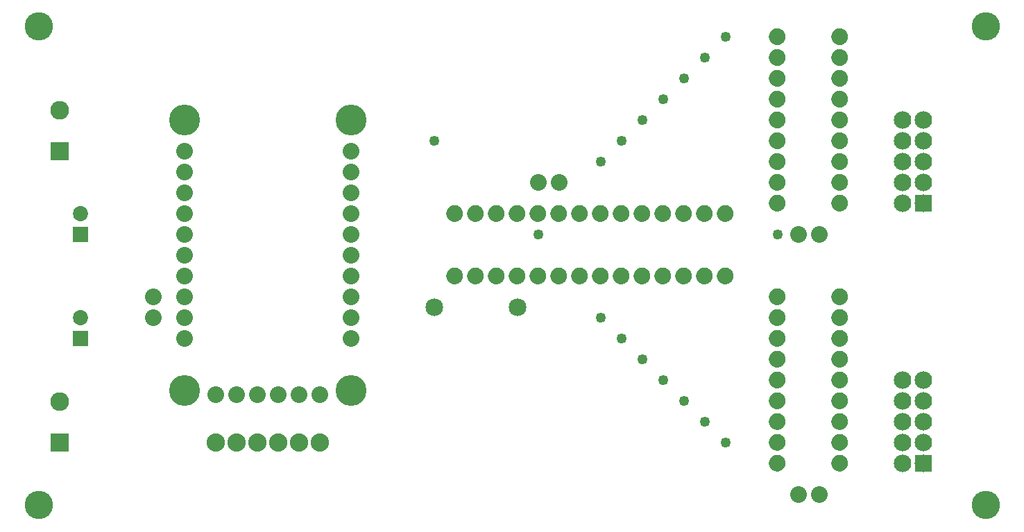
<source format=gbs>
G04 MADE WITH FRITZING*
G04 WWW.FRITZING.ORG*
G04 DOUBLE SIDED*
G04 HOLES PLATED*
G04 CONTOUR ON CENTER OF CONTOUR VECTOR*
%ASAXBY*%
%FSLAX23Y23*%
%MOIN*%
%OFA0B0*%
%SFA1.0B1.0*%
%ADD10C,0.049370*%
%ADD11C,0.090000*%
%ADD12C,0.080000*%
%ADD13C,0.148425*%
%ADD14C,0.085000*%
%ADD15C,0.072992*%
%ADD16C,0.084000*%
%ADD17C,0.135984*%
%ADD18C,0.088000*%
%ADD19R,0.090000X0.090000*%
%ADD20R,0.072992X0.072992*%
%ADD21R,0.084000X0.084000*%
%ADD22R,0.001000X0.001000*%
%LNMASK0*%
G90*
G70*
G54D10*
X3473Y2395D03*
X3373Y2295D03*
X3273Y2194D03*
X3173Y2094D03*
X3073Y1994D03*
X2973Y1894D03*
X2873Y1794D03*
X2573Y1444D03*
X3723Y1444D03*
X3473Y444D03*
X3373Y544D03*
X3273Y644D03*
X3173Y744D03*
X3073Y844D03*
X2973Y944D03*
X2873Y1044D03*
G54D11*
X272Y444D03*
X272Y641D03*
G54D12*
X722Y1044D03*
X722Y1145D03*
X2672Y1694D03*
X2572Y1694D03*
X3922Y194D03*
X3822Y194D03*
X3922Y1444D03*
X3822Y1444D03*
G54D13*
X872Y694D03*
X872Y1994D03*
G54D12*
X1022Y674D03*
X1122Y674D03*
X1222Y674D03*
X1322Y674D03*
X1422Y674D03*
X1522Y674D03*
X872Y1844D03*
X872Y1744D03*
X872Y1644D03*
X872Y1544D03*
X872Y1444D03*
X872Y1344D03*
X872Y1244D03*
X872Y1144D03*
X872Y1044D03*
G54D13*
X1672Y1994D03*
G54D12*
X872Y944D03*
G54D13*
X1672Y694D03*
G54D12*
X1672Y944D03*
X1672Y1044D03*
X1672Y1144D03*
X1672Y1244D03*
X1672Y1344D03*
X1672Y1444D03*
X1672Y1544D03*
X1672Y1644D03*
X1672Y1744D03*
X1672Y1844D03*
G54D14*
X2072Y1094D03*
X2472Y1094D03*
G54D15*
X372Y1446D03*
X372Y1544D03*
X372Y946D03*
X372Y1044D03*
G54D11*
X272Y1844D03*
X272Y2041D03*
G54D16*
X4322Y1594D03*
X4322Y1694D03*
X4322Y1794D03*
X4322Y1894D03*
X4322Y1994D03*
X4422Y1594D03*
X4422Y1694D03*
X4422Y1794D03*
X4422Y1894D03*
X4422Y1994D03*
X4322Y344D03*
X4322Y444D03*
X4322Y544D03*
X4322Y644D03*
X4322Y744D03*
X4422Y344D03*
X4422Y444D03*
X4422Y544D03*
X4422Y644D03*
X4422Y744D03*
G54D17*
X4722Y144D03*
X4722Y2444D03*
X172Y144D03*
X172Y2444D03*
G54D18*
X1022Y444D03*
X1122Y444D03*
X1222Y444D03*
X1322Y444D03*
X1422Y444D03*
X1522Y444D03*
G54D10*
X2072Y1896D03*
G54D19*
X272Y444D03*
G54D20*
X372Y1446D03*
X372Y946D03*
G54D19*
X272Y1844D03*
G54D21*
X4422Y1594D03*
X4422Y344D03*
G54D22*
X3718Y2435D02*
X3725Y2435D01*
X4018Y2435D02*
X4025Y2435D01*
X3712Y2434D02*
X3730Y2434D01*
X4012Y2434D02*
X4030Y2434D01*
X3709Y2433D02*
X3734Y2433D01*
X4009Y2433D02*
X4034Y2433D01*
X3706Y2432D02*
X3737Y2432D01*
X4006Y2432D02*
X4037Y2432D01*
X3704Y2431D02*
X3739Y2431D01*
X4004Y2431D02*
X4039Y2431D01*
X3702Y2430D02*
X3740Y2430D01*
X4002Y2430D02*
X4040Y2430D01*
X3701Y2429D02*
X3742Y2429D01*
X4001Y2429D02*
X4042Y2429D01*
X3699Y2428D02*
X3744Y2428D01*
X3999Y2428D02*
X4044Y2428D01*
X3698Y2427D02*
X3745Y2427D01*
X3998Y2427D02*
X4045Y2427D01*
X3696Y2426D02*
X3746Y2426D01*
X3996Y2426D02*
X4046Y2426D01*
X3695Y2425D02*
X3747Y2425D01*
X3995Y2425D02*
X4047Y2425D01*
X3694Y2424D02*
X3749Y2424D01*
X3994Y2424D02*
X4049Y2424D01*
X3693Y2423D02*
X3750Y2423D01*
X3993Y2423D02*
X4050Y2423D01*
X3692Y2422D02*
X3750Y2422D01*
X3992Y2422D02*
X4050Y2422D01*
X3691Y2421D02*
X3751Y2421D01*
X3991Y2421D02*
X4051Y2421D01*
X3691Y2420D02*
X3752Y2420D01*
X3991Y2420D02*
X4052Y2420D01*
X3690Y2419D02*
X3753Y2419D01*
X3990Y2419D02*
X4053Y2419D01*
X3689Y2418D02*
X3754Y2418D01*
X3989Y2418D02*
X4054Y2418D01*
X3688Y2417D02*
X3754Y2417D01*
X3988Y2417D02*
X4054Y2417D01*
X3688Y2416D02*
X3755Y2416D01*
X3988Y2416D02*
X4055Y2416D01*
X3687Y2415D02*
X3756Y2415D01*
X3987Y2415D02*
X4056Y2415D01*
X3687Y2414D02*
X3756Y2414D01*
X3987Y2414D02*
X4056Y2414D01*
X3686Y2413D02*
X3757Y2413D01*
X3986Y2413D02*
X4057Y2413D01*
X3686Y2412D02*
X3757Y2412D01*
X3986Y2412D02*
X4057Y2412D01*
X3685Y2411D02*
X3758Y2411D01*
X3985Y2411D02*
X4058Y2411D01*
X3685Y2410D02*
X3758Y2410D01*
X3985Y2410D02*
X4058Y2410D01*
X3684Y2409D02*
X3758Y2409D01*
X3984Y2409D02*
X4058Y2409D01*
X3684Y2408D02*
X3759Y2408D01*
X3984Y2408D02*
X4059Y2408D01*
X3684Y2407D02*
X3759Y2407D01*
X3984Y2407D02*
X4059Y2407D01*
X3683Y2406D02*
X3759Y2406D01*
X3983Y2406D02*
X4059Y2406D01*
X3683Y2405D02*
X3760Y2405D01*
X3983Y2405D02*
X4060Y2405D01*
X3683Y2404D02*
X3760Y2404D01*
X3983Y2404D02*
X4060Y2404D01*
X3683Y2403D02*
X3760Y2403D01*
X3983Y2403D02*
X4060Y2403D01*
X3683Y2402D02*
X3760Y2402D01*
X3983Y2402D02*
X4060Y2402D01*
X3682Y2401D02*
X3760Y2401D01*
X3982Y2401D02*
X4060Y2401D01*
X3682Y2400D02*
X3760Y2400D01*
X3982Y2400D02*
X4060Y2400D01*
X3682Y2399D02*
X3761Y2399D01*
X3982Y2399D02*
X4061Y2399D01*
X3682Y2398D02*
X3761Y2398D01*
X3982Y2398D02*
X4061Y2398D01*
X3682Y2397D02*
X3761Y2397D01*
X3982Y2397D02*
X4061Y2397D01*
X3682Y2396D02*
X3761Y2396D01*
X3982Y2396D02*
X4061Y2396D01*
X3682Y2395D02*
X3761Y2395D01*
X3982Y2395D02*
X4061Y2395D01*
X3682Y2394D02*
X3761Y2394D01*
X3982Y2394D02*
X4061Y2394D01*
X3682Y2393D02*
X3761Y2393D01*
X3982Y2393D02*
X4061Y2393D01*
X3682Y2392D02*
X3761Y2392D01*
X3982Y2392D02*
X4061Y2392D01*
X3682Y2391D02*
X3761Y2391D01*
X3982Y2391D02*
X4061Y2391D01*
X3682Y2390D02*
X3760Y2390D01*
X3982Y2390D02*
X4060Y2390D01*
X3682Y2389D02*
X3760Y2389D01*
X3982Y2389D02*
X4060Y2389D01*
X3683Y2388D02*
X3760Y2388D01*
X3983Y2388D02*
X4060Y2388D01*
X3683Y2387D02*
X3760Y2387D01*
X3983Y2387D02*
X4060Y2387D01*
X3683Y2386D02*
X3760Y2386D01*
X3983Y2386D02*
X4060Y2386D01*
X3683Y2385D02*
X3759Y2385D01*
X3983Y2385D02*
X4059Y2385D01*
X3684Y2384D02*
X3759Y2384D01*
X3984Y2384D02*
X4059Y2384D01*
X3684Y2383D02*
X3759Y2383D01*
X3984Y2383D02*
X4059Y2383D01*
X3684Y2382D02*
X3759Y2382D01*
X3984Y2382D02*
X4059Y2382D01*
X3685Y2381D02*
X3758Y2381D01*
X3985Y2381D02*
X4058Y2381D01*
X3685Y2380D02*
X3758Y2380D01*
X3985Y2380D02*
X4058Y2380D01*
X3685Y2379D02*
X3757Y2379D01*
X3985Y2379D02*
X4057Y2379D01*
X3686Y2378D02*
X3757Y2378D01*
X3986Y2378D02*
X4057Y2378D01*
X3686Y2377D02*
X3756Y2377D01*
X3986Y2377D02*
X4056Y2377D01*
X3687Y2376D02*
X3756Y2376D01*
X3987Y2376D02*
X4056Y2376D01*
X3687Y2375D02*
X3755Y2375D01*
X3987Y2375D02*
X4055Y2375D01*
X3688Y2374D02*
X3755Y2374D01*
X3988Y2374D02*
X4055Y2374D01*
X3689Y2373D02*
X3754Y2373D01*
X3989Y2373D02*
X4054Y2373D01*
X3689Y2372D02*
X3753Y2372D01*
X3989Y2372D02*
X4053Y2372D01*
X3690Y2371D02*
X3753Y2371D01*
X3990Y2371D02*
X4053Y2371D01*
X3691Y2370D02*
X3752Y2370D01*
X3991Y2370D02*
X4052Y2370D01*
X3692Y2369D02*
X3751Y2369D01*
X3992Y2369D02*
X4051Y2369D01*
X3693Y2368D02*
X3750Y2368D01*
X3993Y2368D02*
X4050Y2368D01*
X3694Y2367D02*
X3749Y2367D01*
X3994Y2367D02*
X4049Y2367D01*
X3695Y2366D02*
X3748Y2366D01*
X3995Y2366D02*
X4048Y2366D01*
X3696Y2365D02*
X3747Y2365D01*
X3996Y2365D02*
X4047Y2365D01*
X3697Y2364D02*
X3746Y2364D01*
X3997Y2364D02*
X4046Y2364D01*
X3698Y2363D02*
X3744Y2363D01*
X3998Y2363D02*
X4044Y2363D01*
X3700Y2362D02*
X3743Y2362D01*
X4000Y2362D02*
X4043Y2362D01*
X3701Y2361D02*
X3741Y2361D01*
X4001Y2361D02*
X4041Y2361D01*
X3703Y2360D02*
X3740Y2360D01*
X4003Y2360D02*
X4040Y2360D01*
X3705Y2359D02*
X3738Y2359D01*
X4005Y2359D02*
X4038Y2359D01*
X3707Y2358D02*
X3735Y2358D01*
X4007Y2358D02*
X4035Y2358D01*
X3710Y2357D02*
X3732Y2357D01*
X4010Y2357D02*
X4032Y2357D01*
X3715Y2356D02*
X3728Y2356D01*
X4015Y2356D02*
X4028Y2356D01*
X3718Y2335D02*
X3725Y2335D01*
X4018Y2335D02*
X4025Y2335D01*
X3712Y2334D02*
X3730Y2334D01*
X4012Y2334D02*
X4030Y2334D01*
X3709Y2333D02*
X3734Y2333D01*
X4009Y2333D02*
X4034Y2333D01*
X3706Y2332D02*
X3737Y2332D01*
X4006Y2332D02*
X4037Y2332D01*
X3704Y2331D02*
X3739Y2331D01*
X4004Y2331D02*
X4039Y2331D01*
X3702Y2330D02*
X3741Y2330D01*
X4002Y2330D02*
X4041Y2330D01*
X3701Y2329D02*
X3742Y2329D01*
X4001Y2329D02*
X4042Y2329D01*
X3699Y2328D02*
X3744Y2328D01*
X3999Y2328D02*
X4044Y2328D01*
X3698Y2327D02*
X3745Y2327D01*
X3998Y2327D02*
X4045Y2327D01*
X3696Y2326D02*
X3746Y2326D01*
X3996Y2326D02*
X4046Y2326D01*
X3695Y2325D02*
X3747Y2325D01*
X3995Y2325D02*
X4047Y2325D01*
X3694Y2324D02*
X3749Y2324D01*
X3994Y2324D02*
X4049Y2324D01*
X3693Y2323D02*
X3750Y2323D01*
X3993Y2323D02*
X4050Y2323D01*
X3692Y2322D02*
X3751Y2322D01*
X3992Y2322D02*
X4050Y2322D01*
X3691Y2321D02*
X3751Y2321D01*
X3991Y2321D02*
X4051Y2321D01*
X3690Y2320D02*
X3752Y2320D01*
X3990Y2320D02*
X4052Y2320D01*
X3690Y2319D02*
X3753Y2319D01*
X3990Y2319D02*
X4053Y2319D01*
X3689Y2318D02*
X3754Y2318D01*
X3989Y2318D02*
X4054Y2318D01*
X3688Y2317D02*
X3754Y2317D01*
X3988Y2317D02*
X4054Y2317D01*
X3688Y2316D02*
X3755Y2316D01*
X3988Y2316D02*
X4055Y2316D01*
X3687Y2315D02*
X3756Y2315D01*
X3987Y2315D02*
X4056Y2315D01*
X3687Y2314D02*
X3756Y2314D01*
X3987Y2314D02*
X4056Y2314D01*
X3686Y2313D02*
X3757Y2313D01*
X3986Y2313D02*
X4057Y2313D01*
X3686Y2312D02*
X3757Y2312D01*
X3986Y2312D02*
X4057Y2312D01*
X3685Y2311D02*
X3758Y2311D01*
X3985Y2311D02*
X4058Y2311D01*
X3685Y2310D02*
X3758Y2310D01*
X3985Y2310D02*
X4058Y2310D01*
X3684Y2309D02*
X3758Y2309D01*
X3984Y2309D02*
X4058Y2309D01*
X3684Y2308D02*
X3759Y2308D01*
X3984Y2308D02*
X4059Y2308D01*
X3684Y2307D02*
X3759Y2307D01*
X3984Y2307D02*
X4059Y2307D01*
X3683Y2306D02*
X3759Y2306D01*
X3983Y2306D02*
X4059Y2306D01*
X3683Y2305D02*
X3760Y2305D01*
X3983Y2305D02*
X4060Y2305D01*
X3683Y2304D02*
X3760Y2304D01*
X3983Y2304D02*
X4060Y2304D01*
X3683Y2303D02*
X3760Y2303D01*
X3983Y2303D02*
X4060Y2303D01*
X3683Y2302D02*
X3760Y2302D01*
X3983Y2302D02*
X4060Y2302D01*
X3682Y2301D02*
X3760Y2301D01*
X3982Y2301D02*
X4060Y2301D01*
X3682Y2300D02*
X3760Y2300D01*
X3982Y2300D02*
X4060Y2300D01*
X3682Y2299D02*
X3761Y2299D01*
X3982Y2299D02*
X4061Y2299D01*
X3682Y2298D02*
X3761Y2298D01*
X3982Y2298D02*
X4061Y2298D01*
X3682Y2297D02*
X3761Y2297D01*
X3982Y2297D02*
X4061Y2297D01*
X3682Y2296D02*
X3761Y2296D01*
X3982Y2296D02*
X4061Y2296D01*
X3682Y2295D02*
X3761Y2295D01*
X3982Y2295D02*
X4061Y2295D01*
X3682Y2294D02*
X3761Y2294D01*
X3982Y2294D02*
X4061Y2294D01*
X3682Y2293D02*
X3761Y2293D01*
X3982Y2293D02*
X4061Y2293D01*
X3682Y2292D02*
X3761Y2292D01*
X3982Y2292D02*
X4061Y2292D01*
X3682Y2291D02*
X3761Y2291D01*
X3982Y2291D02*
X4061Y2291D01*
X3682Y2290D02*
X3760Y2290D01*
X3982Y2290D02*
X4060Y2290D01*
X3682Y2289D02*
X3760Y2289D01*
X3982Y2289D02*
X4060Y2289D01*
X3683Y2288D02*
X3760Y2288D01*
X3983Y2288D02*
X4060Y2288D01*
X3683Y2287D02*
X3760Y2287D01*
X3983Y2287D02*
X4060Y2287D01*
X3683Y2286D02*
X3760Y2286D01*
X3983Y2286D02*
X4060Y2286D01*
X3683Y2285D02*
X3759Y2285D01*
X3983Y2285D02*
X4059Y2285D01*
X3684Y2284D02*
X3759Y2284D01*
X3984Y2284D02*
X4059Y2284D01*
X3684Y2283D02*
X3759Y2283D01*
X3984Y2283D02*
X4059Y2283D01*
X3684Y2282D02*
X3759Y2282D01*
X3984Y2282D02*
X4058Y2282D01*
X3685Y2281D02*
X3758Y2281D01*
X3985Y2281D02*
X4058Y2281D01*
X3685Y2280D02*
X3758Y2280D01*
X3985Y2280D02*
X4058Y2280D01*
X3685Y2279D02*
X3757Y2279D01*
X3985Y2279D02*
X4057Y2279D01*
X3686Y2278D02*
X3757Y2278D01*
X3986Y2278D02*
X4057Y2278D01*
X3686Y2277D02*
X3756Y2277D01*
X3986Y2277D02*
X4056Y2277D01*
X3687Y2276D02*
X3756Y2276D01*
X3987Y2276D02*
X4056Y2276D01*
X3687Y2275D02*
X3755Y2275D01*
X3987Y2275D02*
X4055Y2275D01*
X3688Y2274D02*
X3755Y2274D01*
X3988Y2274D02*
X4055Y2274D01*
X3689Y2273D02*
X3754Y2273D01*
X3989Y2273D02*
X4054Y2273D01*
X3689Y2272D02*
X3753Y2272D01*
X3989Y2272D02*
X4053Y2272D01*
X3690Y2271D02*
X3753Y2271D01*
X3990Y2271D02*
X4053Y2271D01*
X3691Y2270D02*
X3752Y2270D01*
X3991Y2270D02*
X4052Y2270D01*
X3692Y2269D02*
X3751Y2269D01*
X3992Y2269D02*
X4051Y2269D01*
X3693Y2268D02*
X3750Y2268D01*
X3993Y2268D02*
X4050Y2268D01*
X3694Y2267D02*
X3749Y2267D01*
X3994Y2267D02*
X4049Y2267D01*
X3695Y2266D02*
X3748Y2266D01*
X3995Y2266D02*
X4048Y2266D01*
X3696Y2265D02*
X3747Y2265D01*
X3996Y2265D02*
X4047Y2265D01*
X3697Y2264D02*
X3746Y2264D01*
X3997Y2264D02*
X4046Y2264D01*
X3698Y2263D02*
X3744Y2263D01*
X3998Y2263D02*
X4044Y2263D01*
X3700Y2262D02*
X3743Y2262D01*
X4000Y2262D02*
X4043Y2262D01*
X3701Y2261D02*
X3741Y2261D01*
X4001Y2261D02*
X4041Y2261D01*
X3703Y2260D02*
X3740Y2260D01*
X4003Y2260D02*
X4040Y2260D01*
X3705Y2259D02*
X3738Y2259D01*
X4005Y2259D02*
X4038Y2259D01*
X3707Y2258D02*
X3735Y2258D01*
X4007Y2258D02*
X4035Y2258D01*
X3710Y2257D02*
X3732Y2257D01*
X4010Y2257D02*
X4032Y2257D01*
X3715Y2256D02*
X3728Y2256D01*
X4015Y2256D02*
X4028Y2256D01*
X3717Y2235D02*
X3725Y2235D01*
X4017Y2235D02*
X4025Y2235D01*
X3712Y2234D02*
X3731Y2234D01*
X4012Y2234D02*
X4031Y2234D01*
X3709Y2233D02*
X3734Y2233D01*
X4009Y2233D02*
X4034Y2233D01*
X3706Y2232D02*
X3737Y2232D01*
X4006Y2232D02*
X4037Y2232D01*
X3704Y2231D02*
X3739Y2231D01*
X4004Y2231D02*
X4039Y2231D01*
X3702Y2230D02*
X3741Y2230D01*
X4002Y2230D02*
X4041Y2230D01*
X3700Y2229D02*
X3742Y2229D01*
X4000Y2229D02*
X4042Y2229D01*
X3699Y2228D02*
X3744Y2228D01*
X3999Y2228D02*
X4044Y2228D01*
X3698Y2227D02*
X3745Y2227D01*
X3998Y2227D02*
X4045Y2227D01*
X3696Y2226D02*
X3746Y2226D01*
X3996Y2226D02*
X4046Y2226D01*
X3695Y2225D02*
X3748Y2225D01*
X3995Y2225D02*
X4048Y2225D01*
X3694Y2224D02*
X3749Y2224D01*
X3994Y2224D02*
X4049Y2224D01*
X3693Y2223D02*
X3750Y2223D01*
X3993Y2223D02*
X4050Y2223D01*
X3692Y2222D02*
X3751Y2222D01*
X3992Y2222D02*
X4051Y2222D01*
X3691Y2221D02*
X3751Y2221D01*
X3991Y2221D02*
X4051Y2221D01*
X3690Y2220D02*
X3752Y2220D01*
X3990Y2220D02*
X4052Y2220D01*
X3690Y2219D02*
X3753Y2219D01*
X3990Y2219D02*
X4053Y2219D01*
X3689Y2218D02*
X3754Y2218D01*
X3989Y2218D02*
X4054Y2218D01*
X3688Y2217D02*
X3754Y2217D01*
X3988Y2217D02*
X4054Y2217D01*
X3688Y2216D02*
X3755Y2216D01*
X3988Y2216D02*
X4055Y2216D01*
X3687Y2215D02*
X3756Y2215D01*
X3987Y2215D02*
X4056Y2215D01*
X3687Y2214D02*
X3756Y2214D01*
X3987Y2214D02*
X4056Y2214D01*
X3686Y2213D02*
X3757Y2213D01*
X3986Y2213D02*
X4057Y2213D01*
X3686Y2212D02*
X3757Y2212D01*
X3986Y2212D02*
X4057Y2212D01*
X3685Y2211D02*
X3758Y2211D01*
X3985Y2211D02*
X4058Y2211D01*
X3685Y2210D02*
X3758Y2210D01*
X3985Y2210D02*
X4058Y2210D01*
X3684Y2209D02*
X3758Y2209D01*
X3984Y2209D02*
X4058Y2209D01*
X3684Y2208D02*
X3759Y2208D01*
X3984Y2208D02*
X4059Y2208D01*
X3684Y2207D02*
X3759Y2207D01*
X3984Y2207D02*
X4059Y2207D01*
X3683Y2206D02*
X3759Y2206D01*
X3983Y2206D02*
X4059Y2206D01*
X3683Y2205D02*
X3760Y2205D01*
X3983Y2205D02*
X4060Y2205D01*
X3683Y2204D02*
X3760Y2204D01*
X3983Y2204D02*
X4060Y2204D01*
X3683Y2203D02*
X3760Y2203D01*
X3983Y2203D02*
X4060Y2203D01*
X3683Y2202D02*
X3760Y2202D01*
X3982Y2202D02*
X4060Y2202D01*
X3682Y2201D02*
X3760Y2201D01*
X3982Y2201D02*
X4060Y2201D01*
X3682Y2200D02*
X3760Y2200D01*
X3982Y2200D02*
X4060Y2200D01*
X3682Y2199D02*
X3761Y2199D01*
X3982Y2199D02*
X4061Y2199D01*
X3682Y2198D02*
X3761Y2198D01*
X3982Y2198D02*
X4061Y2198D01*
X3682Y2197D02*
X3761Y2197D01*
X3982Y2197D02*
X4061Y2197D01*
X3682Y2196D02*
X3761Y2196D01*
X3982Y2196D02*
X4061Y2196D01*
X3682Y2195D02*
X3761Y2195D01*
X3982Y2195D02*
X4061Y2195D01*
X3682Y2194D02*
X3761Y2194D01*
X3982Y2194D02*
X4061Y2194D01*
X3682Y2193D02*
X3761Y2193D01*
X3982Y2193D02*
X4061Y2193D01*
X3682Y2192D02*
X3761Y2192D01*
X3982Y2192D02*
X4061Y2192D01*
X3682Y2191D02*
X3761Y2191D01*
X3982Y2191D02*
X4061Y2191D01*
X3682Y2190D02*
X3760Y2190D01*
X3982Y2190D02*
X4060Y2190D01*
X3682Y2189D02*
X3760Y2189D01*
X3982Y2189D02*
X4060Y2189D01*
X3683Y2188D02*
X3760Y2188D01*
X3983Y2188D02*
X4060Y2188D01*
X3683Y2187D02*
X3760Y2187D01*
X3983Y2187D02*
X4060Y2187D01*
X3683Y2186D02*
X3760Y2186D01*
X3983Y2186D02*
X4060Y2186D01*
X3683Y2185D02*
X3759Y2185D01*
X3983Y2185D02*
X4059Y2185D01*
X3684Y2184D02*
X3759Y2184D01*
X3984Y2184D02*
X4059Y2184D01*
X3684Y2183D02*
X3759Y2183D01*
X3984Y2183D02*
X4059Y2183D01*
X3684Y2182D02*
X3758Y2182D01*
X3984Y2182D02*
X4058Y2182D01*
X3685Y2181D02*
X3758Y2181D01*
X3985Y2181D02*
X4058Y2181D01*
X3685Y2180D02*
X3758Y2180D01*
X3985Y2180D02*
X4058Y2180D01*
X3685Y2179D02*
X3757Y2179D01*
X3985Y2179D02*
X4057Y2179D01*
X3686Y2178D02*
X3757Y2178D01*
X3986Y2178D02*
X4057Y2178D01*
X3686Y2177D02*
X3756Y2177D01*
X3986Y2177D02*
X4056Y2177D01*
X3687Y2176D02*
X3756Y2176D01*
X3987Y2176D02*
X4056Y2176D01*
X3687Y2175D02*
X3755Y2175D01*
X3987Y2175D02*
X4055Y2175D01*
X3688Y2174D02*
X3755Y2174D01*
X3988Y2174D02*
X4055Y2174D01*
X3689Y2173D02*
X3754Y2173D01*
X3989Y2173D02*
X4054Y2173D01*
X3689Y2172D02*
X3753Y2172D01*
X3989Y2172D02*
X4053Y2172D01*
X3690Y2171D02*
X3752Y2171D01*
X3990Y2171D02*
X4052Y2171D01*
X3691Y2170D02*
X3752Y2170D01*
X3991Y2170D02*
X4052Y2170D01*
X3692Y2169D02*
X3751Y2169D01*
X3992Y2169D02*
X4051Y2169D01*
X3693Y2168D02*
X3750Y2168D01*
X3993Y2168D02*
X4050Y2168D01*
X3694Y2167D02*
X3749Y2167D01*
X3994Y2167D02*
X4049Y2167D01*
X3695Y2166D02*
X3748Y2166D01*
X3995Y2166D02*
X4048Y2166D01*
X3696Y2165D02*
X3747Y2165D01*
X3996Y2165D02*
X4047Y2165D01*
X3697Y2164D02*
X3746Y2164D01*
X3997Y2164D02*
X4046Y2164D01*
X3698Y2163D02*
X3744Y2163D01*
X3998Y2163D02*
X4044Y2163D01*
X3700Y2162D02*
X3743Y2162D01*
X4000Y2162D02*
X4043Y2162D01*
X3701Y2161D02*
X3741Y2161D01*
X4001Y2161D02*
X4041Y2161D01*
X3703Y2160D02*
X3740Y2160D01*
X4003Y2160D02*
X4040Y2160D01*
X3705Y2159D02*
X3737Y2159D01*
X4005Y2159D02*
X4037Y2159D01*
X3708Y2158D02*
X3735Y2158D01*
X4008Y2158D02*
X4035Y2158D01*
X3711Y2157D02*
X3732Y2157D01*
X4011Y2157D02*
X4032Y2157D01*
X3715Y2156D02*
X3728Y2156D01*
X4015Y2156D02*
X4028Y2156D01*
X3717Y2135D02*
X3725Y2135D01*
X4017Y2135D02*
X4025Y2135D01*
X3712Y2134D02*
X3731Y2134D01*
X4012Y2134D02*
X4031Y2134D01*
X3709Y2133D02*
X3734Y2133D01*
X4009Y2133D02*
X4034Y2133D01*
X3706Y2132D02*
X3737Y2132D01*
X4006Y2132D02*
X4037Y2132D01*
X3704Y2131D02*
X3739Y2131D01*
X4004Y2131D02*
X4039Y2131D01*
X3702Y2130D02*
X3741Y2130D01*
X4002Y2130D02*
X4041Y2130D01*
X3700Y2129D02*
X3742Y2129D01*
X4000Y2129D02*
X4042Y2129D01*
X3699Y2128D02*
X3744Y2128D01*
X3999Y2128D02*
X4044Y2128D01*
X3698Y2127D02*
X3745Y2127D01*
X3998Y2127D02*
X4045Y2127D01*
X3696Y2126D02*
X3746Y2126D01*
X3996Y2126D02*
X4046Y2126D01*
X3695Y2125D02*
X3748Y2125D01*
X3995Y2125D02*
X4048Y2125D01*
X3694Y2124D02*
X3749Y2124D01*
X3994Y2124D02*
X4049Y2124D01*
X3693Y2123D02*
X3750Y2123D01*
X3993Y2123D02*
X4050Y2123D01*
X3692Y2122D02*
X3751Y2122D01*
X3992Y2122D02*
X4051Y2122D01*
X3691Y2121D02*
X3751Y2121D01*
X3991Y2121D02*
X4051Y2121D01*
X3690Y2120D02*
X3752Y2120D01*
X3990Y2120D02*
X4052Y2120D01*
X3690Y2119D02*
X3753Y2119D01*
X3990Y2119D02*
X4053Y2119D01*
X3689Y2118D02*
X3754Y2118D01*
X3989Y2118D02*
X4054Y2118D01*
X3688Y2117D02*
X3754Y2117D01*
X3988Y2117D02*
X4054Y2117D01*
X3688Y2116D02*
X3755Y2116D01*
X3988Y2116D02*
X4055Y2116D01*
X3687Y2115D02*
X3756Y2115D01*
X3987Y2115D02*
X4056Y2115D01*
X3687Y2114D02*
X3756Y2114D01*
X3987Y2114D02*
X4056Y2114D01*
X3686Y2113D02*
X3757Y2113D01*
X3986Y2113D02*
X4057Y2113D01*
X3686Y2112D02*
X3757Y2112D01*
X3986Y2112D02*
X4057Y2112D01*
X3685Y2111D02*
X3758Y2111D01*
X3985Y2111D02*
X4058Y2111D01*
X3685Y2110D02*
X3758Y2110D01*
X3985Y2110D02*
X4058Y2110D01*
X3684Y2109D02*
X3758Y2109D01*
X3984Y2109D02*
X4058Y2109D01*
X3684Y2108D02*
X3759Y2108D01*
X3984Y2108D02*
X4059Y2108D01*
X3684Y2107D02*
X3759Y2107D01*
X3984Y2107D02*
X4059Y2107D01*
X3683Y2106D02*
X3759Y2106D01*
X3983Y2106D02*
X4059Y2106D01*
X3683Y2105D02*
X3760Y2105D01*
X3983Y2105D02*
X4060Y2105D01*
X3683Y2104D02*
X3760Y2104D01*
X3983Y2104D02*
X4060Y2104D01*
X3683Y2103D02*
X3760Y2103D01*
X3983Y2103D02*
X4060Y2103D01*
X3683Y2102D02*
X3760Y2102D01*
X3982Y2102D02*
X4060Y2102D01*
X3682Y2101D02*
X3760Y2101D01*
X3982Y2101D02*
X4060Y2101D01*
X3682Y2100D02*
X3760Y2100D01*
X3982Y2100D02*
X4060Y2100D01*
X3682Y2099D02*
X3761Y2099D01*
X3982Y2099D02*
X4061Y2099D01*
X3682Y2098D02*
X3761Y2098D01*
X3982Y2098D02*
X4061Y2098D01*
X3682Y2097D02*
X3761Y2097D01*
X3982Y2097D02*
X4061Y2097D01*
X3682Y2096D02*
X3761Y2096D01*
X3982Y2096D02*
X4061Y2096D01*
X3682Y2095D02*
X3761Y2095D01*
X3982Y2095D02*
X4061Y2095D01*
X3682Y2094D02*
X3761Y2094D01*
X3982Y2094D02*
X4061Y2094D01*
X3682Y2093D02*
X3761Y2093D01*
X3982Y2093D02*
X4061Y2093D01*
X3682Y2092D02*
X3761Y2092D01*
X3982Y2092D02*
X4061Y2092D01*
X3682Y2091D02*
X3761Y2091D01*
X3982Y2091D02*
X4061Y2091D01*
X3682Y2090D02*
X3760Y2090D01*
X3982Y2090D02*
X4060Y2090D01*
X3682Y2089D02*
X3760Y2089D01*
X3982Y2089D02*
X4060Y2089D01*
X3683Y2088D02*
X3760Y2088D01*
X3983Y2088D02*
X4060Y2088D01*
X3683Y2087D02*
X3760Y2087D01*
X3983Y2087D02*
X4060Y2087D01*
X3683Y2086D02*
X3760Y2086D01*
X3983Y2086D02*
X4060Y2086D01*
X3683Y2085D02*
X3759Y2085D01*
X3983Y2085D02*
X4059Y2085D01*
X3684Y2084D02*
X3759Y2084D01*
X3984Y2084D02*
X4059Y2084D01*
X3684Y2083D02*
X3759Y2083D01*
X3984Y2083D02*
X4059Y2083D01*
X3684Y2082D02*
X3758Y2082D01*
X3984Y2082D02*
X4058Y2082D01*
X3685Y2081D02*
X3758Y2081D01*
X3985Y2081D02*
X4058Y2081D01*
X3685Y2080D02*
X3758Y2080D01*
X3985Y2080D02*
X4058Y2080D01*
X3685Y2079D02*
X3757Y2079D01*
X3985Y2079D02*
X4057Y2079D01*
X3686Y2078D02*
X3757Y2078D01*
X3986Y2078D02*
X4057Y2078D01*
X3686Y2077D02*
X3756Y2077D01*
X3986Y2077D02*
X4056Y2077D01*
X3687Y2076D02*
X3756Y2076D01*
X3987Y2076D02*
X4056Y2076D01*
X3687Y2075D02*
X3755Y2075D01*
X3987Y2075D02*
X4055Y2075D01*
X3688Y2074D02*
X3755Y2074D01*
X3988Y2074D02*
X4055Y2074D01*
X3689Y2073D02*
X3754Y2073D01*
X3989Y2073D02*
X4054Y2073D01*
X3689Y2072D02*
X3753Y2072D01*
X3989Y2072D02*
X4053Y2072D01*
X3690Y2071D02*
X3752Y2071D01*
X3990Y2071D02*
X4052Y2071D01*
X3691Y2070D02*
X3752Y2070D01*
X3991Y2070D02*
X4052Y2070D01*
X3692Y2069D02*
X3751Y2069D01*
X3992Y2069D02*
X4051Y2069D01*
X3693Y2068D02*
X3750Y2068D01*
X3993Y2068D02*
X4050Y2068D01*
X3694Y2067D02*
X3749Y2067D01*
X3994Y2067D02*
X4049Y2067D01*
X3695Y2066D02*
X3748Y2066D01*
X3995Y2066D02*
X4048Y2066D01*
X3696Y2065D02*
X3747Y2065D01*
X3996Y2065D02*
X4047Y2065D01*
X3697Y2064D02*
X3746Y2064D01*
X3997Y2064D02*
X4046Y2064D01*
X3698Y2063D02*
X3744Y2063D01*
X3998Y2063D02*
X4044Y2063D01*
X3700Y2062D02*
X3743Y2062D01*
X4000Y2062D02*
X4043Y2062D01*
X3702Y2061D02*
X3741Y2061D01*
X4002Y2061D02*
X4041Y2061D01*
X3703Y2060D02*
X3739Y2060D01*
X4003Y2060D02*
X4039Y2060D01*
X3705Y2059D02*
X3737Y2059D01*
X4005Y2059D02*
X4037Y2059D01*
X3708Y2058D02*
X3735Y2058D01*
X4008Y2058D02*
X4035Y2058D01*
X3711Y2057D02*
X3732Y2057D01*
X4011Y2057D02*
X4032Y2057D01*
X3715Y2056D02*
X3727Y2056D01*
X4015Y2056D02*
X4027Y2056D01*
X3717Y2035D02*
X3726Y2035D01*
X4017Y2035D02*
X4026Y2035D01*
X3712Y2034D02*
X3731Y2034D01*
X4012Y2034D02*
X4031Y2034D01*
X3708Y2033D02*
X3734Y2033D01*
X4008Y2033D02*
X4034Y2033D01*
X3706Y2032D02*
X3737Y2032D01*
X4006Y2032D02*
X4037Y2032D01*
X3704Y2031D02*
X3739Y2031D01*
X4004Y2031D02*
X4039Y2031D01*
X3702Y2030D02*
X3741Y2030D01*
X4002Y2030D02*
X4041Y2030D01*
X3700Y2029D02*
X3742Y2029D01*
X4000Y2029D02*
X4042Y2029D01*
X3699Y2028D02*
X3744Y2028D01*
X3999Y2028D02*
X4044Y2028D01*
X3698Y2027D02*
X3745Y2027D01*
X3998Y2027D02*
X4045Y2027D01*
X3696Y2026D02*
X3746Y2026D01*
X3996Y2026D02*
X4046Y2026D01*
X3695Y2025D02*
X3748Y2025D01*
X3995Y2025D02*
X4048Y2025D01*
X3694Y2024D02*
X3749Y2024D01*
X3994Y2024D02*
X4049Y2024D01*
X3693Y2023D02*
X3750Y2023D01*
X3993Y2023D02*
X4050Y2023D01*
X3692Y2022D02*
X3751Y2022D01*
X3992Y2022D02*
X4051Y2022D01*
X3691Y2021D02*
X3751Y2021D01*
X3991Y2021D02*
X4051Y2021D01*
X3690Y2020D02*
X3752Y2020D01*
X3990Y2020D02*
X4052Y2020D01*
X3690Y2019D02*
X3753Y2019D01*
X3990Y2019D02*
X4053Y2019D01*
X3689Y2018D02*
X3754Y2018D01*
X3989Y2018D02*
X4054Y2018D01*
X3688Y2017D02*
X3754Y2017D01*
X3988Y2017D02*
X4054Y2017D01*
X3688Y2016D02*
X3755Y2016D01*
X3988Y2016D02*
X4055Y2016D01*
X3687Y2015D02*
X3756Y2015D01*
X3987Y2015D02*
X4056Y2015D01*
X3686Y2014D02*
X3756Y2014D01*
X3986Y2014D02*
X4056Y2014D01*
X3686Y2013D02*
X3757Y2013D01*
X3986Y2013D02*
X4057Y2013D01*
X3686Y2012D02*
X3757Y2012D01*
X3986Y2012D02*
X4057Y2012D01*
X3685Y2011D02*
X3758Y2011D01*
X3985Y2011D02*
X4058Y2011D01*
X3685Y2010D02*
X3758Y2010D01*
X3985Y2010D02*
X4058Y2010D01*
X3684Y2009D02*
X3758Y2009D01*
X3984Y2009D02*
X4058Y2009D01*
X3684Y2008D02*
X3759Y2008D01*
X3984Y2008D02*
X4059Y2008D01*
X3684Y2007D02*
X3759Y2007D01*
X3984Y2007D02*
X4059Y2007D01*
X3683Y2006D02*
X3759Y2006D01*
X3983Y2006D02*
X4059Y2006D01*
X3683Y2005D02*
X3760Y2005D01*
X3983Y2005D02*
X4060Y2005D01*
X3683Y2004D02*
X3760Y2004D01*
X3983Y2004D02*
X4060Y2004D01*
X3683Y2003D02*
X3760Y2003D01*
X3983Y2003D02*
X4060Y2003D01*
X3683Y2002D02*
X3760Y2002D01*
X3982Y2002D02*
X4060Y2002D01*
X3682Y2001D02*
X3760Y2001D01*
X3982Y2001D02*
X4060Y2001D01*
X3682Y2000D02*
X3760Y2000D01*
X3982Y2000D02*
X4060Y2000D01*
X3682Y1999D02*
X3761Y1999D01*
X3982Y1999D02*
X4061Y1999D01*
X3682Y1998D02*
X3761Y1998D01*
X3982Y1998D02*
X4061Y1998D01*
X3682Y1997D02*
X3761Y1997D01*
X3982Y1997D02*
X4061Y1997D01*
X3682Y1996D02*
X3761Y1996D01*
X3982Y1996D02*
X4061Y1996D01*
X3682Y1995D02*
X3761Y1995D01*
X3982Y1995D02*
X4061Y1995D01*
X3682Y1994D02*
X3761Y1994D01*
X3982Y1994D02*
X4061Y1994D01*
X3682Y1993D02*
X3761Y1993D01*
X3982Y1993D02*
X4061Y1993D01*
X3682Y1992D02*
X3761Y1992D01*
X3982Y1992D02*
X4061Y1992D01*
X3682Y1991D02*
X3761Y1991D01*
X3982Y1991D02*
X4061Y1991D01*
X3682Y1990D02*
X3760Y1990D01*
X3982Y1990D02*
X4060Y1990D01*
X3682Y1989D02*
X3760Y1989D01*
X3982Y1989D02*
X4060Y1989D01*
X3683Y1988D02*
X3760Y1988D01*
X3983Y1988D02*
X4060Y1988D01*
X3683Y1987D02*
X3760Y1987D01*
X3983Y1987D02*
X4060Y1987D01*
X3683Y1986D02*
X3760Y1986D01*
X3983Y1986D02*
X4060Y1986D01*
X3683Y1985D02*
X3759Y1985D01*
X3983Y1985D02*
X4059Y1985D01*
X3684Y1984D02*
X3759Y1984D01*
X3984Y1984D02*
X4059Y1984D01*
X3684Y1983D02*
X3759Y1983D01*
X3984Y1983D02*
X4059Y1983D01*
X3684Y1982D02*
X3758Y1982D01*
X3984Y1982D02*
X4058Y1982D01*
X3685Y1981D02*
X3758Y1981D01*
X3985Y1981D02*
X4058Y1981D01*
X3685Y1980D02*
X3758Y1980D01*
X3985Y1980D02*
X4058Y1980D01*
X3685Y1979D02*
X3757Y1979D01*
X3985Y1979D02*
X4057Y1979D01*
X3686Y1978D02*
X3757Y1978D01*
X3986Y1978D02*
X4057Y1978D01*
X3686Y1977D02*
X3756Y1977D01*
X3986Y1977D02*
X4056Y1977D01*
X3687Y1976D02*
X3756Y1976D01*
X3987Y1976D02*
X4056Y1976D01*
X3688Y1975D02*
X3755Y1975D01*
X3988Y1975D02*
X4055Y1975D01*
X3688Y1974D02*
X3755Y1974D01*
X3988Y1974D02*
X4055Y1974D01*
X3689Y1973D02*
X3754Y1973D01*
X3989Y1973D02*
X4054Y1973D01*
X3689Y1972D02*
X3753Y1972D01*
X3989Y1972D02*
X4053Y1972D01*
X3690Y1971D02*
X3752Y1971D01*
X3990Y1971D02*
X4052Y1971D01*
X3691Y1970D02*
X3752Y1970D01*
X3991Y1970D02*
X4052Y1970D01*
X3692Y1969D02*
X3751Y1969D01*
X3992Y1969D02*
X4051Y1969D01*
X3693Y1968D02*
X3750Y1968D01*
X3993Y1968D02*
X4050Y1968D01*
X3694Y1967D02*
X3749Y1967D01*
X3994Y1967D02*
X4049Y1967D01*
X3695Y1966D02*
X3748Y1966D01*
X3995Y1966D02*
X4048Y1966D01*
X3696Y1965D02*
X3747Y1965D01*
X3996Y1965D02*
X4047Y1965D01*
X3697Y1964D02*
X3746Y1964D01*
X3997Y1964D02*
X4045Y1964D01*
X3699Y1963D02*
X3744Y1963D01*
X3999Y1963D02*
X4044Y1963D01*
X3700Y1962D02*
X3743Y1962D01*
X4000Y1962D02*
X4043Y1962D01*
X3702Y1961D02*
X3741Y1961D01*
X4002Y1961D02*
X4041Y1961D01*
X3703Y1960D02*
X3739Y1960D01*
X4003Y1960D02*
X4039Y1960D01*
X3705Y1959D02*
X3737Y1959D01*
X4005Y1959D02*
X4037Y1959D01*
X3708Y1958D02*
X3735Y1958D01*
X4008Y1958D02*
X4035Y1958D01*
X3711Y1957D02*
X3732Y1957D01*
X4011Y1957D02*
X4032Y1957D01*
X3715Y1956D02*
X3727Y1956D01*
X4015Y1956D02*
X4027Y1956D01*
X3717Y1935D02*
X3726Y1935D01*
X4017Y1935D02*
X4026Y1935D01*
X3712Y1934D02*
X3731Y1934D01*
X4012Y1934D02*
X4031Y1934D01*
X3708Y1933D02*
X3734Y1933D01*
X4008Y1933D02*
X4034Y1933D01*
X3706Y1932D02*
X3737Y1932D01*
X4006Y1932D02*
X4037Y1932D01*
X3704Y1931D02*
X3739Y1931D01*
X4004Y1931D02*
X4039Y1931D01*
X3702Y1930D02*
X3741Y1930D01*
X4002Y1930D02*
X4041Y1930D01*
X3700Y1929D02*
X3742Y1929D01*
X4000Y1929D02*
X4042Y1929D01*
X3699Y1928D02*
X3744Y1928D01*
X3999Y1928D02*
X4044Y1928D01*
X3697Y1927D02*
X3745Y1927D01*
X3997Y1927D02*
X4045Y1927D01*
X3696Y1926D02*
X3747Y1926D01*
X3996Y1926D02*
X4046Y1926D01*
X3695Y1925D02*
X3748Y1925D01*
X3995Y1925D02*
X4048Y1925D01*
X3694Y1924D02*
X3749Y1924D01*
X3994Y1924D02*
X4049Y1924D01*
X3693Y1923D02*
X3750Y1923D01*
X3993Y1923D02*
X4050Y1923D01*
X3692Y1922D02*
X3751Y1922D01*
X3992Y1922D02*
X4051Y1922D01*
X3691Y1921D02*
X3751Y1921D01*
X3991Y1921D02*
X4051Y1921D01*
X3690Y1920D02*
X3752Y1920D01*
X3990Y1920D02*
X4052Y1920D01*
X3690Y1919D02*
X3753Y1919D01*
X3990Y1919D02*
X4053Y1919D01*
X3689Y1918D02*
X3754Y1918D01*
X3989Y1918D02*
X4054Y1918D01*
X3688Y1917D02*
X3754Y1917D01*
X3988Y1917D02*
X4054Y1917D01*
X3688Y1916D02*
X3755Y1916D01*
X3988Y1916D02*
X4055Y1916D01*
X3687Y1915D02*
X3756Y1915D01*
X3987Y1915D02*
X4056Y1915D01*
X3686Y1914D02*
X3756Y1914D01*
X3986Y1914D02*
X4056Y1914D01*
X3686Y1913D02*
X3757Y1913D01*
X3986Y1913D02*
X4057Y1913D01*
X3685Y1912D02*
X3757Y1912D01*
X3985Y1912D02*
X4057Y1912D01*
X3685Y1911D02*
X3758Y1911D01*
X3985Y1911D02*
X4058Y1911D01*
X3685Y1910D02*
X3758Y1910D01*
X3985Y1910D02*
X4058Y1910D01*
X3684Y1909D02*
X3758Y1909D01*
X3984Y1909D02*
X4058Y1909D01*
X3684Y1908D02*
X3759Y1908D01*
X3984Y1908D02*
X4059Y1908D01*
X3684Y1907D02*
X3759Y1907D01*
X3984Y1907D02*
X4059Y1907D01*
X3683Y1906D02*
X3759Y1906D01*
X3983Y1906D02*
X4059Y1906D01*
X3683Y1905D02*
X3760Y1905D01*
X3983Y1905D02*
X4060Y1905D01*
X3683Y1904D02*
X3760Y1904D01*
X3983Y1904D02*
X4060Y1904D01*
X3683Y1903D02*
X3760Y1903D01*
X3983Y1903D02*
X4060Y1903D01*
X3682Y1902D02*
X3760Y1902D01*
X3982Y1902D02*
X4060Y1902D01*
X3682Y1901D02*
X3760Y1901D01*
X3982Y1901D02*
X4060Y1901D01*
X3682Y1900D02*
X3760Y1900D01*
X3982Y1900D02*
X4060Y1900D01*
X3682Y1899D02*
X3761Y1899D01*
X3982Y1899D02*
X4061Y1899D01*
X3682Y1898D02*
X3761Y1898D01*
X3982Y1898D02*
X4061Y1898D01*
X3682Y1897D02*
X3761Y1897D01*
X3982Y1897D02*
X4061Y1897D01*
X3682Y1896D02*
X3761Y1896D01*
X3982Y1896D02*
X4061Y1896D01*
X3682Y1895D02*
X3761Y1895D01*
X3982Y1895D02*
X4061Y1895D01*
X3682Y1894D02*
X3761Y1894D01*
X3982Y1894D02*
X4061Y1894D01*
X3682Y1893D02*
X3761Y1893D01*
X3982Y1893D02*
X4061Y1893D01*
X3682Y1892D02*
X3761Y1892D01*
X3982Y1892D02*
X4061Y1892D01*
X3682Y1891D02*
X3761Y1891D01*
X3982Y1891D02*
X4061Y1891D01*
X3682Y1890D02*
X3760Y1890D01*
X3982Y1890D02*
X4060Y1890D01*
X3682Y1889D02*
X3760Y1889D01*
X3982Y1889D02*
X4060Y1889D01*
X3683Y1888D02*
X3760Y1888D01*
X3983Y1888D02*
X4060Y1888D01*
X3683Y1887D02*
X3760Y1887D01*
X3983Y1887D02*
X4060Y1887D01*
X3683Y1886D02*
X3760Y1886D01*
X3983Y1886D02*
X4060Y1886D01*
X3683Y1885D02*
X3759Y1885D01*
X3983Y1885D02*
X4059Y1885D01*
X3684Y1884D02*
X3759Y1884D01*
X3984Y1884D02*
X4059Y1884D01*
X3684Y1883D02*
X3759Y1883D01*
X3984Y1883D02*
X4059Y1883D01*
X3684Y1882D02*
X3758Y1882D01*
X3984Y1882D02*
X4058Y1882D01*
X3685Y1881D02*
X3758Y1881D01*
X3985Y1881D02*
X4058Y1881D01*
X3685Y1880D02*
X3758Y1880D01*
X3985Y1880D02*
X4058Y1880D01*
X3685Y1879D02*
X3757Y1879D01*
X3985Y1879D02*
X4057Y1879D01*
X3686Y1878D02*
X3757Y1878D01*
X3986Y1878D02*
X4057Y1878D01*
X3686Y1877D02*
X3756Y1877D01*
X3986Y1877D02*
X4056Y1877D01*
X3687Y1876D02*
X3756Y1876D01*
X3987Y1876D02*
X4056Y1876D01*
X3688Y1875D02*
X3755Y1875D01*
X3988Y1875D02*
X4055Y1875D01*
X3688Y1874D02*
X3755Y1874D01*
X3988Y1874D02*
X4055Y1874D01*
X3689Y1873D02*
X3754Y1873D01*
X3989Y1873D02*
X4054Y1873D01*
X3690Y1872D02*
X3753Y1872D01*
X3990Y1872D02*
X4053Y1872D01*
X3690Y1871D02*
X3752Y1871D01*
X3990Y1871D02*
X4052Y1871D01*
X3691Y1870D02*
X3752Y1870D01*
X3991Y1870D02*
X4052Y1870D01*
X3692Y1869D02*
X3751Y1869D01*
X3992Y1869D02*
X4051Y1869D01*
X3693Y1868D02*
X3750Y1868D01*
X3993Y1868D02*
X4050Y1868D01*
X3694Y1867D02*
X3749Y1867D01*
X3994Y1867D02*
X4049Y1867D01*
X3695Y1866D02*
X3748Y1866D01*
X3995Y1866D02*
X4048Y1866D01*
X3696Y1865D02*
X3747Y1865D01*
X3996Y1865D02*
X4047Y1865D01*
X3697Y1864D02*
X3745Y1864D01*
X3997Y1864D02*
X4045Y1864D01*
X3699Y1863D02*
X3744Y1863D01*
X3999Y1863D02*
X4044Y1863D01*
X3700Y1862D02*
X3743Y1862D01*
X4000Y1862D02*
X4043Y1862D01*
X3702Y1861D02*
X3741Y1861D01*
X4002Y1861D02*
X4041Y1861D01*
X3703Y1860D02*
X3739Y1860D01*
X4003Y1860D02*
X4039Y1860D01*
X3705Y1859D02*
X3737Y1859D01*
X4005Y1859D02*
X4037Y1859D01*
X3708Y1858D02*
X3735Y1858D01*
X4008Y1858D02*
X4035Y1858D01*
X3711Y1857D02*
X3732Y1857D01*
X4011Y1857D02*
X4032Y1857D01*
X3716Y1856D02*
X3727Y1856D01*
X4016Y1856D02*
X4027Y1856D01*
X3717Y1835D02*
X3726Y1835D01*
X4017Y1835D02*
X4026Y1835D01*
X3712Y1834D02*
X3731Y1834D01*
X4012Y1834D02*
X4031Y1834D01*
X3708Y1833D02*
X3734Y1833D01*
X4008Y1833D02*
X4034Y1833D01*
X3706Y1832D02*
X3737Y1832D01*
X4006Y1832D02*
X4037Y1832D01*
X3704Y1831D02*
X3739Y1831D01*
X4004Y1831D02*
X4039Y1831D01*
X3702Y1830D02*
X3741Y1830D01*
X4002Y1830D02*
X4041Y1830D01*
X3700Y1829D02*
X3742Y1829D01*
X4000Y1829D02*
X4042Y1829D01*
X3699Y1828D02*
X3744Y1828D01*
X3999Y1828D02*
X4044Y1828D01*
X3697Y1827D02*
X3745Y1827D01*
X3997Y1827D02*
X4045Y1827D01*
X3696Y1826D02*
X3747Y1826D01*
X3996Y1826D02*
X4047Y1826D01*
X3695Y1825D02*
X3748Y1825D01*
X3995Y1825D02*
X4048Y1825D01*
X3694Y1824D02*
X3749Y1824D01*
X3994Y1824D02*
X4049Y1824D01*
X3693Y1823D02*
X3750Y1823D01*
X3993Y1823D02*
X4050Y1823D01*
X3692Y1822D02*
X3751Y1822D01*
X3992Y1822D02*
X4051Y1822D01*
X3691Y1821D02*
X3752Y1821D01*
X3991Y1821D02*
X4052Y1821D01*
X3690Y1820D02*
X3752Y1820D01*
X3990Y1820D02*
X4052Y1820D01*
X3690Y1819D02*
X3753Y1819D01*
X3990Y1819D02*
X4053Y1819D01*
X3689Y1818D02*
X3754Y1818D01*
X3989Y1818D02*
X4054Y1818D01*
X3688Y1817D02*
X3754Y1817D01*
X3988Y1817D02*
X4054Y1817D01*
X3688Y1816D02*
X3755Y1816D01*
X3988Y1816D02*
X4055Y1816D01*
X3687Y1815D02*
X3756Y1815D01*
X3987Y1815D02*
X4056Y1815D01*
X3686Y1814D02*
X3756Y1814D01*
X3986Y1814D02*
X4056Y1814D01*
X3686Y1813D02*
X3757Y1813D01*
X3986Y1813D02*
X4057Y1813D01*
X3685Y1812D02*
X3757Y1812D01*
X3985Y1812D02*
X4057Y1812D01*
X3685Y1811D02*
X3758Y1811D01*
X3985Y1811D02*
X4058Y1811D01*
X3685Y1810D02*
X3758Y1810D01*
X3985Y1810D02*
X4058Y1810D01*
X3684Y1809D02*
X3758Y1809D01*
X3984Y1809D02*
X4058Y1809D01*
X3684Y1808D02*
X3759Y1808D01*
X3984Y1808D02*
X4059Y1808D01*
X3684Y1807D02*
X3759Y1807D01*
X3984Y1807D02*
X4059Y1807D01*
X3683Y1806D02*
X3759Y1806D01*
X3983Y1806D02*
X4059Y1806D01*
X3683Y1805D02*
X3760Y1805D01*
X3983Y1805D02*
X4060Y1805D01*
X3683Y1804D02*
X3760Y1804D01*
X3983Y1804D02*
X4060Y1804D01*
X3683Y1803D02*
X3760Y1803D01*
X3983Y1803D02*
X4060Y1803D01*
X3682Y1802D02*
X3760Y1802D01*
X3982Y1802D02*
X4060Y1802D01*
X3682Y1801D02*
X3760Y1801D01*
X3982Y1801D02*
X4060Y1801D01*
X3682Y1800D02*
X3760Y1800D01*
X3982Y1800D02*
X4060Y1800D01*
X3682Y1799D02*
X3761Y1799D01*
X3982Y1799D02*
X4061Y1799D01*
X3682Y1798D02*
X3761Y1798D01*
X3982Y1798D02*
X4061Y1798D01*
X3682Y1797D02*
X3761Y1797D01*
X3982Y1797D02*
X4061Y1797D01*
X3682Y1796D02*
X3761Y1796D01*
X3982Y1796D02*
X4061Y1796D01*
X3682Y1795D02*
X3761Y1795D01*
X3982Y1795D02*
X4061Y1795D01*
X3682Y1794D02*
X3761Y1794D01*
X3982Y1794D02*
X4061Y1794D01*
X3682Y1793D02*
X3761Y1793D01*
X3982Y1793D02*
X4061Y1793D01*
X3682Y1792D02*
X3761Y1792D01*
X3982Y1792D02*
X4061Y1792D01*
X3682Y1791D02*
X3761Y1791D01*
X3982Y1791D02*
X4061Y1791D01*
X3682Y1790D02*
X3760Y1790D01*
X3982Y1790D02*
X4060Y1790D01*
X3682Y1789D02*
X3760Y1789D01*
X3982Y1789D02*
X4060Y1789D01*
X3683Y1788D02*
X3760Y1788D01*
X3983Y1788D02*
X4060Y1788D01*
X3683Y1787D02*
X3760Y1787D01*
X3983Y1787D02*
X4060Y1787D01*
X3683Y1786D02*
X3760Y1786D01*
X3983Y1786D02*
X4060Y1786D01*
X3683Y1785D02*
X3759Y1785D01*
X3983Y1785D02*
X4059Y1785D01*
X3684Y1784D02*
X3759Y1784D01*
X3984Y1784D02*
X4059Y1784D01*
X3684Y1783D02*
X3759Y1783D01*
X3984Y1783D02*
X4059Y1783D01*
X3684Y1782D02*
X3758Y1782D01*
X3984Y1782D02*
X4058Y1782D01*
X3685Y1781D02*
X3758Y1781D01*
X3985Y1781D02*
X4058Y1781D01*
X3685Y1780D02*
X3758Y1780D01*
X3985Y1780D02*
X4058Y1780D01*
X3685Y1779D02*
X3757Y1779D01*
X3985Y1779D02*
X4057Y1779D01*
X3686Y1778D02*
X3757Y1778D01*
X3986Y1778D02*
X4057Y1778D01*
X3686Y1777D02*
X3756Y1777D01*
X3986Y1777D02*
X4056Y1777D01*
X3687Y1776D02*
X3756Y1776D01*
X3987Y1776D02*
X4056Y1776D01*
X3688Y1775D02*
X3755Y1775D01*
X3988Y1775D02*
X4055Y1775D01*
X3688Y1774D02*
X3754Y1774D01*
X3988Y1774D02*
X4054Y1774D01*
X3689Y1773D02*
X3754Y1773D01*
X3989Y1773D02*
X4054Y1773D01*
X3690Y1772D02*
X3753Y1772D01*
X3990Y1772D02*
X4053Y1772D01*
X3690Y1771D02*
X3752Y1771D01*
X3990Y1771D02*
X4052Y1771D01*
X3691Y1770D02*
X3752Y1770D01*
X3991Y1770D02*
X4052Y1770D01*
X3692Y1769D02*
X3751Y1769D01*
X3992Y1769D02*
X4051Y1769D01*
X3693Y1768D02*
X3750Y1768D01*
X3993Y1768D02*
X4050Y1768D01*
X3694Y1767D02*
X3749Y1767D01*
X3994Y1767D02*
X4049Y1767D01*
X3695Y1766D02*
X3748Y1766D01*
X3995Y1766D02*
X4048Y1766D01*
X3696Y1765D02*
X3747Y1765D01*
X3996Y1765D02*
X4047Y1765D01*
X3697Y1764D02*
X3745Y1764D01*
X3997Y1764D02*
X4045Y1764D01*
X3699Y1763D02*
X3744Y1763D01*
X3999Y1763D02*
X4044Y1763D01*
X3700Y1762D02*
X3743Y1762D01*
X4000Y1762D02*
X4043Y1762D01*
X3702Y1761D02*
X3741Y1761D01*
X4002Y1761D02*
X4041Y1761D01*
X3703Y1760D02*
X3739Y1760D01*
X4003Y1760D02*
X4039Y1760D01*
X3705Y1759D02*
X3737Y1759D01*
X4005Y1759D02*
X4037Y1759D01*
X3708Y1758D02*
X3735Y1758D01*
X4008Y1758D02*
X4035Y1758D01*
X3711Y1757D02*
X3732Y1757D01*
X4011Y1757D02*
X4032Y1757D01*
X3716Y1756D02*
X3727Y1756D01*
X4016Y1756D02*
X4027Y1756D01*
X3717Y1735D02*
X3726Y1735D01*
X4017Y1735D02*
X4026Y1735D01*
X3712Y1734D02*
X3731Y1734D01*
X4012Y1734D02*
X4031Y1734D01*
X3708Y1733D02*
X3734Y1733D01*
X4008Y1733D02*
X4034Y1733D01*
X3706Y1732D02*
X3737Y1732D01*
X4006Y1732D02*
X4037Y1732D01*
X3704Y1731D02*
X3739Y1731D01*
X4004Y1731D02*
X4039Y1731D01*
X3702Y1730D02*
X3741Y1730D01*
X4002Y1730D02*
X4041Y1730D01*
X3700Y1729D02*
X3742Y1729D01*
X4000Y1729D02*
X4042Y1729D01*
X3699Y1728D02*
X3744Y1728D01*
X3999Y1728D02*
X4044Y1728D01*
X3697Y1727D02*
X3745Y1727D01*
X3997Y1727D02*
X4045Y1727D01*
X3696Y1726D02*
X3747Y1726D01*
X3996Y1726D02*
X4047Y1726D01*
X3695Y1725D02*
X3748Y1725D01*
X3995Y1725D02*
X4048Y1725D01*
X3694Y1724D02*
X3749Y1724D01*
X3994Y1724D02*
X4049Y1724D01*
X3693Y1723D02*
X3750Y1723D01*
X3993Y1723D02*
X4050Y1723D01*
X3692Y1722D02*
X3751Y1722D01*
X3992Y1722D02*
X4051Y1722D01*
X3691Y1721D02*
X3752Y1721D01*
X3991Y1721D02*
X4052Y1721D01*
X3690Y1720D02*
X3752Y1720D01*
X3990Y1720D02*
X4052Y1720D01*
X3690Y1719D02*
X3753Y1719D01*
X3990Y1719D02*
X4053Y1719D01*
X3689Y1718D02*
X3754Y1718D01*
X3989Y1718D02*
X4054Y1718D01*
X3688Y1717D02*
X3754Y1717D01*
X3988Y1717D02*
X4054Y1717D01*
X3688Y1716D02*
X3755Y1716D01*
X3988Y1716D02*
X4055Y1716D01*
X3687Y1715D02*
X3756Y1715D01*
X3987Y1715D02*
X4056Y1715D01*
X3686Y1714D02*
X3756Y1714D01*
X3986Y1714D02*
X4056Y1714D01*
X3686Y1713D02*
X3757Y1713D01*
X3986Y1713D02*
X4057Y1713D01*
X3685Y1712D02*
X3757Y1712D01*
X3985Y1712D02*
X4057Y1712D01*
X3685Y1711D02*
X3758Y1711D01*
X3985Y1711D02*
X4058Y1711D01*
X3685Y1710D02*
X3758Y1710D01*
X3985Y1710D02*
X4058Y1710D01*
X3684Y1709D02*
X3758Y1709D01*
X3984Y1709D02*
X4058Y1709D01*
X3684Y1708D02*
X3759Y1708D01*
X3984Y1708D02*
X4059Y1708D01*
X3684Y1707D02*
X3759Y1707D01*
X3984Y1707D02*
X4059Y1707D01*
X3683Y1706D02*
X3759Y1706D01*
X3983Y1706D02*
X4059Y1706D01*
X3683Y1705D02*
X3760Y1705D01*
X3983Y1705D02*
X4060Y1705D01*
X3683Y1704D02*
X3760Y1704D01*
X3983Y1704D02*
X4060Y1704D01*
X3683Y1703D02*
X3760Y1703D01*
X3983Y1703D02*
X4060Y1703D01*
X3682Y1702D02*
X3760Y1702D01*
X3982Y1702D02*
X4060Y1702D01*
X3682Y1701D02*
X3760Y1701D01*
X3982Y1701D02*
X4060Y1701D01*
X3682Y1700D02*
X3761Y1700D01*
X3982Y1700D02*
X4061Y1700D01*
X3682Y1699D02*
X3761Y1699D01*
X3982Y1699D02*
X4061Y1699D01*
X3682Y1698D02*
X3761Y1698D01*
X3982Y1698D02*
X4061Y1698D01*
X3682Y1697D02*
X3761Y1697D01*
X3982Y1697D02*
X4061Y1697D01*
X3682Y1696D02*
X3761Y1696D01*
X3982Y1696D02*
X4061Y1696D01*
X3682Y1695D02*
X3761Y1695D01*
X3982Y1695D02*
X4061Y1695D01*
X3682Y1694D02*
X3761Y1694D01*
X3982Y1694D02*
X4061Y1694D01*
X3682Y1693D02*
X3761Y1693D01*
X3982Y1693D02*
X4061Y1693D01*
X3682Y1692D02*
X3761Y1692D01*
X3982Y1692D02*
X4061Y1692D01*
X3682Y1691D02*
X3761Y1691D01*
X3982Y1691D02*
X4061Y1691D01*
X3682Y1690D02*
X3760Y1690D01*
X3982Y1690D02*
X4060Y1690D01*
X3682Y1689D02*
X3760Y1689D01*
X3982Y1689D02*
X4060Y1689D01*
X3683Y1688D02*
X3760Y1688D01*
X3983Y1688D02*
X4060Y1688D01*
X3683Y1687D02*
X3760Y1687D01*
X3983Y1687D02*
X4060Y1687D01*
X3683Y1686D02*
X3760Y1686D01*
X3983Y1686D02*
X4060Y1686D01*
X3683Y1685D02*
X3759Y1685D01*
X3983Y1685D02*
X4059Y1685D01*
X3684Y1684D02*
X3759Y1684D01*
X3984Y1684D02*
X4059Y1684D01*
X3684Y1683D02*
X3759Y1683D01*
X3984Y1683D02*
X4059Y1683D01*
X3684Y1682D02*
X3758Y1682D01*
X3984Y1682D02*
X4058Y1682D01*
X3685Y1681D02*
X3758Y1681D01*
X3985Y1681D02*
X4058Y1681D01*
X3685Y1680D02*
X3758Y1680D01*
X3985Y1680D02*
X4058Y1680D01*
X3685Y1679D02*
X3757Y1679D01*
X3985Y1679D02*
X4057Y1679D01*
X3686Y1678D02*
X3757Y1678D01*
X3986Y1678D02*
X4057Y1678D01*
X3686Y1677D02*
X3756Y1677D01*
X3986Y1677D02*
X4056Y1677D01*
X3687Y1676D02*
X3756Y1676D01*
X3987Y1676D02*
X4056Y1676D01*
X3688Y1675D02*
X3755Y1675D01*
X3988Y1675D02*
X4055Y1675D01*
X3688Y1674D02*
X3754Y1674D01*
X3988Y1674D02*
X4054Y1674D01*
X3689Y1673D02*
X3754Y1673D01*
X3989Y1673D02*
X4054Y1673D01*
X3690Y1672D02*
X3753Y1672D01*
X3990Y1672D02*
X4053Y1672D01*
X3690Y1671D02*
X3752Y1671D01*
X3990Y1671D02*
X4052Y1671D01*
X3691Y1670D02*
X3752Y1670D01*
X3991Y1670D02*
X4052Y1670D01*
X3692Y1669D02*
X3751Y1669D01*
X3992Y1669D02*
X4051Y1669D01*
X3693Y1668D02*
X3750Y1668D01*
X3993Y1668D02*
X4050Y1668D01*
X3694Y1667D02*
X3749Y1667D01*
X3994Y1667D02*
X4049Y1667D01*
X3695Y1666D02*
X3748Y1666D01*
X3995Y1666D02*
X4048Y1666D01*
X3696Y1665D02*
X3747Y1665D01*
X3996Y1665D02*
X4047Y1665D01*
X3697Y1664D02*
X3745Y1664D01*
X3997Y1664D02*
X4045Y1664D01*
X3699Y1663D02*
X3744Y1663D01*
X3999Y1663D02*
X4044Y1663D01*
X3700Y1662D02*
X3743Y1662D01*
X4000Y1662D02*
X4043Y1662D01*
X3702Y1661D02*
X3741Y1661D01*
X4002Y1661D02*
X4041Y1661D01*
X3703Y1660D02*
X3739Y1660D01*
X4003Y1660D02*
X4039Y1660D01*
X3705Y1659D02*
X3737Y1659D01*
X4005Y1659D02*
X4037Y1659D01*
X3708Y1658D02*
X3735Y1658D01*
X4008Y1658D02*
X4035Y1658D01*
X3711Y1657D02*
X3731Y1657D01*
X4011Y1657D02*
X4031Y1657D01*
X3716Y1656D02*
X3727Y1656D01*
X4016Y1656D02*
X4027Y1656D01*
X3716Y1635D02*
X3726Y1635D01*
X4016Y1635D02*
X4026Y1635D01*
X3711Y1634D02*
X3731Y1634D01*
X4011Y1634D02*
X4031Y1634D01*
X3708Y1633D02*
X3735Y1633D01*
X4008Y1633D02*
X4035Y1633D01*
X3706Y1632D02*
X3737Y1632D01*
X4006Y1632D02*
X4037Y1632D01*
X3704Y1631D02*
X3739Y1631D01*
X4004Y1631D02*
X4039Y1631D01*
X3702Y1630D02*
X3741Y1630D01*
X4002Y1630D02*
X4041Y1630D01*
X3700Y1629D02*
X3742Y1629D01*
X4000Y1629D02*
X4042Y1629D01*
X3699Y1628D02*
X3744Y1628D01*
X3999Y1628D02*
X4044Y1628D01*
X3697Y1627D02*
X3745Y1627D01*
X3997Y1627D02*
X4045Y1627D01*
X3696Y1626D02*
X3747Y1626D01*
X3996Y1626D02*
X4047Y1626D01*
X3695Y1625D02*
X3748Y1625D01*
X3995Y1625D02*
X4048Y1625D01*
X3694Y1624D02*
X3749Y1624D01*
X3994Y1624D02*
X4049Y1624D01*
X3693Y1623D02*
X3750Y1623D01*
X3993Y1623D02*
X4050Y1623D01*
X3692Y1622D02*
X3751Y1622D01*
X3992Y1622D02*
X4051Y1622D01*
X3691Y1621D02*
X3752Y1621D01*
X3991Y1621D02*
X4052Y1621D01*
X3690Y1620D02*
X3752Y1620D01*
X3990Y1620D02*
X4052Y1620D01*
X3690Y1619D02*
X3753Y1619D01*
X3990Y1619D02*
X4053Y1619D01*
X3689Y1618D02*
X3754Y1618D01*
X3989Y1618D02*
X4054Y1618D01*
X3688Y1617D02*
X3754Y1617D01*
X3988Y1617D02*
X4054Y1617D01*
X3688Y1616D02*
X3755Y1616D01*
X3988Y1616D02*
X4055Y1616D01*
X3687Y1615D02*
X3756Y1615D01*
X3987Y1615D02*
X4056Y1615D01*
X3686Y1614D02*
X3756Y1614D01*
X3986Y1614D02*
X4056Y1614D01*
X3686Y1613D02*
X3757Y1613D01*
X3986Y1613D02*
X4057Y1613D01*
X3685Y1612D02*
X3757Y1612D01*
X3985Y1612D02*
X4057Y1612D01*
X3685Y1611D02*
X3758Y1611D01*
X3985Y1611D02*
X4058Y1611D01*
X3685Y1610D02*
X3758Y1610D01*
X3985Y1610D02*
X4058Y1610D01*
X3684Y1609D02*
X3758Y1609D01*
X3984Y1609D02*
X4058Y1609D01*
X3684Y1608D02*
X3759Y1608D01*
X3984Y1608D02*
X4059Y1608D01*
X3684Y1607D02*
X3759Y1607D01*
X3984Y1607D02*
X4059Y1607D01*
X3683Y1606D02*
X3759Y1606D01*
X3983Y1606D02*
X4059Y1606D01*
X3683Y1605D02*
X3760Y1605D01*
X3983Y1605D02*
X4060Y1605D01*
X3683Y1604D02*
X3760Y1604D01*
X3983Y1604D02*
X4060Y1604D01*
X3683Y1603D02*
X3760Y1603D01*
X3983Y1603D02*
X4060Y1603D01*
X3682Y1602D02*
X3760Y1602D01*
X3982Y1602D02*
X4060Y1602D01*
X3682Y1601D02*
X3760Y1601D01*
X3982Y1601D02*
X4060Y1601D01*
X3682Y1600D02*
X3761Y1600D01*
X3982Y1600D02*
X4061Y1600D01*
X3682Y1599D02*
X3761Y1599D01*
X3982Y1599D02*
X4061Y1599D01*
X3682Y1598D02*
X3761Y1598D01*
X3982Y1598D02*
X4061Y1598D01*
X3682Y1597D02*
X3761Y1597D01*
X3982Y1597D02*
X4061Y1597D01*
X3682Y1596D02*
X3761Y1596D01*
X3982Y1596D02*
X4061Y1596D01*
X3682Y1595D02*
X3761Y1595D01*
X3982Y1595D02*
X4061Y1595D01*
X3682Y1594D02*
X3761Y1594D01*
X3982Y1594D02*
X4061Y1594D01*
X3682Y1593D02*
X3761Y1593D01*
X3982Y1593D02*
X4061Y1593D01*
X3682Y1592D02*
X3761Y1592D01*
X3982Y1592D02*
X4061Y1592D01*
X3682Y1591D02*
X3761Y1591D01*
X3982Y1591D02*
X4061Y1591D01*
X3682Y1590D02*
X3760Y1590D01*
X3982Y1590D02*
X4060Y1590D01*
X3682Y1589D02*
X3760Y1589D01*
X3982Y1589D02*
X4060Y1589D01*
X3683Y1588D02*
X3760Y1588D01*
X3983Y1588D02*
X4060Y1588D01*
X3683Y1587D02*
X3760Y1587D01*
X3983Y1587D02*
X4060Y1587D01*
X3683Y1586D02*
X3760Y1586D01*
X3983Y1586D02*
X4060Y1586D01*
X2166Y1585D02*
X2176Y1585D01*
X2266Y1585D02*
X2276Y1585D01*
X2366Y1585D02*
X2376Y1585D01*
X2466Y1585D02*
X2476Y1585D01*
X2566Y1585D02*
X2576Y1585D01*
X2666Y1585D02*
X2676Y1585D01*
X2766Y1585D02*
X2776Y1585D01*
X2866Y1585D02*
X2876Y1585D01*
X2966Y1585D02*
X2976Y1585D01*
X3066Y1585D02*
X3076Y1585D01*
X3166Y1585D02*
X3176Y1585D01*
X3266Y1585D02*
X3276Y1585D01*
X3366Y1585D02*
X3376Y1585D01*
X3466Y1585D02*
X3476Y1585D01*
X3683Y1585D02*
X3759Y1585D01*
X3983Y1585D02*
X4059Y1585D01*
X2161Y1584D02*
X2181Y1584D01*
X2261Y1584D02*
X2281Y1584D01*
X2361Y1584D02*
X2381Y1584D01*
X2461Y1584D02*
X2481Y1584D01*
X2561Y1584D02*
X2581Y1584D01*
X2661Y1584D02*
X2681Y1584D01*
X2761Y1584D02*
X2781Y1584D01*
X2861Y1584D02*
X2881Y1584D01*
X2961Y1584D02*
X2981Y1584D01*
X3061Y1584D02*
X3081Y1584D01*
X3161Y1584D02*
X3181Y1584D01*
X3261Y1584D02*
X3281Y1584D01*
X3361Y1584D02*
X3381Y1584D01*
X3461Y1584D02*
X3481Y1584D01*
X3684Y1584D02*
X3759Y1584D01*
X3984Y1584D02*
X4059Y1584D01*
X2158Y1583D02*
X2185Y1583D01*
X2258Y1583D02*
X2285Y1583D01*
X2358Y1583D02*
X2385Y1583D01*
X2458Y1583D02*
X2485Y1583D01*
X2558Y1583D02*
X2585Y1583D01*
X2658Y1583D02*
X2685Y1583D01*
X2758Y1583D02*
X2785Y1583D01*
X2858Y1583D02*
X2885Y1583D01*
X2958Y1583D02*
X2985Y1583D01*
X3058Y1583D02*
X3085Y1583D01*
X3158Y1583D02*
X3185Y1583D01*
X3258Y1583D02*
X3285Y1583D01*
X3358Y1583D02*
X3385Y1583D01*
X3458Y1583D02*
X3485Y1583D01*
X3684Y1583D02*
X3759Y1583D01*
X3984Y1583D02*
X4059Y1583D01*
X2156Y1582D02*
X2187Y1582D01*
X2256Y1582D02*
X2287Y1582D01*
X2356Y1582D02*
X2387Y1582D01*
X2456Y1582D02*
X2487Y1582D01*
X2556Y1582D02*
X2587Y1582D01*
X2656Y1582D02*
X2687Y1582D01*
X2756Y1582D02*
X2787Y1582D01*
X2856Y1582D02*
X2887Y1582D01*
X2956Y1582D02*
X2987Y1582D01*
X3056Y1582D02*
X3087Y1582D01*
X3156Y1582D02*
X3187Y1582D01*
X3256Y1582D02*
X3287Y1582D01*
X3356Y1582D02*
X3387Y1582D01*
X3456Y1582D02*
X3487Y1582D01*
X3684Y1582D02*
X3758Y1582D01*
X3984Y1582D02*
X4058Y1582D01*
X2154Y1581D02*
X2189Y1581D01*
X2254Y1581D02*
X2289Y1581D01*
X2354Y1581D02*
X2389Y1581D01*
X2454Y1581D02*
X2489Y1581D01*
X2554Y1581D02*
X2589Y1581D01*
X2654Y1581D02*
X2689Y1581D01*
X2754Y1581D02*
X2789Y1581D01*
X2854Y1581D02*
X2889Y1581D01*
X2954Y1581D02*
X2989Y1581D01*
X3054Y1581D02*
X3089Y1581D01*
X3154Y1581D02*
X3189Y1581D01*
X3254Y1581D02*
X3289Y1581D01*
X3354Y1581D02*
X3389Y1581D01*
X3454Y1581D02*
X3489Y1581D01*
X3685Y1581D02*
X3758Y1581D01*
X3985Y1581D02*
X4058Y1581D01*
X2152Y1580D02*
X2191Y1580D01*
X2252Y1580D02*
X2291Y1580D01*
X2352Y1580D02*
X2391Y1580D01*
X2452Y1580D02*
X2491Y1580D01*
X2552Y1580D02*
X2591Y1580D01*
X2652Y1580D02*
X2691Y1580D01*
X2752Y1580D02*
X2791Y1580D01*
X2852Y1580D02*
X2891Y1580D01*
X2952Y1580D02*
X2991Y1580D01*
X3052Y1580D02*
X3091Y1580D01*
X3152Y1580D02*
X3191Y1580D01*
X3252Y1580D02*
X3291Y1580D01*
X3352Y1580D02*
X3391Y1580D01*
X3452Y1580D02*
X3491Y1580D01*
X3685Y1580D02*
X3758Y1580D01*
X3985Y1580D02*
X4058Y1580D01*
X2150Y1579D02*
X2193Y1579D01*
X2250Y1579D02*
X2293Y1579D01*
X2350Y1579D02*
X2393Y1579D01*
X2450Y1579D02*
X2493Y1579D01*
X2550Y1579D02*
X2593Y1579D01*
X2650Y1579D02*
X2693Y1579D01*
X2750Y1579D02*
X2793Y1579D01*
X2850Y1579D02*
X2893Y1579D01*
X2950Y1579D02*
X2993Y1579D01*
X3050Y1579D02*
X3093Y1579D01*
X3150Y1579D02*
X3193Y1579D01*
X3250Y1579D02*
X3293Y1579D01*
X3350Y1579D02*
X3393Y1579D01*
X3450Y1579D02*
X3493Y1579D01*
X3685Y1579D02*
X3757Y1579D01*
X3985Y1579D02*
X4057Y1579D01*
X2149Y1578D02*
X2194Y1578D01*
X2249Y1578D02*
X2294Y1578D01*
X2349Y1578D02*
X2394Y1578D01*
X2449Y1578D02*
X2494Y1578D01*
X2549Y1578D02*
X2594Y1578D01*
X2649Y1578D02*
X2694Y1578D01*
X2749Y1578D02*
X2794Y1578D01*
X2849Y1578D02*
X2894Y1578D01*
X2949Y1578D02*
X2994Y1578D01*
X3049Y1578D02*
X3094Y1578D01*
X3149Y1578D02*
X3194Y1578D01*
X3249Y1578D02*
X3294Y1578D01*
X3349Y1578D02*
X3394Y1578D01*
X3449Y1578D02*
X3494Y1578D01*
X3686Y1578D02*
X3757Y1578D01*
X3986Y1578D02*
X4057Y1578D01*
X2147Y1577D02*
X2195Y1577D01*
X2247Y1577D02*
X2295Y1577D01*
X2347Y1577D02*
X2395Y1577D01*
X2447Y1577D02*
X2495Y1577D01*
X2547Y1577D02*
X2595Y1577D01*
X2647Y1577D02*
X2695Y1577D01*
X2747Y1577D02*
X2795Y1577D01*
X2847Y1577D02*
X2895Y1577D01*
X2947Y1577D02*
X2995Y1577D01*
X3047Y1577D02*
X3095Y1577D01*
X3147Y1577D02*
X3195Y1577D01*
X3247Y1577D02*
X3295Y1577D01*
X3347Y1577D02*
X3395Y1577D01*
X3447Y1577D02*
X3495Y1577D01*
X3686Y1577D02*
X3756Y1577D01*
X3986Y1577D02*
X4056Y1577D01*
X2146Y1576D02*
X2197Y1576D01*
X2246Y1576D02*
X2297Y1576D01*
X2346Y1576D02*
X2397Y1576D01*
X2446Y1576D02*
X2497Y1576D01*
X2546Y1576D02*
X2597Y1576D01*
X2646Y1576D02*
X2697Y1576D01*
X2746Y1576D02*
X2797Y1576D01*
X2846Y1576D02*
X2897Y1576D01*
X2946Y1576D02*
X2997Y1576D01*
X3046Y1576D02*
X3097Y1576D01*
X3146Y1576D02*
X3197Y1576D01*
X3246Y1576D02*
X3297Y1576D01*
X3346Y1576D02*
X3397Y1576D01*
X3446Y1576D02*
X3497Y1576D01*
X3687Y1576D02*
X3756Y1576D01*
X3987Y1576D02*
X4056Y1576D01*
X2145Y1575D02*
X2198Y1575D01*
X2245Y1575D02*
X2298Y1575D01*
X2345Y1575D02*
X2398Y1575D01*
X2445Y1575D02*
X2498Y1575D01*
X2545Y1575D02*
X2598Y1575D01*
X2645Y1575D02*
X2698Y1575D01*
X2745Y1575D02*
X2798Y1575D01*
X2845Y1575D02*
X2898Y1575D01*
X2945Y1575D02*
X2998Y1575D01*
X3045Y1575D02*
X3098Y1575D01*
X3145Y1575D02*
X3198Y1575D01*
X3245Y1575D02*
X3298Y1575D01*
X3345Y1575D02*
X3398Y1575D01*
X3445Y1575D02*
X3498Y1575D01*
X3688Y1575D02*
X3755Y1575D01*
X3988Y1575D02*
X4055Y1575D01*
X2144Y1574D02*
X2199Y1574D01*
X2244Y1574D02*
X2299Y1574D01*
X2344Y1574D02*
X2399Y1574D01*
X2444Y1574D02*
X2499Y1574D01*
X2544Y1574D02*
X2599Y1574D01*
X2644Y1574D02*
X2699Y1574D01*
X2744Y1574D02*
X2799Y1574D01*
X2844Y1574D02*
X2899Y1574D01*
X2944Y1574D02*
X2999Y1574D01*
X3044Y1574D02*
X3099Y1574D01*
X3144Y1574D02*
X3199Y1574D01*
X3244Y1574D02*
X3299Y1574D01*
X3344Y1574D02*
X3399Y1574D01*
X3444Y1574D02*
X3499Y1574D01*
X3688Y1574D02*
X3754Y1574D01*
X3988Y1574D02*
X4054Y1574D01*
X2143Y1573D02*
X2200Y1573D01*
X2243Y1573D02*
X2300Y1573D01*
X2343Y1573D02*
X2400Y1573D01*
X2443Y1573D02*
X2500Y1573D01*
X2543Y1573D02*
X2600Y1573D01*
X2643Y1573D02*
X2700Y1573D01*
X2743Y1573D02*
X2800Y1573D01*
X2843Y1573D02*
X2900Y1573D01*
X2943Y1573D02*
X3000Y1573D01*
X3043Y1573D02*
X3100Y1573D01*
X3143Y1573D02*
X3200Y1573D01*
X3243Y1573D02*
X3300Y1573D01*
X3343Y1573D02*
X3400Y1573D01*
X3443Y1573D02*
X3500Y1573D01*
X3689Y1573D02*
X3754Y1573D01*
X3989Y1573D02*
X4054Y1573D01*
X2142Y1572D02*
X2201Y1572D01*
X2242Y1572D02*
X2301Y1572D01*
X2342Y1572D02*
X2401Y1572D01*
X2442Y1572D02*
X2501Y1572D01*
X2542Y1572D02*
X2601Y1572D01*
X2642Y1572D02*
X2701Y1572D01*
X2742Y1572D02*
X2801Y1572D01*
X2842Y1572D02*
X2901Y1572D01*
X2942Y1572D02*
X3001Y1572D01*
X3042Y1572D02*
X3101Y1572D01*
X3142Y1572D02*
X3201Y1572D01*
X3242Y1572D02*
X3301Y1572D01*
X3342Y1572D02*
X3401Y1572D01*
X3442Y1572D02*
X3501Y1572D01*
X3690Y1572D02*
X3753Y1572D01*
X3990Y1572D02*
X4053Y1572D01*
X2141Y1571D02*
X2202Y1571D01*
X2241Y1571D02*
X2302Y1571D01*
X2341Y1571D02*
X2402Y1571D01*
X2441Y1571D02*
X2502Y1571D01*
X2541Y1571D02*
X2602Y1571D01*
X2641Y1571D02*
X2702Y1571D01*
X2741Y1571D02*
X2802Y1571D01*
X2841Y1571D02*
X2902Y1571D01*
X2941Y1571D02*
X3002Y1571D01*
X3041Y1571D02*
X3102Y1571D01*
X3141Y1571D02*
X3202Y1571D01*
X3241Y1571D02*
X3302Y1571D01*
X3341Y1571D02*
X3402Y1571D01*
X3441Y1571D02*
X3502Y1571D01*
X3690Y1571D02*
X3752Y1571D01*
X3990Y1571D02*
X4052Y1571D01*
X2140Y1570D02*
X2202Y1570D01*
X2240Y1570D02*
X2302Y1570D01*
X2340Y1570D02*
X2402Y1570D01*
X2440Y1570D02*
X2502Y1570D01*
X2540Y1570D02*
X2602Y1570D01*
X2640Y1570D02*
X2702Y1570D01*
X2740Y1570D02*
X2802Y1570D01*
X2840Y1570D02*
X2902Y1570D01*
X2940Y1570D02*
X3002Y1570D01*
X3040Y1570D02*
X3102Y1570D01*
X3140Y1570D02*
X3202Y1570D01*
X3240Y1570D02*
X3302Y1570D01*
X3340Y1570D02*
X3402Y1570D01*
X3440Y1570D02*
X3502Y1570D01*
X3691Y1570D02*
X3752Y1570D01*
X3991Y1570D02*
X4052Y1570D01*
X2140Y1569D02*
X2203Y1569D01*
X2240Y1569D02*
X2303Y1569D01*
X2340Y1569D02*
X2403Y1569D01*
X2440Y1569D02*
X2503Y1569D01*
X2540Y1569D02*
X2603Y1569D01*
X2640Y1569D02*
X2703Y1569D01*
X2740Y1569D02*
X2803Y1569D01*
X2840Y1569D02*
X2903Y1569D01*
X2940Y1569D02*
X3003Y1569D01*
X3040Y1569D02*
X3103Y1569D01*
X3140Y1569D02*
X3203Y1569D01*
X3240Y1569D02*
X3303Y1569D01*
X3340Y1569D02*
X3403Y1569D01*
X3440Y1569D02*
X3503Y1569D01*
X3692Y1569D02*
X3751Y1569D01*
X3992Y1569D02*
X4051Y1569D01*
X2139Y1568D02*
X2204Y1568D01*
X2239Y1568D02*
X2304Y1568D01*
X2339Y1568D02*
X2404Y1568D01*
X2439Y1568D02*
X2504Y1568D01*
X2539Y1568D02*
X2604Y1568D01*
X2639Y1568D02*
X2704Y1568D01*
X2739Y1568D02*
X2804Y1568D01*
X2839Y1568D02*
X2904Y1568D01*
X2939Y1568D02*
X3004Y1568D01*
X3039Y1568D02*
X3104Y1568D01*
X3139Y1568D02*
X3204Y1568D01*
X3239Y1568D02*
X3304Y1568D01*
X3339Y1568D02*
X3404Y1568D01*
X3439Y1568D02*
X3504Y1568D01*
X3693Y1568D02*
X3750Y1568D01*
X3993Y1568D02*
X4050Y1568D01*
X2138Y1567D02*
X2204Y1567D01*
X2238Y1567D02*
X2304Y1567D01*
X2338Y1567D02*
X2404Y1567D01*
X2438Y1567D02*
X2504Y1567D01*
X2538Y1567D02*
X2604Y1567D01*
X2638Y1567D02*
X2704Y1567D01*
X2738Y1567D02*
X2804Y1567D01*
X2838Y1567D02*
X2904Y1567D01*
X2938Y1567D02*
X3004Y1567D01*
X3038Y1567D02*
X3104Y1567D01*
X3138Y1567D02*
X3204Y1567D01*
X3238Y1567D02*
X3304Y1567D01*
X3338Y1567D02*
X3404Y1567D01*
X3438Y1567D02*
X3504Y1567D01*
X3694Y1567D02*
X3749Y1567D01*
X3994Y1567D02*
X4049Y1567D01*
X2138Y1566D02*
X2205Y1566D01*
X2238Y1566D02*
X2305Y1566D01*
X2338Y1566D02*
X2405Y1566D01*
X2438Y1566D02*
X2505Y1566D01*
X2538Y1566D02*
X2605Y1566D01*
X2638Y1566D02*
X2705Y1566D01*
X2738Y1566D02*
X2805Y1566D01*
X2838Y1566D02*
X2905Y1566D01*
X2938Y1566D02*
X3005Y1566D01*
X3038Y1566D02*
X3105Y1566D01*
X3138Y1566D02*
X3205Y1566D01*
X3238Y1566D02*
X3305Y1566D01*
X3338Y1566D02*
X3405Y1566D01*
X3438Y1566D02*
X3505Y1566D01*
X3695Y1566D02*
X3748Y1566D01*
X3995Y1566D02*
X4048Y1566D01*
X2137Y1565D02*
X2206Y1565D01*
X2237Y1565D02*
X2306Y1565D01*
X2337Y1565D02*
X2406Y1565D01*
X2437Y1565D02*
X2506Y1565D01*
X2537Y1565D02*
X2606Y1565D01*
X2637Y1565D02*
X2706Y1565D01*
X2737Y1565D02*
X2806Y1565D01*
X2837Y1565D02*
X2906Y1565D01*
X2937Y1565D02*
X3006Y1565D01*
X3037Y1565D02*
X3106Y1565D01*
X3137Y1565D02*
X3206Y1565D01*
X3237Y1565D02*
X3306Y1565D01*
X3337Y1565D02*
X3406Y1565D01*
X3437Y1565D02*
X3506Y1565D01*
X3696Y1565D02*
X3747Y1565D01*
X3996Y1565D02*
X4047Y1565D01*
X2136Y1564D02*
X2206Y1564D01*
X2236Y1564D02*
X2306Y1564D01*
X2336Y1564D02*
X2406Y1564D01*
X2436Y1564D02*
X2506Y1564D01*
X2536Y1564D02*
X2606Y1564D01*
X2636Y1564D02*
X2706Y1564D01*
X2736Y1564D02*
X2806Y1564D01*
X2836Y1564D02*
X2906Y1564D01*
X2936Y1564D02*
X3006Y1564D01*
X3036Y1564D02*
X3106Y1564D01*
X3136Y1564D02*
X3206Y1564D01*
X3236Y1564D02*
X3306Y1564D01*
X3336Y1564D02*
X3406Y1564D01*
X3436Y1564D02*
X3506Y1564D01*
X3697Y1564D02*
X3745Y1564D01*
X3997Y1564D02*
X4045Y1564D01*
X2136Y1563D02*
X2207Y1563D01*
X2236Y1563D02*
X2307Y1563D01*
X2336Y1563D02*
X2407Y1563D01*
X2436Y1563D02*
X2507Y1563D01*
X2536Y1563D02*
X2607Y1563D01*
X2636Y1563D02*
X2707Y1563D01*
X2736Y1563D02*
X2807Y1563D01*
X2836Y1563D02*
X2907Y1563D01*
X2936Y1563D02*
X3007Y1563D01*
X3036Y1563D02*
X3107Y1563D01*
X3136Y1563D02*
X3207Y1563D01*
X3236Y1563D02*
X3307Y1563D01*
X3336Y1563D02*
X3407Y1563D01*
X3436Y1563D02*
X3507Y1563D01*
X3699Y1563D02*
X3744Y1563D01*
X3999Y1563D02*
X4044Y1563D01*
X2135Y1562D02*
X2207Y1562D01*
X2235Y1562D02*
X2307Y1562D01*
X2335Y1562D02*
X2407Y1562D01*
X2435Y1562D02*
X2507Y1562D01*
X2535Y1562D02*
X2607Y1562D01*
X2635Y1562D02*
X2707Y1562D01*
X2735Y1562D02*
X2807Y1562D01*
X2835Y1562D02*
X2907Y1562D01*
X2935Y1562D02*
X3007Y1562D01*
X3035Y1562D02*
X3107Y1562D01*
X3135Y1562D02*
X3207Y1562D01*
X3235Y1562D02*
X3307Y1562D01*
X3335Y1562D02*
X3407Y1562D01*
X3435Y1562D02*
X3507Y1562D01*
X3700Y1562D02*
X3743Y1562D01*
X4000Y1562D02*
X4043Y1562D01*
X2135Y1561D02*
X2208Y1561D01*
X2235Y1561D02*
X2308Y1561D01*
X2335Y1561D02*
X2408Y1561D01*
X2435Y1561D02*
X2508Y1561D01*
X2535Y1561D02*
X2608Y1561D01*
X2635Y1561D02*
X2708Y1561D01*
X2735Y1561D02*
X2808Y1561D01*
X2835Y1561D02*
X2908Y1561D01*
X2935Y1561D02*
X3008Y1561D01*
X3035Y1561D02*
X3108Y1561D01*
X3135Y1561D02*
X3208Y1561D01*
X3235Y1561D02*
X3308Y1561D01*
X3335Y1561D02*
X3408Y1561D01*
X3435Y1561D02*
X3508Y1561D01*
X3702Y1561D02*
X3741Y1561D01*
X4002Y1561D02*
X4041Y1561D01*
X2135Y1560D02*
X2208Y1560D01*
X2235Y1560D02*
X2308Y1560D01*
X2335Y1560D02*
X2408Y1560D01*
X2435Y1560D02*
X2508Y1560D01*
X2535Y1560D02*
X2608Y1560D01*
X2635Y1560D02*
X2708Y1560D01*
X2735Y1560D02*
X2808Y1560D01*
X2835Y1560D02*
X2908Y1560D01*
X2935Y1560D02*
X3008Y1560D01*
X3035Y1560D02*
X3108Y1560D01*
X3135Y1560D02*
X3208Y1560D01*
X3235Y1560D02*
X3308Y1560D01*
X3335Y1560D02*
X3408Y1560D01*
X3435Y1560D02*
X3508Y1560D01*
X3703Y1560D02*
X3739Y1560D01*
X4003Y1560D02*
X4039Y1560D01*
X2134Y1559D02*
X2208Y1559D01*
X2234Y1559D02*
X2308Y1559D01*
X2334Y1559D02*
X2408Y1559D01*
X2434Y1559D02*
X2508Y1559D01*
X2534Y1559D02*
X2608Y1559D01*
X2634Y1559D02*
X2708Y1559D01*
X2734Y1559D02*
X2808Y1559D01*
X2834Y1559D02*
X2908Y1559D01*
X2934Y1559D02*
X3008Y1559D01*
X3034Y1559D02*
X3108Y1559D01*
X3134Y1559D02*
X3208Y1559D01*
X3234Y1559D02*
X3308Y1559D01*
X3334Y1559D02*
X3408Y1559D01*
X3434Y1559D02*
X3508Y1559D01*
X3706Y1559D02*
X3737Y1559D01*
X4006Y1559D02*
X4037Y1559D01*
X2134Y1558D02*
X2209Y1558D01*
X2234Y1558D02*
X2309Y1558D01*
X2334Y1558D02*
X2409Y1558D01*
X2434Y1558D02*
X2509Y1558D01*
X2534Y1558D02*
X2609Y1558D01*
X2634Y1558D02*
X2709Y1558D01*
X2734Y1558D02*
X2809Y1558D01*
X2834Y1558D02*
X2909Y1558D01*
X2934Y1558D02*
X3009Y1558D01*
X3034Y1558D02*
X3109Y1558D01*
X3134Y1558D02*
X3209Y1558D01*
X3234Y1558D02*
X3309Y1558D01*
X3334Y1558D02*
X3409Y1558D01*
X3434Y1558D02*
X3509Y1558D01*
X3708Y1558D02*
X3735Y1558D01*
X4008Y1558D02*
X4035Y1558D01*
X2134Y1557D02*
X2209Y1557D01*
X2234Y1557D02*
X2309Y1557D01*
X2334Y1557D02*
X2409Y1557D01*
X2434Y1557D02*
X2509Y1557D01*
X2534Y1557D02*
X2609Y1557D01*
X2634Y1557D02*
X2709Y1557D01*
X2734Y1557D02*
X2809Y1557D01*
X2834Y1557D02*
X2909Y1557D01*
X2934Y1557D02*
X3009Y1557D01*
X3034Y1557D02*
X3109Y1557D01*
X3134Y1557D02*
X3209Y1557D01*
X3234Y1557D02*
X3309Y1557D01*
X3334Y1557D02*
X3409Y1557D01*
X3434Y1557D02*
X3509Y1557D01*
X3711Y1557D02*
X3731Y1557D01*
X4011Y1557D02*
X4031Y1557D01*
X2133Y1556D02*
X2209Y1556D01*
X2233Y1556D02*
X2309Y1556D01*
X2333Y1556D02*
X2409Y1556D01*
X2433Y1556D02*
X2509Y1556D01*
X2533Y1556D02*
X2609Y1556D01*
X2633Y1556D02*
X2709Y1556D01*
X2733Y1556D02*
X2809Y1556D01*
X2833Y1556D02*
X2909Y1556D01*
X2933Y1556D02*
X3009Y1556D01*
X3033Y1556D02*
X3109Y1556D01*
X3133Y1556D02*
X3209Y1556D01*
X3233Y1556D02*
X3309Y1556D01*
X3333Y1556D02*
X3409Y1556D01*
X3433Y1556D02*
X3509Y1556D01*
X3716Y1556D02*
X3726Y1556D01*
X4016Y1556D02*
X4026Y1556D01*
X2133Y1555D02*
X2210Y1555D01*
X2233Y1555D02*
X2310Y1555D01*
X2333Y1555D02*
X2410Y1555D01*
X2433Y1555D02*
X2510Y1555D01*
X2533Y1555D02*
X2610Y1555D01*
X2633Y1555D02*
X2710Y1555D01*
X2733Y1555D02*
X2810Y1555D01*
X2833Y1555D02*
X2910Y1555D01*
X2933Y1555D02*
X3010Y1555D01*
X3033Y1555D02*
X3110Y1555D01*
X3133Y1555D02*
X3210Y1555D01*
X3233Y1555D02*
X3310Y1555D01*
X3333Y1555D02*
X3410Y1555D01*
X3433Y1555D02*
X3510Y1555D01*
X2133Y1554D02*
X2210Y1554D01*
X2233Y1554D02*
X2310Y1554D01*
X2333Y1554D02*
X2410Y1554D01*
X2433Y1554D02*
X2510Y1554D01*
X2533Y1554D02*
X2610Y1554D01*
X2633Y1554D02*
X2710Y1554D01*
X2733Y1554D02*
X2810Y1554D01*
X2833Y1554D02*
X2910Y1554D01*
X2933Y1554D02*
X3010Y1554D01*
X3033Y1554D02*
X3110Y1554D01*
X3133Y1554D02*
X3210Y1554D01*
X3233Y1554D02*
X3310Y1554D01*
X3333Y1554D02*
X3410Y1554D01*
X3433Y1554D02*
X3510Y1554D01*
X2133Y1553D02*
X2210Y1553D01*
X2233Y1553D02*
X2310Y1553D01*
X2333Y1553D02*
X2410Y1553D01*
X2433Y1553D02*
X2510Y1553D01*
X2533Y1553D02*
X2610Y1553D01*
X2633Y1553D02*
X2710Y1553D01*
X2733Y1553D02*
X2810Y1553D01*
X2833Y1553D02*
X2910Y1553D01*
X2933Y1553D02*
X3010Y1553D01*
X3033Y1553D02*
X3110Y1553D01*
X3133Y1553D02*
X3210Y1553D01*
X3233Y1553D02*
X3310Y1553D01*
X3333Y1553D02*
X3410Y1553D01*
X3433Y1553D02*
X3510Y1553D01*
X2132Y1552D02*
X2210Y1552D01*
X2232Y1552D02*
X2310Y1552D01*
X2332Y1552D02*
X2410Y1552D01*
X2432Y1552D02*
X2510Y1552D01*
X2532Y1552D02*
X2610Y1552D01*
X2632Y1552D02*
X2710Y1552D01*
X2732Y1552D02*
X2810Y1552D01*
X2832Y1552D02*
X2910Y1552D01*
X2932Y1552D02*
X3010Y1552D01*
X3032Y1552D02*
X3110Y1552D01*
X3132Y1552D02*
X3210Y1552D01*
X3232Y1552D02*
X3310Y1552D01*
X3332Y1552D02*
X3410Y1552D01*
X3432Y1552D02*
X3510Y1552D01*
X2132Y1551D02*
X2210Y1551D01*
X2232Y1551D02*
X2310Y1551D01*
X2332Y1551D02*
X2410Y1551D01*
X2432Y1551D02*
X2510Y1551D01*
X2532Y1551D02*
X2610Y1551D01*
X2632Y1551D02*
X2710Y1551D01*
X2732Y1551D02*
X2810Y1551D01*
X2832Y1551D02*
X2910Y1551D01*
X2932Y1551D02*
X3010Y1551D01*
X3032Y1551D02*
X3110Y1551D01*
X3132Y1551D02*
X3210Y1551D01*
X3232Y1551D02*
X3310Y1551D01*
X3332Y1551D02*
X3410Y1551D01*
X3432Y1551D02*
X3510Y1551D01*
X2132Y1550D02*
X2211Y1550D01*
X2232Y1550D02*
X2311Y1550D01*
X2332Y1550D02*
X2411Y1550D01*
X2432Y1550D02*
X2511Y1550D01*
X2532Y1550D02*
X2611Y1550D01*
X2632Y1550D02*
X2711Y1550D01*
X2732Y1550D02*
X2811Y1550D01*
X2832Y1550D02*
X2911Y1550D01*
X2932Y1550D02*
X3011Y1550D01*
X3032Y1550D02*
X3111Y1550D01*
X3132Y1550D02*
X3211Y1550D01*
X3232Y1550D02*
X3311Y1550D01*
X3332Y1550D02*
X3411Y1550D01*
X3432Y1550D02*
X3511Y1550D01*
X2132Y1549D02*
X2211Y1549D01*
X2232Y1549D02*
X2311Y1549D01*
X2332Y1549D02*
X2411Y1549D01*
X2432Y1549D02*
X2511Y1549D01*
X2532Y1549D02*
X2611Y1549D01*
X2632Y1549D02*
X2711Y1549D01*
X2732Y1549D02*
X2811Y1549D01*
X2832Y1549D02*
X2911Y1549D01*
X2932Y1549D02*
X3011Y1549D01*
X3032Y1549D02*
X3111Y1549D01*
X3132Y1549D02*
X3211Y1549D01*
X3232Y1549D02*
X3311Y1549D01*
X3332Y1549D02*
X3411Y1549D01*
X3432Y1549D02*
X3511Y1549D01*
X2132Y1548D02*
X2211Y1548D01*
X2232Y1548D02*
X2311Y1548D01*
X2332Y1548D02*
X2411Y1548D01*
X2432Y1548D02*
X2511Y1548D01*
X2532Y1548D02*
X2611Y1548D01*
X2632Y1548D02*
X2711Y1548D01*
X2732Y1548D02*
X2811Y1548D01*
X2832Y1548D02*
X2911Y1548D01*
X2932Y1548D02*
X3011Y1548D01*
X3032Y1548D02*
X3111Y1548D01*
X3132Y1548D02*
X3211Y1548D01*
X3232Y1548D02*
X3311Y1548D01*
X3332Y1548D02*
X3411Y1548D01*
X3432Y1548D02*
X3511Y1548D01*
X2132Y1547D02*
X2211Y1547D01*
X2232Y1547D02*
X2311Y1547D01*
X2332Y1547D02*
X2411Y1547D01*
X2432Y1547D02*
X2511Y1547D01*
X2532Y1547D02*
X2611Y1547D01*
X2632Y1547D02*
X2711Y1547D01*
X2732Y1547D02*
X2811Y1547D01*
X2832Y1547D02*
X2911Y1547D01*
X2932Y1547D02*
X3011Y1547D01*
X3032Y1547D02*
X3111Y1547D01*
X3132Y1547D02*
X3211Y1547D01*
X3232Y1547D02*
X3311Y1547D01*
X3332Y1547D02*
X3411Y1547D01*
X3432Y1547D02*
X3511Y1547D01*
X2132Y1546D02*
X2211Y1546D01*
X2232Y1546D02*
X2311Y1546D01*
X2332Y1546D02*
X2411Y1546D01*
X2432Y1546D02*
X2511Y1546D01*
X2532Y1546D02*
X2611Y1546D01*
X2632Y1546D02*
X2711Y1546D01*
X2732Y1546D02*
X2811Y1546D01*
X2832Y1546D02*
X2911Y1546D01*
X2932Y1546D02*
X3011Y1546D01*
X3032Y1546D02*
X3111Y1546D01*
X3132Y1546D02*
X3211Y1546D01*
X3232Y1546D02*
X3311Y1546D01*
X3332Y1546D02*
X3411Y1546D01*
X3432Y1546D02*
X3511Y1546D01*
X2132Y1545D02*
X2211Y1545D01*
X2232Y1545D02*
X2311Y1545D01*
X2332Y1545D02*
X2411Y1545D01*
X2432Y1545D02*
X2511Y1545D01*
X2532Y1545D02*
X2611Y1545D01*
X2632Y1545D02*
X2711Y1545D01*
X2732Y1545D02*
X2811Y1545D01*
X2832Y1545D02*
X2911Y1545D01*
X2932Y1545D02*
X3011Y1545D01*
X3032Y1545D02*
X3111Y1545D01*
X3132Y1545D02*
X3211Y1545D01*
X3232Y1545D02*
X3311Y1545D01*
X3332Y1545D02*
X3411Y1545D01*
X3432Y1545D02*
X3511Y1545D01*
X2132Y1544D02*
X2211Y1544D01*
X2232Y1544D02*
X2311Y1544D01*
X2332Y1544D02*
X2411Y1544D01*
X2432Y1544D02*
X2511Y1544D01*
X2532Y1544D02*
X2611Y1544D01*
X2632Y1544D02*
X2711Y1544D01*
X2732Y1544D02*
X2811Y1544D01*
X2832Y1544D02*
X2911Y1544D01*
X2932Y1544D02*
X3011Y1544D01*
X3032Y1544D02*
X3111Y1544D01*
X3132Y1544D02*
X3211Y1544D01*
X3232Y1544D02*
X3311Y1544D01*
X3332Y1544D02*
X3411Y1544D01*
X3432Y1544D02*
X3511Y1544D01*
X2132Y1543D02*
X2211Y1543D01*
X2232Y1543D02*
X2311Y1543D01*
X2332Y1543D02*
X2411Y1543D01*
X2432Y1543D02*
X2511Y1543D01*
X2532Y1543D02*
X2611Y1543D01*
X2632Y1543D02*
X2711Y1543D01*
X2732Y1543D02*
X2811Y1543D01*
X2832Y1543D02*
X2911Y1543D01*
X2932Y1543D02*
X3011Y1543D01*
X3032Y1543D02*
X3111Y1543D01*
X3132Y1543D02*
X3211Y1543D01*
X3232Y1543D02*
X3311Y1543D01*
X3332Y1543D02*
X3411Y1543D01*
X3432Y1543D02*
X3511Y1543D01*
X2132Y1542D02*
X2211Y1542D01*
X2232Y1542D02*
X2311Y1542D01*
X2332Y1542D02*
X2411Y1542D01*
X2432Y1542D02*
X2511Y1542D01*
X2532Y1542D02*
X2611Y1542D01*
X2632Y1542D02*
X2711Y1542D01*
X2732Y1542D02*
X2811Y1542D01*
X2832Y1542D02*
X2911Y1542D01*
X2932Y1542D02*
X3011Y1542D01*
X3032Y1542D02*
X3111Y1542D01*
X3132Y1542D02*
X3211Y1542D01*
X3232Y1542D02*
X3311Y1542D01*
X3332Y1542D02*
X3411Y1542D01*
X3432Y1542D02*
X3511Y1542D01*
X2132Y1541D02*
X2211Y1541D01*
X2232Y1541D02*
X2311Y1541D01*
X2332Y1541D02*
X2411Y1541D01*
X2432Y1541D02*
X2511Y1541D01*
X2532Y1541D02*
X2611Y1541D01*
X2632Y1541D02*
X2711Y1541D01*
X2732Y1541D02*
X2811Y1541D01*
X2832Y1541D02*
X2911Y1541D01*
X2932Y1541D02*
X3011Y1541D01*
X3032Y1541D02*
X3111Y1541D01*
X3132Y1541D02*
X3211Y1541D01*
X3232Y1541D02*
X3311Y1541D01*
X3332Y1541D02*
X3411Y1541D01*
X3432Y1541D02*
X3511Y1541D01*
X2132Y1540D02*
X2210Y1540D01*
X2232Y1540D02*
X2310Y1540D01*
X2332Y1540D02*
X2410Y1540D01*
X2432Y1540D02*
X2510Y1540D01*
X2532Y1540D02*
X2610Y1540D01*
X2632Y1540D02*
X2710Y1540D01*
X2732Y1540D02*
X2810Y1540D01*
X2832Y1540D02*
X2910Y1540D01*
X2932Y1540D02*
X3010Y1540D01*
X3032Y1540D02*
X3110Y1540D01*
X3132Y1540D02*
X3210Y1540D01*
X3232Y1540D02*
X3310Y1540D01*
X3332Y1540D02*
X3410Y1540D01*
X3432Y1540D02*
X3510Y1540D01*
X2132Y1539D02*
X2210Y1539D01*
X2232Y1539D02*
X2310Y1539D01*
X2332Y1539D02*
X2410Y1539D01*
X2432Y1539D02*
X2510Y1539D01*
X2532Y1539D02*
X2610Y1539D01*
X2632Y1539D02*
X2710Y1539D01*
X2732Y1539D02*
X2810Y1539D01*
X2832Y1539D02*
X2910Y1539D01*
X2932Y1539D02*
X3010Y1539D01*
X3032Y1539D02*
X3110Y1539D01*
X3132Y1539D02*
X3210Y1539D01*
X3232Y1539D02*
X3310Y1539D01*
X3332Y1539D02*
X3410Y1539D01*
X3432Y1539D02*
X3510Y1539D01*
X2133Y1538D02*
X2210Y1538D01*
X2233Y1538D02*
X2310Y1538D01*
X2333Y1538D02*
X2410Y1538D01*
X2433Y1538D02*
X2510Y1538D01*
X2533Y1538D02*
X2610Y1538D01*
X2633Y1538D02*
X2710Y1538D01*
X2733Y1538D02*
X2810Y1538D01*
X2833Y1538D02*
X2910Y1538D01*
X2933Y1538D02*
X3010Y1538D01*
X3033Y1538D02*
X3110Y1538D01*
X3133Y1538D02*
X3210Y1538D01*
X3233Y1538D02*
X3310Y1538D01*
X3333Y1538D02*
X3410Y1538D01*
X3433Y1538D02*
X3510Y1538D01*
X2133Y1537D02*
X2210Y1537D01*
X2233Y1537D02*
X2310Y1537D01*
X2333Y1537D02*
X2410Y1537D01*
X2433Y1537D02*
X2510Y1537D01*
X2533Y1537D02*
X2610Y1537D01*
X2633Y1537D02*
X2710Y1537D01*
X2733Y1537D02*
X2810Y1537D01*
X2833Y1537D02*
X2910Y1537D01*
X2933Y1537D02*
X3010Y1537D01*
X3033Y1537D02*
X3110Y1537D01*
X3133Y1537D02*
X3210Y1537D01*
X3233Y1537D02*
X3310Y1537D01*
X3333Y1537D02*
X3410Y1537D01*
X3433Y1537D02*
X3510Y1537D01*
X2133Y1536D02*
X2210Y1536D01*
X2233Y1536D02*
X2310Y1536D01*
X2333Y1536D02*
X2410Y1536D01*
X2433Y1536D02*
X2510Y1536D01*
X2533Y1536D02*
X2610Y1536D01*
X2633Y1536D02*
X2710Y1536D01*
X2733Y1536D02*
X2810Y1536D01*
X2833Y1536D02*
X2910Y1536D01*
X2933Y1536D02*
X3010Y1536D01*
X3033Y1536D02*
X3110Y1536D01*
X3133Y1536D02*
X3210Y1536D01*
X3233Y1536D02*
X3310Y1536D01*
X3333Y1536D02*
X3410Y1536D01*
X3433Y1536D02*
X3510Y1536D01*
X2133Y1535D02*
X2209Y1535D01*
X2233Y1535D02*
X2309Y1535D01*
X2333Y1535D02*
X2409Y1535D01*
X2433Y1535D02*
X2509Y1535D01*
X2533Y1535D02*
X2609Y1535D01*
X2633Y1535D02*
X2709Y1535D01*
X2733Y1535D02*
X2809Y1535D01*
X2833Y1535D02*
X2909Y1535D01*
X2933Y1535D02*
X3009Y1535D01*
X3033Y1535D02*
X3109Y1535D01*
X3133Y1535D02*
X3209Y1535D01*
X3233Y1535D02*
X3309Y1535D01*
X3333Y1535D02*
X3409Y1535D01*
X3433Y1535D02*
X3509Y1535D01*
X2134Y1534D02*
X2209Y1534D01*
X2234Y1534D02*
X2309Y1534D01*
X2334Y1534D02*
X2409Y1534D01*
X2434Y1534D02*
X2509Y1534D01*
X2534Y1534D02*
X2609Y1534D01*
X2634Y1534D02*
X2709Y1534D01*
X2734Y1534D02*
X2809Y1534D01*
X2834Y1534D02*
X2909Y1534D01*
X2934Y1534D02*
X3009Y1534D01*
X3034Y1534D02*
X3109Y1534D01*
X3134Y1534D02*
X3209Y1534D01*
X3234Y1534D02*
X3309Y1534D01*
X3334Y1534D02*
X3409Y1534D01*
X3434Y1534D02*
X3509Y1534D01*
X2134Y1533D02*
X2209Y1533D01*
X2234Y1533D02*
X2309Y1533D01*
X2334Y1533D02*
X2409Y1533D01*
X2434Y1533D02*
X2509Y1533D01*
X2534Y1533D02*
X2609Y1533D01*
X2634Y1533D02*
X2709Y1533D01*
X2734Y1533D02*
X2809Y1533D01*
X2834Y1533D02*
X2909Y1533D01*
X2934Y1533D02*
X3009Y1533D01*
X3034Y1533D02*
X3109Y1533D01*
X3134Y1533D02*
X3209Y1533D01*
X3234Y1533D02*
X3309Y1533D01*
X3334Y1533D02*
X3409Y1533D01*
X3434Y1533D02*
X3509Y1533D01*
X2134Y1532D02*
X2208Y1532D01*
X2234Y1532D02*
X2308Y1532D01*
X2334Y1532D02*
X2408Y1532D01*
X2434Y1532D02*
X2508Y1532D01*
X2534Y1532D02*
X2608Y1532D01*
X2634Y1532D02*
X2708Y1532D01*
X2734Y1532D02*
X2808Y1532D01*
X2834Y1532D02*
X2908Y1532D01*
X2934Y1532D02*
X3008Y1532D01*
X3034Y1532D02*
X3108Y1532D01*
X3134Y1532D02*
X3208Y1532D01*
X3234Y1532D02*
X3308Y1532D01*
X3334Y1532D02*
X3408Y1532D01*
X3434Y1532D02*
X3508Y1532D01*
X2135Y1531D02*
X2208Y1531D01*
X2235Y1531D02*
X2308Y1531D01*
X2335Y1531D02*
X2408Y1531D01*
X2435Y1531D02*
X2508Y1531D01*
X2535Y1531D02*
X2608Y1531D01*
X2635Y1531D02*
X2708Y1531D01*
X2735Y1531D02*
X2808Y1531D01*
X2835Y1531D02*
X2908Y1531D01*
X2935Y1531D02*
X3008Y1531D01*
X3035Y1531D02*
X3108Y1531D01*
X3135Y1531D02*
X3208Y1531D01*
X3235Y1531D02*
X3308Y1531D01*
X3335Y1531D02*
X3408Y1531D01*
X3435Y1531D02*
X3508Y1531D01*
X2135Y1530D02*
X2208Y1530D01*
X2235Y1530D02*
X2308Y1530D01*
X2335Y1530D02*
X2408Y1530D01*
X2435Y1530D02*
X2508Y1530D01*
X2535Y1530D02*
X2608Y1530D01*
X2635Y1530D02*
X2708Y1530D01*
X2735Y1530D02*
X2808Y1530D01*
X2835Y1530D02*
X2908Y1530D01*
X2935Y1530D02*
X3008Y1530D01*
X3035Y1530D02*
X3108Y1530D01*
X3135Y1530D02*
X3208Y1530D01*
X3235Y1530D02*
X3308Y1530D01*
X3335Y1530D02*
X3408Y1530D01*
X3435Y1530D02*
X3508Y1530D01*
X2135Y1529D02*
X2207Y1529D01*
X2235Y1529D02*
X2307Y1529D01*
X2335Y1529D02*
X2407Y1529D01*
X2435Y1529D02*
X2507Y1529D01*
X2535Y1529D02*
X2607Y1529D01*
X2635Y1529D02*
X2707Y1529D01*
X2735Y1529D02*
X2807Y1529D01*
X2835Y1529D02*
X2907Y1529D01*
X2935Y1529D02*
X3007Y1529D01*
X3035Y1529D02*
X3107Y1529D01*
X3135Y1529D02*
X3207Y1529D01*
X3235Y1529D02*
X3307Y1529D01*
X3335Y1529D02*
X3407Y1529D01*
X3435Y1529D02*
X3507Y1529D01*
X2136Y1528D02*
X2207Y1528D01*
X2236Y1528D02*
X2307Y1528D01*
X2336Y1528D02*
X2407Y1528D01*
X2436Y1528D02*
X2507Y1528D01*
X2536Y1528D02*
X2607Y1528D01*
X2636Y1528D02*
X2707Y1528D01*
X2736Y1528D02*
X2807Y1528D01*
X2836Y1528D02*
X2907Y1528D01*
X2936Y1528D02*
X3007Y1528D01*
X3036Y1528D02*
X3107Y1528D01*
X3136Y1528D02*
X3207Y1528D01*
X3236Y1528D02*
X3307Y1528D01*
X3336Y1528D02*
X3407Y1528D01*
X3436Y1528D02*
X3507Y1528D01*
X2136Y1527D02*
X2206Y1527D01*
X2236Y1527D02*
X2306Y1527D01*
X2336Y1527D02*
X2406Y1527D01*
X2436Y1527D02*
X2506Y1527D01*
X2536Y1527D02*
X2606Y1527D01*
X2636Y1527D02*
X2706Y1527D01*
X2736Y1527D02*
X2806Y1527D01*
X2836Y1527D02*
X2906Y1527D01*
X2936Y1527D02*
X3006Y1527D01*
X3036Y1527D02*
X3106Y1527D01*
X3136Y1527D02*
X3206Y1527D01*
X3236Y1527D02*
X3306Y1527D01*
X3336Y1527D02*
X3406Y1527D01*
X3436Y1527D02*
X3506Y1527D01*
X2137Y1526D02*
X2206Y1526D01*
X2237Y1526D02*
X2306Y1526D01*
X2337Y1526D02*
X2406Y1526D01*
X2437Y1526D02*
X2506Y1526D01*
X2537Y1526D02*
X2606Y1526D01*
X2637Y1526D02*
X2706Y1526D01*
X2737Y1526D02*
X2806Y1526D01*
X2837Y1526D02*
X2906Y1526D01*
X2937Y1526D02*
X3006Y1526D01*
X3037Y1526D02*
X3106Y1526D01*
X3137Y1526D02*
X3206Y1526D01*
X3237Y1526D02*
X3306Y1526D01*
X3337Y1526D02*
X3406Y1526D01*
X3437Y1526D02*
X3506Y1526D01*
X2138Y1525D02*
X2205Y1525D01*
X2238Y1525D02*
X2305Y1525D01*
X2338Y1525D02*
X2405Y1525D01*
X2438Y1525D02*
X2505Y1525D01*
X2538Y1525D02*
X2605Y1525D01*
X2638Y1525D02*
X2705Y1525D01*
X2738Y1525D02*
X2805Y1525D01*
X2838Y1525D02*
X2905Y1525D01*
X2938Y1525D02*
X3005Y1525D01*
X3038Y1525D02*
X3105Y1525D01*
X3138Y1525D02*
X3205Y1525D01*
X3238Y1525D02*
X3305Y1525D01*
X3338Y1525D02*
X3405Y1525D01*
X3438Y1525D02*
X3505Y1525D01*
X2138Y1524D02*
X2204Y1524D01*
X2238Y1524D02*
X2304Y1524D01*
X2338Y1524D02*
X2404Y1524D01*
X2438Y1524D02*
X2504Y1524D01*
X2538Y1524D02*
X2604Y1524D01*
X2638Y1524D02*
X2704Y1524D01*
X2738Y1524D02*
X2804Y1524D01*
X2838Y1524D02*
X2904Y1524D01*
X2938Y1524D02*
X3004Y1524D01*
X3038Y1524D02*
X3104Y1524D01*
X3138Y1524D02*
X3204Y1524D01*
X3238Y1524D02*
X3304Y1524D01*
X3338Y1524D02*
X3404Y1524D01*
X3438Y1524D02*
X3504Y1524D01*
X2139Y1523D02*
X2204Y1523D01*
X2239Y1523D02*
X2304Y1523D01*
X2339Y1523D02*
X2404Y1523D01*
X2439Y1523D02*
X2504Y1523D01*
X2539Y1523D02*
X2604Y1523D01*
X2639Y1523D02*
X2704Y1523D01*
X2739Y1523D02*
X2804Y1523D01*
X2839Y1523D02*
X2904Y1523D01*
X2939Y1523D02*
X3004Y1523D01*
X3039Y1523D02*
X3104Y1523D01*
X3139Y1523D02*
X3204Y1523D01*
X3239Y1523D02*
X3304Y1523D01*
X3339Y1523D02*
X3404Y1523D01*
X3439Y1523D02*
X3504Y1523D01*
X2140Y1522D02*
X2203Y1522D01*
X2240Y1522D02*
X2303Y1522D01*
X2340Y1522D02*
X2403Y1522D01*
X2440Y1522D02*
X2503Y1522D01*
X2540Y1522D02*
X2603Y1522D01*
X2640Y1522D02*
X2703Y1522D01*
X2740Y1522D02*
X2803Y1522D01*
X2840Y1522D02*
X2903Y1522D01*
X2940Y1522D02*
X3003Y1522D01*
X3040Y1522D02*
X3103Y1522D01*
X3140Y1522D02*
X3203Y1522D01*
X3240Y1522D02*
X3303Y1522D01*
X3340Y1522D02*
X3403Y1522D01*
X3440Y1522D02*
X3503Y1522D01*
X2140Y1521D02*
X2202Y1521D01*
X2240Y1521D02*
X2302Y1521D01*
X2340Y1521D02*
X2402Y1521D01*
X2440Y1521D02*
X2502Y1521D01*
X2540Y1521D02*
X2602Y1521D01*
X2640Y1521D02*
X2702Y1521D01*
X2740Y1521D02*
X2802Y1521D01*
X2840Y1521D02*
X2902Y1521D01*
X2940Y1521D02*
X3002Y1521D01*
X3040Y1521D02*
X3102Y1521D01*
X3140Y1521D02*
X3202Y1521D01*
X3240Y1521D02*
X3302Y1521D01*
X3340Y1521D02*
X3402Y1521D01*
X3440Y1521D02*
X3502Y1521D01*
X2141Y1520D02*
X2202Y1520D01*
X2241Y1520D02*
X2302Y1520D01*
X2341Y1520D02*
X2402Y1520D01*
X2441Y1520D02*
X2502Y1520D01*
X2541Y1520D02*
X2602Y1520D01*
X2641Y1520D02*
X2702Y1520D01*
X2741Y1520D02*
X2802Y1520D01*
X2841Y1520D02*
X2902Y1520D01*
X2941Y1520D02*
X3002Y1520D01*
X3041Y1520D02*
X3102Y1520D01*
X3141Y1520D02*
X3202Y1520D01*
X3241Y1520D02*
X3302Y1520D01*
X3341Y1520D02*
X3402Y1520D01*
X3441Y1520D02*
X3502Y1520D01*
X2142Y1519D02*
X2201Y1519D01*
X2242Y1519D02*
X2301Y1519D01*
X2342Y1519D02*
X2401Y1519D01*
X2442Y1519D02*
X2501Y1519D01*
X2542Y1519D02*
X2601Y1519D01*
X2642Y1519D02*
X2701Y1519D01*
X2742Y1519D02*
X2801Y1519D01*
X2842Y1519D02*
X2901Y1519D01*
X2942Y1519D02*
X3001Y1519D01*
X3042Y1519D02*
X3101Y1519D01*
X3142Y1519D02*
X3201Y1519D01*
X3242Y1519D02*
X3301Y1519D01*
X3342Y1519D02*
X3401Y1519D01*
X3442Y1519D02*
X3501Y1519D01*
X2143Y1518D02*
X2200Y1518D01*
X2243Y1518D02*
X2300Y1518D01*
X2343Y1518D02*
X2400Y1518D01*
X2443Y1518D02*
X2500Y1518D01*
X2543Y1518D02*
X2600Y1518D01*
X2643Y1518D02*
X2700Y1518D01*
X2743Y1518D02*
X2800Y1518D01*
X2843Y1518D02*
X2900Y1518D01*
X2943Y1518D02*
X3000Y1518D01*
X3043Y1518D02*
X3100Y1518D01*
X3143Y1518D02*
X3200Y1518D01*
X3243Y1518D02*
X3300Y1518D01*
X3343Y1518D02*
X3400Y1518D01*
X3443Y1518D02*
X3500Y1518D01*
X2144Y1517D02*
X2199Y1517D01*
X2244Y1517D02*
X2299Y1517D01*
X2344Y1517D02*
X2399Y1517D01*
X2444Y1517D02*
X2499Y1517D01*
X2544Y1517D02*
X2599Y1517D01*
X2644Y1517D02*
X2699Y1517D01*
X2744Y1517D02*
X2799Y1517D01*
X2844Y1517D02*
X2899Y1517D01*
X2944Y1517D02*
X2999Y1517D01*
X3044Y1517D02*
X3099Y1517D01*
X3144Y1517D02*
X3199Y1517D01*
X3244Y1517D02*
X3299Y1517D01*
X3344Y1517D02*
X3399Y1517D01*
X3444Y1517D02*
X3499Y1517D01*
X2145Y1516D02*
X2198Y1516D01*
X2245Y1516D02*
X2298Y1516D01*
X2345Y1516D02*
X2398Y1516D01*
X2445Y1516D02*
X2498Y1516D01*
X2545Y1516D02*
X2598Y1516D01*
X2645Y1516D02*
X2698Y1516D01*
X2745Y1516D02*
X2798Y1516D01*
X2845Y1516D02*
X2898Y1516D01*
X2945Y1516D02*
X2998Y1516D01*
X3045Y1516D02*
X3098Y1516D01*
X3145Y1516D02*
X3198Y1516D01*
X3245Y1516D02*
X3298Y1516D01*
X3345Y1516D02*
X3398Y1516D01*
X3445Y1516D02*
X3498Y1516D01*
X2146Y1515D02*
X2197Y1515D01*
X2246Y1515D02*
X2297Y1515D01*
X2346Y1515D02*
X2397Y1515D01*
X2446Y1515D02*
X2497Y1515D01*
X2546Y1515D02*
X2597Y1515D01*
X2646Y1515D02*
X2697Y1515D01*
X2746Y1515D02*
X2797Y1515D01*
X2846Y1515D02*
X2897Y1515D01*
X2946Y1515D02*
X2997Y1515D01*
X3046Y1515D02*
X3097Y1515D01*
X3146Y1515D02*
X3197Y1515D01*
X3246Y1515D02*
X3297Y1515D01*
X3346Y1515D02*
X3397Y1515D01*
X3446Y1515D02*
X3497Y1515D01*
X2147Y1514D02*
X2195Y1514D01*
X2247Y1514D02*
X2295Y1514D01*
X2347Y1514D02*
X2395Y1514D01*
X2447Y1514D02*
X2495Y1514D01*
X2547Y1514D02*
X2595Y1514D01*
X2647Y1514D02*
X2695Y1514D01*
X2747Y1514D02*
X2795Y1514D01*
X2847Y1514D02*
X2895Y1514D01*
X2947Y1514D02*
X2995Y1514D01*
X3047Y1514D02*
X3095Y1514D01*
X3147Y1514D02*
X3195Y1514D01*
X3247Y1514D02*
X3295Y1514D01*
X3347Y1514D02*
X3395Y1514D01*
X3447Y1514D02*
X3495Y1514D01*
X2149Y1513D02*
X2194Y1513D01*
X2249Y1513D02*
X2294Y1513D01*
X2349Y1513D02*
X2394Y1513D01*
X2449Y1513D02*
X2494Y1513D01*
X2549Y1513D02*
X2594Y1513D01*
X2649Y1513D02*
X2694Y1513D01*
X2749Y1513D02*
X2794Y1513D01*
X2849Y1513D02*
X2894Y1513D01*
X2949Y1513D02*
X2994Y1513D01*
X3049Y1513D02*
X3094Y1513D01*
X3149Y1513D02*
X3194Y1513D01*
X3249Y1513D02*
X3294Y1513D01*
X3349Y1513D02*
X3394Y1513D01*
X3449Y1513D02*
X3494Y1513D01*
X2150Y1512D02*
X2193Y1512D01*
X2250Y1512D02*
X2293Y1512D01*
X2350Y1512D02*
X2393Y1512D01*
X2450Y1512D02*
X2493Y1512D01*
X2550Y1512D02*
X2593Y1512D01*
X2650Y1512D02*
X2693Y1512D01*
X2750Y1512D02*
X2793Y1512D01*
X2850Y1512D02*
X2893Y1512D01*
X2950Y1512D02*
X2993Y1512D01*
X3050Y1512D02*
X3093Y1512D01*
X3150Y1512D02*
X3193Y1512D01*
X3250Y1512D02*
X3293Y1512D01*
X3350Y1512D02*
X3393Y1512D01*
X3450Y1512D02*
X3493Y1512D01*
X2152Y1511D02*
X2191Y1511D01*
X2252Y1511D02*
X2291Y1511D01*
X2352Y1511D02*
X2391Y1511D01*
X2452Y1511D02*
X2491Y1511D01*
X2552Y1511D02*
X2591Y1511D01*
X2652Y1511D02*
X2691Y1511D01*
X2752Y1511D02*
X2791Y1511D01*
X2852Y1511D02*
X2891Y1511D01*
X2952Y1511D02*
X2991Y1511D01*
X3052Y1511D02*
X3091Y1511D01*
X3152Y1511D02*
X3191Y1511D01*
X3252Y1511D02*
X3291Y1511D01*
X3352Y1511D02*
X3391Y1511D01*
X3452Y1511D02*
X3491Y1511D01*
X2154Y1510D02*
X2189Y1510D01*
X2254Y1510D02*
X2289Y1510D01*
X2354Y1510D02*
X2389Y1510D01*
X2454Y1510D02*
X2489Y1510D01*
X2554Y1510D02*
X2589Y1510D01*
X2654Y1510D02*
X2689Y1510D01*
X2754Y1510D02*
X2789Y1510D01*
X2854Y1510D02*
X2889Y1510D01*
X2954Y1510D02*
X2989Y1510D01*
X3054Y1510D02*
X3089Y1510D01*
X3154Y1510D02*
X3189Y1510D01*
X3254Y1510D02*
X3289Y1510D01*
X3354Y1510D02*
X3389Y1510D01*
X3454Y1510D02*
X3489Y1510D01*
X2156Y1509D02*
X2187Y1509D01*
X2256Y1509D02*
X2287Y1509D01*
X2356Y1509D02*
X2387Y1509D01*
X2456Y1509D02*
X2487Y1509D01*
X2556Y1509D02*
X2587Y1509D01*
X2656Y1509D02*
X2687Y1509D01*
X2756Y1509D02*
X2787Y1509D01*
X2856Y1509D02*
X2887Y1509D01*
X2956Y1509D02*
X2987Y1509D01*
X3056Y1509D02*
X3087Y1509D01*
X3156Y1509D02*
X3187Y1509D01*
X3256Y1509D02*
X3287Y1509D01*
X3356Y1509D02*
X3387Y1509D01*
X3456Y1509D02*
X3487Y1509D01*
X2158Y1508D02*
X2185Y1508D01*
X2258Y1508D02*
X2285Y1508D01*
X2358Y1508D02*
X2385Y1508D01*
X2458Y1508D02*
X2485Y1508D01*
X2558Y1508D02*
X2585Y1508D01*
X2658Y1508D02*
X2685Y1508D01*
X2758Y1508D02*
X2785Y1508D01*
X2858Y1508D02*
X2885Y1508D01*
X2958Y1508D02*
X2985Y1508D01*
X3058Y1508D02*
X3085Y1508D01*
X3158Y1508D02*
X3185Y1508D01*
X3258Y1508D02*
X3285Y1508D01*
X3358Y1508D02*
X3385Y1508D01*
X3458Y1508D02*
X3485Y1508D01*
X2161Y1507D02*
X2181Y1507D01*
X2261Y1507D02*
X2281Y1507D01*
X2361Y1507D02*
X2381Y1507D01*
X2461Y1507D02*
X2481Y1507D01*
X2561Y1507D02*
X2581Y1507D01*
X2661Y1507D02*
X2681Y1507D01*
X2761Y1507D02*
X2781Y1507D01*
X2861Y1507D02*
X2881Y1507D01*
X2961Y1507D02*
X2981Y1507D01*
X3061Y1507D02*
X3081Y1507D01*
X3161Y1507D02*
X3181Y1507D01*
X3261Y1507D02*
X3281Y1507D01*
X3361Y1507D02*
X3381Y1507D01*
X3461Y1507D02*
X3481Y1507D01*
X2166Y1506D02*
X2176Y1506D01*
X2266Y1506D02*
X2276Y1506D01*
X2366Y1506D02*
X2376Y1506D01*
X2466Y1506D02*
X2476Y1506D01*
X2566Y1506D02*
X2576Y1506D01*
X2666Y1506D02*
X2676Y1506D01*
X2766Y1506D02*
X2776Y1506D01*
X2866Y1506D02*
X2876Y1506D01*
X2966Y1506D02*
X2976Y1506D01*
X3066Y1506D02*
X3076Y1506D01*
X3166Y1506D02*
X3176Y1506D01*
X3266Y1506D02*
X3276Y1506D01*
X3366Y1506D02*
X3376Y1506D01*
X3466Y1506D02*
X3476Y1506D01*
X2166Y1285D02*
X2177Y1285D01*
X2266Y1285D02*
X2277Y1285D01*
X2366Y1285D02*
X2377Y1285D01*
X2466Y1285D02*
X2477Y1285D01*
X2566Y1285D02*
X2577Y1285D01*
X2666Y1285D02*
X2677Y1285D01*
X2766Y1285D02*
X2777Y1285D01*
X2866Y1285D02*
X2877Y1285D01*
X2966Y1285D02*
X2977Y1285D01*
X3066Y1285D02*
X3077Y1285D01*
X3166Y1285D02*
X3177Y1285D01*
X3266Y1285D02*
X3277Y1285D01*
X3366Y1285D02*
X3377Y1285D01*
X3466Y1285D02*
X3477Y1285D01*
X2161Y1284D02*
X2182Y1284D01*
X2261Y1284D02*
X2282Y1284D01*
X2361Y1284D02*
X2382Y1284D01*
X2461Y1284D02*
X2482Y1284D01*
X2561Y1284D02*
X2582Y1284D01*
X2661Y1284D02*
X2682Y1284D01*
X2761Y1284D02*
X2782Y1284D01*
X2861Y1284D02*
X2882Y1284D01*
X2961Y1284D02*
X2982Y1284D01*
X3061Y1284D02*
X3082Y1284D01*
X3161Y1284D02*
X3182Y1284D01*
X3261Y1284D02*
X3282Y1284D01*
X3361Y1284D02*
X3382Y1284D01*
X3461Y1284D02*
X3482Y1284D01*
X2158Y1283D02*
X2185Y1283D01*
X2258Y1283D02*
X2285Y1283D01*
X2358Y1283D02*
X2385Y1283D01*
X2458Y1283D02*
X2485Y1283D01*
X2558Y1283D02*
X2585Y1283D01*
X2658Y1283D02*
X2685Y1283D01*
X2758Y1283D02*
X2785Y1283D01*
X2858Y1283D02*
X2885Y1283D01*
X2958Y1283D02*
X2985Y1283D01*
X3058Y1283D02*
X3085Y1283D01*
X3158Y1283D02*
X3185Y1283D01*
X3258Y1283D02*
X3285Y1283D01*
X3358Y1283D02*
X3385Y1283D01*
X3458Y1283D02*
X3485Y1283D01*
X2155Y1282D02*
X2187Y1282D01*
X2255Y1282D02*
X2287Y1282D01*
X2355Y1282D02*
X2387Y1282D01*
X2455Y1282D02*
X2487Y1282D01*
X2555Y1282D02*
X2587Y1282D01*
X2655Y1282D02*
X2687Y1282D01*
X2755Y1282D02*
X2787Y1282D01*
X2855Y1282D02*
X2887Y1282D01*
X2955Y1282D02*
X2987Y1282D01*
X3055Y1282D02*
X3087Y1282D01*
X3155Y1282D02*
X3187Y1282D01*
X3255Y1282D02*
X3287Y1282D01*
X3355Y1282D02*
X3387Y1282D01*
X3455Y1282D02*
X3487Y1282D01*
X2153Y1281D02*
X2189Y1281D01*
X2253Y1281D02*
X2289Y1281D01*
X2353Y1281D02*
X2389Y1281D01*
X2453Y1281D02*
X2489Y1281D01*
X2553Y1281D02*
X2589Y1281D01*
X2653Y1281D02*
X2689Y1281D01*
X2753Y1281D02*
X2789Y1281D01*
X2853Y1281D02*
X2889Y1281D01*
X2953Y1281D02*
X2989Y1281D01*
X3053Y1281D02*
X3089Y1281D01*
X3153Y1281D02*
X3189Y1281D01*
X3253Y1281D02*
X3289Y1281D01*
X3353Y1281D02*
X3389Y1281D01*
X3453Y1281D02*
X3489Y1281D01*
X2152Y1280D02*
X2191Y1280D01*
X2252Y1280D02*
X2291Y1280D01*
X2352Y1280D02*
X2391Y1280D01*
X2452Y1280D02*
X2491Y1280D01*
X2552Y1280D02*
X2591Y1280D01*
X2652Y1280D02*
X2691Y1280D01*
X2752Y1280D02*
X2791Y1280D01*
X2852Y1280D02*
X2891Y1280D01*
X2952Y1280D02*
X2991Y1280D01*
X3052Y1280D02*
X3091Y1280D01*
X3152Y1280D02*
X3191Y1280D01*
X3252Y1280D02*
X3291Y1280D01*
X3352Y1280D02*
X3391Y1280D01*
X3452Y1280D02*
X3491Y1280D01*
X2150Y1279D02*
X2193Y1279D01*
X2250Y1279D02*
X2293Y1279D01*
X2350Y1279D02*
X2393Y1279D01*
X2450Y1279D02*
X2493Y1279D01*
X2550Y1279D02*
X2593Y1279D01*
X2650Y1279D02*
X2693Y1279D01*
X2750Y1279D02*
X2793Y1279D01*
X2850Y1279D02*
X2893Y1279D01*
X2950Y1279D02*
X2993Y1279D01*
X3050Y1279D02*
X3093Y1279D01*
X3150Y1279D02*
X3193Y1279D01*
X3250Y1279D02*
X3293Y1279D01*
X3350Y1279D02*
X3393Y1279D01*
X3450Y1279D02*
X3493Y1279D01*
X2149Y1278D02*
X2194Y1278D01*
X2249Y1278D02*
X2294Y1278D01*
X2349Y1278D02*
X2394Y1278D01*
X2449Y1278D02*
X2494Y1278D01*
X2549Y1278D02*
X2594Y1278D01*
X2649Y1278D02*
X2694Y1278D01*
X2749Y1278D02*
X2794Y1278D01*
X2849Y1278D02*
X2894Y1278D01*
X2949Y1278D02*
X2994Y1278D01*
X3049Y1278D02*
X3094Y1278D01*
X3149Y1278D02*
X3194Y1278D01*
X3249Y1278D02*
X3294Y1278D01*
X3349Y1278D02*
X3394Y1278D01*
X3449Y1278D02*
X3494Y1278D01*
X2147Y1277D02*
X2195Y1277D01*
X2247Y1277D02*
X2295Y1277D01*
X2347Y1277D02*
X2395Y1277D01*
X2447Y1277D02*
X2495Y1277D01*
X2547Y1277D02*
X2595Y1277D01*
X2647Y1277D02*
X2695Y1277D01*
X2747Y1277D02*
X2795Y1277D01*
X2847Y1277D02*
X2895Y1277D01*
X2947Y1277D02*
X2995Y1277D01*
X3047Y1277D02*
X3095Y1277D01*
X3147Y1277D02*
X3195Y1277D01*
X3247Y1277D02*
X3295Y1277D01*
X3347Y1277D02*
X3395Y1277D01*
X3447Y1277D02*
X3495Y1277D01*
X2146Y1276D02*
X2197Y1276D01*
X2246Y1276D02*
X2297Y1276D01*
X2346Y1276D02*
X2397Y1276D01*
X2446Y1276D02*
X2497Y1276D01*
X2546Y1276D02*
X2597Y1276D01*
X2646Y1276D02*
X2697Y1276D01*
X2746Y1276D02*
X2797Y1276D01*
X2846Y1276D02*
X2897Y1276D01*
X2946Y1276D02*
X2997Y1276D01*
X3046Y1276D02*
X3097Y1276D01*
X3146Y1276D02*
X3197Y1276D01*
X3246Y1276D02*
X3297Y1276D01*
X3346Y1276D02*
X3397Y1276D01*
X3446Y1276D02*
X3497Y1276D01*
X2145Y1275D02*
X2198Y1275D01*
X2245Y1275D02*
X2298Y1275D01*
X2345Y1275D02*
X2398Y1275D01*
X2445Y1275D02*
X2498Y1275D01*
X2545Y1275D02*
X2598Y1275D01*
X2645Y1275D02*
X2698Y1275D01*
X2745Y1275D02*
X2798Y1275D01*
X2845Y1275D02*
X2898Y1275D01*
X2945Y1275D02*
X2998Y1275D01*
X3045Y1275D02*
X3098Y1275D01*
X3145Y1275D02*
X3198Y1275D01*
X3245Y1275D02*
X3298Y1275D01*
X3345Y1275D02*
X3398Y1275D01*
X3445Y1275D02*
X3498Y1275D01*
X2144Y1274D02*
X2199Y1274D01*
X2244Y1274D02*
X2299Y1274D01*
X2344Y1274D02*
X2399Y1274D01*
X2444Y1274D02*
X2499Y1274D01*
X2544Y1274D02*
X2599Y1274D01*
X2644Y1274D02*
X2699Y1274D01*
X2744Y1274D02*
X2799Y1274D01*
X2844Y1274D02*
X2899Y1274D01*
X2944Y1274D02*
X2999Y1274D01*
X3044Y1274D02*
X3099Y1274D01*
X3144Y1274D02*
X3199Y1274D01*
X3244Y1274D02*
X3299Y1274D01*
X3344Y1274D02*
X3399Y1274D01*
X3444Y1274D02*
X3499Y1274D01*
X2143Y1273D02*
X2200Y1273D01*
X2243Y1273D02*
X2300Y1273D01*
X2343Y1273D02*
X2400Y1273D01*
X2443Y1273D02*
X2500Y1273D01*
X2543Y1273D02*
X2600Y1273D01*
X2643Y1273D02*
X2700Y1273D01*
X2743Y1273D02*
X2800Y1273D01*
X2843Y1273D02*
X2900Y1273D01*
X2943Y1273D02*
X3000Y1273D01*
X3043Y1273D02*
X3100Y1273D01*
X3143Y1273D02*
X3200Y1273D01*
X3243Y1273D02*
X3300Y1273D01*
X3343Y1273D02*
X3400Y1273D01*
X3443Y1273D02*
X3500Y1273D01*
X2142Y1272D02*
X2201Y1272D01*
X2242Y1272D02*
X2301Y1272D01*
X2342Y1272D02*
X2401Y1272D01*
X2442Y1272D02*
X2501Y1272D01*
X2542Y1272D02*
X2601Y1272D01*
X2642Y1272D02*
X2701Y1272D01*
X2742Y1272D02*
X2801Y1272D01*
X2842Y1272D02*
X2901Y1272D01*
X2942Y1272D02*
X3001Y1272D01*
X3042Y1272D02*
X3101Y1272D01*
X3142Y1272D02*
X3201Y1272D01*
X3242Y1272D02*
X3301Y1272D01*
X3342Y1272D02*
X3401Y1272D01*
X3442Y1272D02*
X3501Y1272D01*
X2141Y1271D02*
X2202Y1271D01*
X2241Y1271D02*
X2302Y1271D01*
X2341Y1271D02*
X2402Y1271D01*
X2441Y1271D02*
X2502Y1271D01*
X2541Y1271D02*
X2602Y1271D01*
X2641Y1271D02*
X2702Y1271D01*
X2741Y1271D02*
X2802Y1271D01*
X2841Y1271D02*
X2902Y1271D01*
X2941Y1271D02*
X3002Y1271D01*
X3041Y1271D02*
X3102Y1271D01*
X3141Y1271D02*
X3202Y1271D01*
X3241Y1271D02*
X3302Y1271D01*
X3341Y1271D02*
X3402Y1271D01*
X3441Y1271D02*
X3502Y1271D01*
X2140Y1270D02*
X2202Y1270D01*
X2240Y1270D02*
X2302Y1270D01*
X2340Y1270D02*
X2402Y1270D01*
X2440Y1270D02*
X2502Y1270D01*
X2540Y1270D02*
X2602Y1270D01*
X2640Y1270D02*
X2702Y1270D01*
X2740Y1270D02*
X2802Y1270D01*
X2840Y1270D02*
X2902Y1270D01*
X2940Y1270D02*
X3002Y1270D01*
X3040Y1270D02*
X3102Y1270D01*
X3140Y1270D02*
X3202Y1270D01*
X3240Y1270D02*
X3302Y1270D01*
X3340Y1270D02*
X3402Y1270D01*
X3440Y1270D02*
X3502Y1270D01*
X2140Y1269D02*
X2203Y1269D01*
X2240Y1269D02*
X2303Y1269D01*
X2340Y1269D02*
X2403Y1269D01*
X2440Y1269D02*
X2503Y1269D01*
X2540Y1269D02*
X2603Y1269D01*
X2640Y1269D02*
X2703Y1269D01*
X2740Y1269D02*
X2803Y1269D01*
X2840Y1269D02*
X2903Y1269D01*
X2940Y1269D02*
X3003Y1269D01*
X3040Y1269D02*
X3103Y1269D01*
X3140Y1269D02*
X3203Y1269D01*
X3240Y1269D02*
X3303Y1269D01*
X3340Y1269D02*
X3403Y1269D01*
X3440Y1269D02*
X3503Y1269D01*
X2139Y1268D02*
X2204Y1268D01*
X2239Y1268D02*
X2304Y1268D01*
X2339Y1268D02*
X2404Y1268D01*
X2439Y1268D02*
X2504Y1268D01*
X2539Y1268D02*
X2604Y1268D01*
X2639Y1268D02*
X2704Y1268D01*
X2739Y1268D02*
X2804Y1268D01*
X2839Y1268D02*
X2904Y1268D01*
X2939Y1268D02*
X3004Y1268D01*
X3039Y1268D02*
X3104Y1268D01*
X3139Y1268D02*
X3204Y1268D01*
X3239Y1268D02*
X3304Y1268D01*
X3339Y1268D02*
X3404Y1268D01*
X3439Y1268D02*
X3504Y1268D01*
X2138Y1267D02*
X2205Y1267D01*
X2238Y1267D02*
X2305Y1267D01*
X2338Y1267D02*
X2405Y1267D01*
X2438Y1267D02*
X2505Y1267D01*
X2538Y1267D02*
X2605Y1267D01*
X2638Y1267D02*
X2705Y1267D01*
X2738Y1267D02*
X2805Y1267D01*
X2838Y1267D02*
X2905Y1267D01*
X2938Y1267D02*
X3005Y1267D01*
X3038Y1267D02*
X3105Y1267D01*
X3138Y1267D02*
X3205Y1267D01*
X3238Y1267D02*
X3305Y1267D01*
X3338Y1267D02*
X3405Y1267D01*
X3438Y1267D02*
X3505Y1267D01*
X2138Y1266D02*
X2205Y1266D01*
X2238Y1266D02*
X2305Y1266D01*
X2338Y1266D02*
X2405Y1266D01*
X2438Y1266D02*
X2505Y1266D01*
X2538Y1266D02*
X2605Y1266D01*
X2638Y1266D02*
X2705Y1266D01*
X2738Y1266D02*
X2805Y1266D01*
X2838Y1266D02*
X2905Y1266D01*
X2938Y1266D02*
X3005Y1266D01*
X3038Y1266D02*
X3105Y1266D01*
X3138Y1266D02*
X3205Y1266D01*
X3238Y1266D02*
X3305Y1266D01*
X3338Y1266D02*
X3405Y1266D01*
X3438Y1266D02*
X3505Y1266D01*
X2137Y1265D02*
X2206Y1265D01*
X2237Y1265D02*
X2306Y1265D01*
X2337Y1265D02*
X2406Y1265D01*
X2437Y1265D02*
X2506Y1265D01*
X2537Y1265D02*
X2606Y1265D01*
X2637Y1265D02*
X2706Y1265D01*
X2737Y1265D02*
X2806Y1265D01*
X2837Y1265D02*
X2906Y1265D01*
X2937Y1265D02*
X3006Y1265D01*
X3037Y1265D02*
X3106Y1265D01*
X3137Y1265D02*
X3206Y1265D01*
X3237Y1265D02*
X3306Y1265D01*
X3337Y1265D02*
X3406Y1265D01*
X3437Y1265D02*
X3506Y1265D01*
X2136Y1264D02*
X2206Y1264D01*
X2236Y1264D02*
X2306Y1264D01*
X2336Y1264D02*
X2406Y1264D01*
X2436Y1264D02*
X2506Y1264D01*
X2536Y1264D02*
X2606Y1264D01*
X2636Y1264D02*
X2706Y1264D01*
X2736Y1264D02*
X2806Y1264D01*
X2836Y1264D02*
X2906Y1264D01*
X2936Y1264D02*
X3006Y1264D01*
X3036Y1264D02*
X3106Y1264D01*
X3136Y1264D02*
X3206Y1264D01*
X3236Y1264D02*
X3306Y1264D01*
X3336Y1264D02*
X3406Y1264D01*
X3436Y1264D02*
X3506Y1264D01*
X2136Y1263D02*
X2207Y1263D01*
X2236Y1263D02*
X2307Y1263D01*
X2336Y1263D02*
X2407Y1263D01*
X2436Y1263D02*
X2507Y1263D01*
X2536Y1263D02*
X2607Y1263D01*
X2636Y1263D02*
X2707Y1263D01*
X2736Y1263D02*
X2807Y1263D01*
X2836Y1263D02*
X2907Y1263D01*
X2936Y1263D02*
X3007Y1263D01*
X3036Y1263D02*
X3107Y1263D01*
X3136Y1263D02*
X3207Y1263D01*
X3236Y1263D02*
X3307Y1263D01*
X3336Y1263D02*
X3407Y1263D01*
X3436Y1263D02*
X3507Y1263D01*
X2135Y1262D02*
X2207Y1262D01*
X2235Y1262D02*
X2307Y1262D01*
X2335Y1262D02*
X2407Y1262D01*
X2435Y1262D02*
X2507Y1262D01*
X2535Y1262D02*
X2607Y1262D01*
X2635Y1262D02*
X2707Y1262D01*
X2735Y1262D02*
X2807Y1262D01*
X2835Y1262D02*
X2907Y1262D01*
X2935Y1262D02*
X3007Y1262D01*
X3035Y1262D02*
X3107Y1262D01*
X3135Y1262D02*
X3207Y1262D01*
X3235Y1262D02*
X3307Y1262D01*
X3335Y1262D02*
X3407Y1262D01*
X3435Y1262D02*
X3507Y1262D01*
X2135Y1261D02*
X2208Y1261D01*
X2235Y1261D02*
X2308Y1261D01*
X2335Y1261D02*
X2408Y1261D01*
X2435Y1261D02*
X2508Y1261D01*
X2535Y1261D02*
X2608Y1261D01*
X2635Y1261D02*
X2708Y1261D01*
X2735Y1261D02*
X2808Y1261D01*
X2835Y1261D02*
X2908Y1261D01*
X2935Y1261D02*
X3008Y1261D01*
X3035Y1261D02*
X3108Y1261D01*
X3135Y1261D02*
X3208Y1261D01*
X3235Y1261D02*
X3308Y1261D01*
X3335Y1261D02*
X3408Y1261D01*
X3435Y1261D02*
X3508Y1261D01*
X2135Y1260D02*
X2208Y1260D01*
X2235Y1260D02*
X2308Y1260D01*
X2335Y1260D02*
X2408Y1260D01*
X2435Y1260D02*
X2508Y1260D01*
X2535Y1260D02*
X2608Y1260D01*
X2635Y1260D02*
X2708Y1260D01*
X2735Y1260D02*
X2808Y1260D01*
X2835Y1260D02*
X2908Y1260D01*
X2935Y1260D02*
X3008Y1260D01*
X3035Y1260D02*
X3108Y1260D01*
X3135Y1260D02*
X3208Y1260D01*
X3235Y1260D02*
X3308Y1260D01*
X3335Y1260D02*
X3408Y1260D01*
X3435Y1260D02*
X3508Y1260D01*
X2134Y1259D02*
X2208Y1259D01*
X2234Y1259D02*
X2308Y1259D01*
X2334Y1259D02*
X2408Y1259D01*
X2434Y1259D02*
X2508Y1259D01*
X2534Y1259D02*
X2608Y1259D01*
X2634Y1259D02*
X2708Y1259D01*
X2734Y1259D02*
X2808Y1259D01*
X2834Y1259D02*
X2908Y1259D01*
X2934Y1259D02*
X3008Y1259D01*
X3034Y1259D02*
X3108Y1259D01*
X3134Y1259D02*
X3208Y1259D01*
X3234Y1259D02*
X3308Y1259D01*
X3334Y1259D02*
X3408Y1259D01*
X3434Y1259D02*
X3508Y1259D01*
X2134Y1258D02*
X2209Y1258D01*
X2234Y1258D02*
X2309Y1258D01*
X2334Y1258D02*
X2409Y1258D01*
X2434Y1258D02*
X2509Y1258D01*
X2534Y1258D02*
X2609Y1258D01*
X2634Y1258D02*
X2709Y1258D01*
X2734Y1258D02*
X2809Y1258D01*
X2834Y1258D02*
X2909Y1258D01*
X2934Y1258D02*
X3009Y1258D01*
X3034Y1258D02*
X3109Y1258D01*
X3134Y1258D02*
X3209Y1258D01*
X3234Y1258D02*
X3309Y1258D01*
X3334Y1258D02*
X3409Y1258D01*
X3434Y1258D02*
X3509Y1258D01*
X2134Y1257D02*
X2209Y1257D01*
X2234Y1257D02*
X2309Y1257D01*
X2334Y1257D02*
X2409Y1257D01*
X2434Y1257D02*
X2509Y1257D01*
X2534Y1257D02*
X2609Y1257D01*
X2634Y1257D02*
X2709Y1257D01*
X2734Y1257D02*
X2809Y1257D01*
X2834Y1257D02*
X2909Y1257D01*
X2934Y1257D02*
X3009Y1257D01*
X3034Y1257D02*
X3109Y1257D01*
X3134Y1257D02*
X3209Y1257D01*
X3234Y1257D02*
X3309Y1257D01*
X3334Y1257D02*
X3409Y1257D01*
X3434Y1257D02*
X3509Y1257D01*
X2133Y1256D02*
X2209Y1256D01*
X2233Y1256D02*
X2309Y1256D01*
X2333Y1256D02*
X2409Y1256D01*
X2433Y1256D02*
X2509Y1256D01*
X2533Y1256D02*
X2609Y1256D01*
X2633Y1256D02*
X2709Y1256D01*
X2733Y1256D02*
X2809Y1256D01*
X2833Y1256D02*
X2909Y1256D01*
X2933Y1256D02*
X3009Y1256D01*
X3033Y1256D02*
X3109Y1256D01*
X3133Y1256D02*
X3209Y1256D01*
X3233Y1256D02*
X3309Y1256D01*
X3333Y1256D02*
X3409Y1256D01*
X3433Y1256D02*
X3509Y1256D01*
X2133Y1255D02*
X2210Y1255D01*
X2233Y1255D02*
X2310Y1255D01*
X2333Y1255D02*
X2410Y1255D01*
X2433Y1255D02*
X2510Y1255D01*
X2533Y1255D02*
X2610Y1255D01*
X2633Y1255D02*
X2710Y1255D01*
X2733Y1255D02*
X2810Y1255D01*
X2833Y1255D02*
X2910Y1255D01*
X2933Y1255D02*
X3010Y1255D01*
X3033Y1255D02*
X3110Y1255D01*
X3133Y1255D02*
X3210Y1255D01*
X3233Y1255D02*
X3310Y1255D01*
X3333Y1255D02*
X3410Y1255D01*
X3433Y1255D02*
X3510Y1255D01*
X2133Y1254D02*
X2210Y1254D01*
X2233Y1254D02*
X2310Y1254D01*
X2333Y1254D02*
X2410Y1254D01*
X2433Y1254D02*
X2510Y1254D01*
X2533Y1254D02*
X2610Y1254D01*
X2633Y1254D02*
X2710Y1254D01*
X2733Y1254D02*
X2810Y1254D01*
X2833Y1254D02*
X2910Y1254D01*
X2933Y1254D02*
X3010Y1254D01*
X3033Y1254D02*
X3110Y1254D01*
X3133Y1254D02*
X3210Y1254D01*
X3233Y1254D02*
X3310Y1254D01*
X3333Y1254D02*
X3410Y1254D01*
X3433Y1254D02*
X3510Y1254D01*
X2133Y1253D02*
X2210Y1253D01*
X2233Y1253D02*
X2310Y1253D01*
X2333Y1253D02*
X2410Y1253D01*
X2433Y1253D02*
X2510Y1253D01*
X2533Y1253D02*
X2610Y1253D01*
X2633Y1253D02*
X2710Y1253D01*
X2733Y1253D02*
X2810Y1253D01*
X2833Y1253D02*
X2910Y1253D01*
X2933Y1253D02*
X3010Y1253D01*
X3033Y1253D02*
X3110Y1253D01*
X3133Y1253D02*
X3210Y1253D01*
X3233Y1253D02*
X3310Y1253D01*
X3333Y1253D02*
X3410Y1253D01*
X3433Y1253D02*
X3510Y1253D01*
X2132Y1252D02*
X2210Y1252D01*
X2232Y1252D02*
X2310Y1252D01*
X2332Y1252D02*
X2410Y1252D01*
X2432Y1252D02*
X2510Y1252D01*
X2532Y1252D02*
X2610Y1252D01*
X2632Y1252D02*
X2710Y1252D01*
X2732Y1252D02*
X2810Y1252D01*
X2832Y1252D02*
X2910Y1252D01*
X2932Y1252D02*
X3010Y1252D01*
X3032Y1252D02*
X3110Y1252D01*
X3132Y1252D02*
X3210Y1252D01*
X3232Y1252D02*
X3310Y1252D01*
X3332Y1252D02*
X3410Y1252D01*
X3432Y1252D02*
X3510Y1252D01*
X2132Y1251D02*
X2210Y1251D01*
X2232Y1251D02*
X2310Y1251D01*
X2332Y1251D02*
X2410Y1251D01*
X2432Y1251D02*
X2510Y1251D01*
X2532Y1251D02*
X2610Y1251D01*
X2632Y1251D02*
X2710Y1251D01*
X2732Y1251D02*
X2810Y1251D01*
X2832Y1251D02*
X2910Y1251D01*
X2932Y1251D02*
X3010Y1251D01*
X3032Y1251D02*
X3110Y1251D01*
X3132Y1251D02*
X3210Y1251D01*
X3232Y1251D02*
X3310Y1251D01*
X3332Y1251D02*
X3410Y1251D01*
X3432Y1251D02*
X3510Y1251D01*
X2132Y1250D02*
X2211Y1250D01*
X2232Y1250D02*
X2311Y1250D01*
X2332Y1250D02*
X2411Y1250D01*
X2432Y1250D02*
X2511Y1250D01*
X2532Y1250D02*
X2611Y1250D01*
X2632Y1250D02*
X2711Y1250D01*
X2732Y1250D02*
X2811Y1250D01*
X2832Y1250D02*
X2911Y1250D01*
X2932Y1250D02*
X3011Y1250D01*
X3032Y1250D02*
X3111Y1250D01*
X3132Y1250D02*
X3211Y1250D01*
X3232Y1250D02*
X3311Y1250D01*
X3332Y1250D02*
X3411Y1250D01*
X3432Y1250D02*
X3511Y1250D01*
X2132Y1249D02*
X2211Y1249D01*
X2232Y1249D02*
X2311Y1249D01*
X2332Y1249D02*
X2411Y1249D01*
X2432Y1249D02*
X2511Y1249D01*
X2532Y1249D02*
X2611Y1249D01*
X2632Y1249D02*
X2711Y1249D01*
X2732Y1249D02*
X2811Y1249D01*
X2832Y1249D02*
X2911Y1249D01*
X2932Y1249D02*
X3011Y1249D01*
X3032Y1249D02*
X3111Y1249D01*
X3132Y1249D02*
X3211Y1249D01*
X3232Y1249D02*
X3311Y1249D01*
X3332Y1249D02*
X3411Y1249D01*
X3432Y1249D02*
X3511Y1249D01*
X2132Y1248D02*
X2211Y1248D01*
X2232Y1248D02*
X2311Y1248D01*
X2332Y1248D02*
X2411Y1248D01*
X2432Y1248D02*
X2511Y1248D01*
X2532Y1248D02*
X2611Y1248D01*
X2632Y1248D02*
X2711Y1248D01*
X2732Y1248D02*
X2811Y1248D01*
X2832Y1248D02*
X2911Y1248D01*
X2932Y1248D02*
X3011Y1248D01*
X3032Y1248D02*
X3111Y1248D01*
X3132Y1248D02*
X3211Y1248D01*
X3232Y1248D02*
X3311Y1248D01*
X3332Y1248D02*
X3411Y1248D01*
X3432Y1248D02*
X3511Y1248D01*
X2132Y1247D02*
X2211Y1247D01*
X2232Y1247D02*
X2311Y1247D01*
X2332Y1247D02*
X2411Y1247D01*
X2432Y1247D02*
X2511Y1247D01*
X2532Y1247D02*
X2611Y1247D01*
X2632Y1247D02*
X2711Y1247D01*
X2732Y1247D02*
X2811Y1247D01*
X2832Y1247D02*
X2911Y1247D01*
X2932Y1247D02*
X3011Y1247D01*
X3032Y1247D02*
X3111Y1247D01*
X3132Y1247D02*
X3211Y1247D01*
X3232Y1247D02*
X3311Y1247D01*
X3332Y1247D02*
X3411Y1247D01*
X3432Y1247D02*
X3511Y1247D01*
X2132Y1246D02*
X2211Y1246D01*
X2232Y1246D02*
X2311Y1246D01*
X2332Y1246D02*
X2411Y1246D01*
X2432Y1246D02*
X2511Y1246D01*
X2532Y1246D02*
X2611Y1246D01*
X2632Y1246D02*
X2711Y1246D01*
X2732Y1246D02*
X2811Y1246D01*
X2832Y1246D02*
X2911Y1246D01*
X2932Y1246D02*
X3011Y1246D01*
X3032Y1246D02*
X3111Y1246D01*
X3132Y1246D02*
X3211Y1246D01*
X3232Y1246D02*
X3311Y1246D01*
X3332Y1246D02*
X3411Y1246D01*
X3432Y1246D02*
X3511Y1246D01*
X2132Y1245D02*
X2211Y1245D01*
X2232Y1245D02*
X2311Y1245D01*
X2332Y1245D02*
X2411Y1245D01*
X2432Y1245D02*
X2511Y1245D01*
X2532Y1245D02*
X2611Y1245D01*
X2632Y1245D02*
X2711Y1245D01*
X2732Y1245D02*
X2811Y1245D01*
X2832Y1245D02*
X2911Y1245D01*
X2932Y1245D02*
X3011Y1245D01*
X3032Y1245D02*
X3111Y1245D01*
X3132Y1245D02*
X3211Y1245D01*
X3232Y1245D02*
X3311Y1245D01*
X3332Y1245D02*
X3411Y1245D01*
X3432Y1245D02*
X3511Y1245D01*
X2132Y1244D02*
X2211Y1244D01*
X2232Y1244D02*
X2311Y1244D01*
X2332Y1244D02*
X2411Y1244D01*
X2432Y1244D02*
X2511Y1244D01*
X2532Y1244D02*
X2611Y1244D01*
X2632Y1244D02*
X2711Y1244D01*
X2732Y1244D02*
X2811Y1244D01*
X2832Y1244D02*
X2911Y1244D01*
X2932Y1244D02*
X3011Y1244D01*
X3032Y1244D02*
X3111Y1244D01*
X3132Y1244D02*
X3211Y1244D01*
X3232Y1244D02*
X3311Y1244D01*
X3332Y1244D02*
X3411Y1244D01*
X3432Y1244D02*
X3511Y1244D01*
X2132Y1243D02*
X2211Y1243D01*
X2232Y1243D02*
X2311Y1243D01*
X2332Y1243D02*
X2411Y1243D01*
X2432Y1243D02*
X2511Y1243D01*
X2532Y1243D02*
X2611Y1243D01*
X2632Y1243D02*
X2711Y1243D01*
X2732Y1243D02*
X2811Y1243D01*
X2832Y1243D02*
X2911Y1243D01*
X2932Y1243D02*
X3011Y1243D01*
X3032Y1243D02*
X3111Y1243D01*
X3132Y1243D02*
X3211Y1243D01*
X3232Y1243D02*
X3311Y1243D01*
X3332Y1243D02*
X3411Y1243D01*
X3432Y1243D02*
X3511Y1243D01*
X2132Y1242D02*
X2211Y1242D01*
X2232Y1242D02*
X2311Y1242D01*
X2332Y1242D02*
X2411Y1242D01*
X2432Y1242D02*
X2511Y1242D01*
X2532Y1242D02*
X2611Y1242D01*
X2632Y1242D02*
X2711Y1242D01*
X2732Y1242D02*
X2811Y1242D01*
X2832Y1242D02*
X2911Y1242D01*
X2932Y1242D02*
X3011Y1242D01*
X3032Y1242D02*
X3111Y1242D01*
X3132Y1242D02*
X3211Y1242D01*
X3232Y1242D02*
X3311Y1242D01*
X3332Y1242D02*
X3411Y1242D01*
X3432Y1242D02*
X3511Y1242D01*
X2132Y1241D02*
X2211Y1241D01*
X2232Y1241D02*
X2311Y1241D01*
X2332Y1241D02*
X2411Y1241D01*
X2432Y1241D02*
X2511Y1241D01*
X2532Y1241D02*
X2611Y1241D01*
X2632Y1241D02*
X2711Y1241D01*
X2732Y1241D02*
X2811Y1241D01*
X2832Y1241D02*
X2911Y1241D01*
X2932Y1241D02*
X3011Y1241D01*
X3032Y1241D02*
X3111Y1241D01*
X3132Y1241D02*
X3211Y1241D01*
X3232Y1241D02*
X3311Y1241D01*
X3332Y1241D02*
X3411Y1241D01*
X3432Y1241D02*
X3511Y1241D01*
X2132Y1240D02*
X2210Y1240D01*
X2232Y1240D02*
X2310Y1240D01*
X2332Y1240D02*
X2410Y1240D01*
X2432Y1240D02*
X2510Y1240D01*
X2532Y1240D02*
X2610Y1240D01*
X2632Y1240D02*
X2710Y1240D01*
X2732Y1240D02*
X2810Y1240D01*
X2832Y1240D02*
X2910Y1240D01*
X2932Y1240D02*
X3010Y1240D01*
X3032Y1240D02*
X3110Y1240D01*
X3132Y1240D02*
X3210Y1240D01*
X3232Y1240D02*
X3310Y1240D01*
X3332Y1240D02*
X3410Y1240D01*
X3432Y1240D02*
X3510Y1240D01*
X2133Y1239D02*
X2210Y1239D01*
X2233Y1239D02*
X2310Y1239D01*
X2333Y1239D02*
X2410Y1239D01*
X2433Y1239D02*
X2510Y1239D01*
X2533Y1239D02*
X2610Y1239D01*
X2633Y1239D02*
X2710Y1239D01*
X2733Y1239D02*
X2810Y1239D01*
X2832Y1239D02*
X2910Y1239D01*
X2932Y1239D02*
X3010Y1239D01*
X3032Y1239D02*
X3110Y1239D01*
X3132Y1239D02*
X3210Y1239D01*
X3232Y1239D02*
X3310Y1239D01*
X3332Y1239D02*
X3410Y1239D01*
X3432Y1239D02*
X3510Y1239D01*
X2133Y1238D02*
X2210Y1238D01*
X2233Y1238D02*
X2310Y1238D01*
X2333Y1238D02*
X2410Y1238D01*
X2433Y1238D02*
X2510Y1238D01*
X2533Y1238D02*
X2610Y1238D01*
X2633Y1238D02*
X2710Y1238D01*
X2733Y1238D02*
X2810Y1238D01*
X2833Y1238D02*
X2910Y1238D01*
X2933Y1238D02*
X3010Y1238D01*
X3033Y1238D02*
X3110Y1238D01*
X3133Y1238D02*
X3210Y1238D01*
X3233Y1238D02*
X3310Y1238D01*
X3333Y1238D02*
X3410Y1238D01*
X3433Y1238D02*
X3510Y1238D01*
X2133Y1237D02*
X2210Y1237D01*
X2233Y1237D02*
X2310Y1237D01*
X2333Y1237D02*
X2410Y1237D01*
X2433Y1237D02*
X2510Y1237D01*
X2533Y1237D02*
X2610Y1237D01*
X2633Y1237D02*
X2710Y1237D01*
X2733Y1237D02*
X2810Y1237D01*
X2833Y1237D02*
X2910Y1237D01*
X2933Y1237D02*
X3010Y1237D01*
X3033Y1237D02*
X3110Y1237D01*
X3133Y1237D02*
X3210Y1237D01*
X3233Y1237D02*
X3310Y1237D01*
X3333Y1237D02*
X3410Y1237D01*
X3433Y1237D02*
X3510Y1237D01*
X2133Y1236D02*
X2210Y1236D01*
X2233Y1236D02*
X2310Y1236D01*
X2333Y1236D02*
X2410Y1236D01*
X2433Y1236D02*
X2510Y1236D01*
X2533Y1236D02*
X2610Y1236D01*
X2633Y1236D02*
X2710Y1236D01*
X2733Y1236D02*
X2810Y1236D01*
X2833Y1236D02*
X2910Y1236D01*
X2933Y1236D02*
X3010Y1236D01*
X3033Y1236D02*
X3110Y1236D01*
X3133Y1236D02*
X3210Y1236D01*
X3233Y1236D02*
X3310Y1236D01*
X3333Y1236D02*
X3410Y1236D01*
X3433Y1236D02*
X3510Y1236D01*
X2133Y1235D02*
X2209Y1235D01*
X2233Y1235D02*
X2309Y1235D01*
X2333Y1235D02*
X2409Y1235D01*
X2433Y1235D02*
X2509Y1235D01*
X2533Y1235D02*
X2609Y1235D01*
X2633Y1235D02*
X2709Y1235D01*
X2733Y1235D02*
X2809Y1235D01*
X2833Y1235D02*
X2909Y1235D01*
X2933Y1235D02*
X3009Y1235D01*
X3033Y1235D02*
X3109Y1235D01*
X3133Y1235D02*
X3209Y1235D01*
X3233Y1235D02*
X3309Y1235D01*
X3333Y1235D02*
X3409Y1235D01*
X3433Y1235D02*
X3509Y1235D01*
X2134Y1234D02*
X2209Y1234D01*
X2234Y1234D02*
X2309Y1234D01*
X2334Y1234D02*
X2409Y1234D01*
X2434Y1234D02*
X2509Y1234D01*
X2534Y1234D02*
X2609Y1234D01*
X2634Y1234D02*
X2709Y1234D01*
X2734Y1234D02*
X2809Y1234D01*
X2834Y1234D02*
X2909Y1234D01*
X2934Y1234D02*
X3009Y1234D01*
X3034Y1234D02*
X3109Y1234D01*
X3134Y1234D02*
X3209Y1234D01*
X3234Y1234D02*
X3309Y1234D01*
X3334Y1234D02*
X3409Y1234D01*
X3434Y1234D02*
X3509Y1234D01*
X2134Y1233D02*
X2209Y1233D01*
X2234Y1233D02*
X2309Y1233D01*
X2334Y1233D02*
X2409Y1233D01*
X2434Y1233D02*
X2509Y1233D01*
X2534Y1233D02*
X2609Y1233D01*
X2634Y1233D02*
X2709Y1233D01*
X2734Y1233D02*
X2809Y1233D01*
X2834Y1233D02*
X2909Y1233D01*
X2934Y1233D02*
X3009Y1233D01*
X3034Y1233D02*
X3109Y1233D01*
X3134Y1233D02*
X3209Y1233D01*
X3234Y1233D02*
X3309Y1233D01*
X3334Y1233D02*
X3409Y1233D01*
X3434Y1233D02*
X3509Y1233D01*
X2134Y1232D02*
X2208Y1232D01*
X2234Y1232D02*
X2308Y1232D01*
X2334Y1232D02*
X2408Y1232D01*
X2434Y1232D02*
X2508Y1232D01*
X2534Y1232D02*
X2608Y1232D01*
X2634Y1232D02*
X2708Y1232D01*
X2734Y1232D02*
X2808Y1232D01*
X2834Y1232D02*
X2908Y1232D01*
X2934Y1232D02*
X3008Y1232D01*
X3034Y1232D02*
X3108Y1232D01*
X3134Y1232D02*
X3208Y1232D01*
X3234Y1232D02*
X3308Y1232D01*
X3334Y1232D02*
X3408Y1232D01*
X3434Y1232D02*
X3508Y1232D01*
X2135Y1231D02*
X2208Y1231D01*
X2235Y1231D02*
X2308Y1231D01*
X2335Y1231D02*
X2408Y1231D01*
X2435Y1231D02*
X2508Y1231D01*
X2535Y1231D02*
X2608Y1231D01*
X2635Y1231D02*
X2708Y1231D01*
X2735Y1231D02*
X2808Y1231D01*
X2835Y1231D02*
X2908Y1231D01*
X2935Y1231D02*
X3008Y1231D01*
X3035Y1231D02*
X3108Y1231D01*
X3135Y1231D02*
X3208Y1231D01*
X3235Y1231D02*
X3308Y1231D01*
X3335Y1231D02*
X3408Y1231D01*
X3435Y1231D02*
X3508Y1231D01*
X2135Y1230D02*
X2208Y1230D01*
X2235Y1230D02*
X2308Y1230D01*
X2335Y1230D02*
X2408Y1230D01*
X2435Y1230D02*
X2508Y1230D01*
X2535Y1230D02*
X2608Y1230D01*
X2635Y1230D02*
X2708Y1230D01*
X2735Y1230D02*
X2808Y1230D01*
X2835Y1230D02*
X2908Y1230D01*
X2935Y1230D02*
X3008Y1230D01*
X3035Y1230D02*
X3108Y1230D01*
X3135Y1230D02*
X3208Y1230D01*
X3235Y1230D02*
X3308Y1230D01*
X3335Y1230D02*
X3408Y1230D01*
X3435Y1230D02*
X3508Y1230D01*
X2136Y1229D02*
X2207Y1229D01*
X2235Y1229D02*
X2307Y1229D01*
X2335Y1229D02*
X2407Y1229D01*
X2435Y1229D02*
X2507Y1229D01*
X2535Y1229D02*
X2607Y1229D01*
X2635Y1229D02*
X2707Y1229D01*
X2735Y1229D02*
X2807Y1229D01*
X2835Y1229D02*
X2907Y1229D01*
X2935Y1229D02*
X3007Y1229D01*
X3035Y1229D02*
X3107Y1229D01*
X3135Y1229D02*
X3207Y1229D01*
X3235Y1229D02*
X3307Y1229D01*
X3335Y1229D02*
X3407Y1229D01*
X3435Y1229D02*
X3507Y1229D01*
X2136Y1228D02*
X2207Y1228D01*
X2236Y1228D02*
X2307Y1228D01*
X2336Y1228D02*
X2407Y1228D01*
X2436Y1228D02*
X2507Y1228D01*
X2536Y1228D02*
X2607Y1228D01*
X2636Y1228D02*
X2707Y1228D01*
X2736Y1228D02*
X2807Y1228D01*
X2836Y1228D02*
X2907Y1228D01*
X2936Y1228D02*
X3007Y1228D01*
X3036Y1228D02*
X3107Y1228D01*
X3136Y1228D02*
X3207Y1228D01*
X3236Y1228D02*
X3307Y1228D01*
X3336Y1228D02*
X3407Y1228D01*
X3436Y1228D02*
X3507Y1228D01*
X2136Y1227D02*
X2206Y1227D01*
X2236Y1227D02*
X2306Y1227D01*
X2336Y1227D02*
X2406Y1227D01*
X2436Y1227D02*
X2506Y1227D01*
X2536Y1227D02*
X2606Y1227D01*
X2636Y1227D02*
X2706Y1227D01*
X2736Y1227D02*
X2806Y1227D01*
X2836Y1227D02*
X2906Y1227D01*
X2936Y1227D02*
X3006Y1227D01*
X3036Y1227D02*
X3106Y1227D01*
X3136Y1227D02*
X3206Y1227D01*
X3236Y1227D02*
X3306Y1227D01*
X3336Y1227D02*
X3406Y1227D01*
X3436Y1227D02*
X3506Y1227D01*
X2137Y1226D02*
X2206Y1226D01*
X2237Y1226D02*
X2306Y1226D01*
X2337Y1226D02*
X2406Y1226D01*
X2437Y1226D02*
X2506Y1226D01*
X2537Y1226D02*
X2606Y1226D01*
X2637Y1226D02*
X2706Y1226D01*
X2737Y1226D02*
X2806Y1226D01*
X2837Y1226D02*
X2906Y1226D01*
X2937Y1226D02*
X3006Y1226D01*
X3037Y1226D02*
X3106Y1226D01*
X3137Y1226D02*
X3206Y1226D01*
X3237Y1226D02*
X3306Y1226D01*
X3337Y1226D02*
X3406Y1226D01*
X3437Y1226D02*
X3506Y1226D01*
X2138Y1225D02*
X2205Y1225D01*
X2238Y1225D02*
X2305Y1225D01*
X2338Y1225D02*
X2405Y1225D01*
X2438Y1225D02*
X2505Y1225D01*
X2538Y1225D02*
X2605Y1225D01*
X2638Y1225D02*
X2705Y1225D01*
X2738Y1225D02*
X2805Y1225D01*
X2838Y1225D02*
X2905Y1225D01*
X2938Y1225D02*
X3005Y1225D01*
X3038Y1225D02*
X3105Y1225D01*
X3138Y1225D02*
X3205Y1225D01*
X3238Y1225D02*
X3305Y1225D01*
X3338Y1225D02*
X3405Y1225D01*
X3438Y1225D02*
X3505Y1225D01*
X2138Y1224D02*
X2204Y1224D01*
X2238Y1224D02*
X2304Y1224D01*
X2338Y1224D02*
X2404Y1224D01*
X2438Y1224D02*
X2504Y1224D01*
X2538Y1224D02*
X2604Y1224D01*
X2638Y1224D02*
X2704Y1224D01*
X2738Y1224D02*
X2804Y1224D01*
X2838Y1224D02*
X2904Y1224D01*
X2938Y1224D02*
X3004Y1224D01*
X3038Y1224D02*
X3104Y1224D01*
X3138Y1224D02*
X3204Y1224D01*
X3238Y1224D02*
X3304Y1224D01*
X3338Y1224D02*
X3404Y1224D01*
X3438Y1224D02*
X3504Y1224D01*
X2139Y1223D02*
X2204Y1223D01*
X2239Y1223D02*
X2304Y1223D01*
X2339Y1223D02*
X2404Y1223D01*
X2439Y1223D02*
X2504Y1223D01*
X2539Y1223D02*
X2604Y1223D01*
X2639Y1223D02*
X2704Y1223D01*
X2739Y1223D02*
X2804Y1223D01*
X2839Y1223D02*
X2904Y1223D01*
X2939Y1223D02*
X3004Y1223D01*
X3039Y1223D02*
X3104Y1223D01*
X3139Y1223D02*
X3204Y1223D01*
X3239Y1223D02*
X3304Y1223D01*
X3339Y1223D02*
X3404Y1223D01*
X3439Y1223D02*
X3504Y1223D01*
X2140Y1222D02*
X2203Y1222D01*
X2240Y1222D02*
X2303Y1222D01*
X2340Y1222D02*
X2403Y1222D01*
X2440Y1222D02*
X2503Y1222D01*
X2540Y1222D02*
X2603Y1222D01*
X2640Y1222D02*
X2703Y1222D01*
X2740Y1222D02*
X2803Y1222D01*
X2840Y1222D02*
X2903Y1222D01*
X2940Y1222D02*
X3003Y1222D01*
X3040Y1222D02*
X3103Y1222D01*
X3140Y1222D02*
X3203Y1222D01*
X3240Y1222D02*
X3303Y1222D01*
X3340Y1222D02*
X3403Y1222D01*
X3440Y1222D02*
X3503Y1222D01*
X2140Y1221D02*
X2202Y1221D01*
X2240Y1221D02*
X2302Y1221D01*
X2340Y1221D02*
X2402Y1221D01*
X2440Y1221D02*
X2502Y1221D01*
X2540Y1221D02*
X2602Y1221D01*
X2640Y1221D02*
X2702Y1221D01*
X2740Y1221D02*
X2802Y1221D01*
X2840Y1221D02*
X2902Y1221D01*
X2940Y1221D02*
X3002Y1221D01*
X3040Y1221D02*
X3102Y1221D01*
X3140Y1221D02*
X3202Y1221D01*
X3240Y1221D02*
X3302Y1221D01*
X3340Y1221D02*
X3402Y1221D01*
X3440Y1221D02*
X3502Y1221D01*
X2141Y1220D02*
X2202Y1220D01*
X2241Y1220D02*
X2302Y1220D01*
X2341Y1220D02*
X2402Y1220D01*
X2441Y1220D02*
X2502Y1220D01*
X2541Y1220D02*
X2602Y1220D01*
X2641Y1220D02*
X2702Y1220D01*
X2741Y1220D02*
X2802Y1220D01*
X2841Y1220D02*
X2902Y1220D01*
X2941Y1220D02*
X3002Y1220D01*
X3041Y1220D02*
X3102Y1220D01*
X3141Y1220D02*
X3202Y1220D01*
X3241Y1220D02*
X3302Y1220D01*
X3341Y1220D02*
X3402Y1220D01*
X3441Y1220D02*
X3502Y1220D01*
X2142Y1219D02*
X2201Y1219D01*
X2242Y1219D02*
X2301Y1219D01*
X2342Y1219D02*
X2401Y1219D01*
X2442Y1219D02*
X2501Y1219D01*
X2542Y1219D02*
X2601Y1219D01*
X2642Y1219D02*
X2701Y1219D01*
X2742Y1219D02*
X2801Y1219D01*
X2842Y1219D02*
X2901Y1219D01*
X2942Y1219D02*
X3001Y1219D01*
X3042Y1219D02*
X3101Y1219D01*
X3142Y1219D02*
X3201Y1219D01*
X3242Y1219D02*
X3301Y1219D01*
X3342Y1219D02*
X3401Y1219D01*
X3442Y1219D02*
X3501Y1219D01*
X2143Y1218D02*
X2200Y1218D01*
X2243Y1218D02*
X2300Y1218D01*
X2343Y1218D02*
X2400Y1218D01*
X2443Y1218D02*
X2500Y1218D01*
X2543Y1218D02*
X2600Y1218D01*
X2643Y1218D02*
X2700Y1218D01*
X2743Y1218D02*
X2800Y1218D01*
X2843Y1218D02*
X2900Y1218D01*
X2943Y1218D02*
X3000Y1218D01*
X3043Y1218D02*
X3100Y1218D01*
X3143Y1218D02*
X3200Y1218D01*
X3243Y1218D02*
X3300Y1218D01*
X3343Y1218D02*
X3400Y1218D01*
X3443Y1218D02*
X3500Y1218D01*
X2144Y1217D02*
X2199Y1217D01*
X2244Y1217D02*
X2299Y1217D01*
X2344Y1217D02*
X2399Y1217D01*
X2444Y1217D02*
X2499Y1217D01*
X2544Y1217D02*
X2599Y1217D01*
X2644Y1217D02*
X2699Y1217D01*
X2744Y1217D02*
X2799Y1217D01*
X2844Y1217D02*
X2899Y1217D01*
X2944Y1217D02*
X2999Y1217D01*
X3044Y1217D02*
X3099Y1217D01*
X3144Y1217D02*
X3199Y1217D01*
X3244Y1217D02*
X3299Y1217D01*
X3344Y1217D02*
X3399Y1217D01*
X3444Y1217D02*
X3499Y1217D01*
X2145Y1216D02*
X2198Y1216D01*
X2245Y1216D02*
X2298Y1216D01*
X2345Y1216D02*
X2398Y1216D01*
X2445Y1216D02*
X2498Y1216D01*
X2545Y1216D02*
X2598Y1216D01*
X2645Y1216D02*
X2698Y1216D01*
X2745Y1216D02*
X2798Y1216D01*
X2845Y1216D02*
X2898Y1216D01*
X2945Y1216D02*
X2998Y1216D01*
X3045Y1216D02*
X3098Y1216D01*
X3145Y1216D02*
X3198Y1216D01*
X3245Y1216D02*
X3298Y1216D01*
X3345Y1216D02*
X3398Y1216D01*
X3445Y1216D02*
X3498Y1216D01*
X2146Y1215D02*
X2197Y1215D01*
X2246Y1215D02*
X2297Y1215D01*
X2346Y1215D02*
X2397Y1215D01*
X2446Y1215D02*
X2497Y1215D01*
X2546Y1215D02*
X2597Y1215D01*
X2646Y1215D02*
X2697Y1215D01*
X2746Y1215D02*
X2797Y1215D01*
X2846Y1215D02*
X2897Y1215D01*
X2946Y1215D02*
X2997Y1215D01*
X3046Y1215D02*
X3097Y1215D01*
X3146Y1215D02*
X3197Y1215D01*
X3246Y1215D02*
X3297Y1215D01*
X3346Y1215D02*
X3397Y1215D01*
X3446Y1215D02*
X3497Y1215D01*
X2147Y1214D02*
X2195Y1214D01*
X2247Y1214D02*
X2295Y1214D01*
X2347Y1214D02*
X2395Y1214D01*
X2447Y1214D02*
X2495Y1214D01*
X2547Y1214D02*
X2595Y1214D01*
X2647Y1214D02*
X2695Y1214D01*
X2747Y1214D02*
X2795Y1214D01*
X2847Y1214D02*
X2895Y1214D01*
X2947Y1214D02*
X2995Y1214D01*
X3047Y1214D02*
X3095Y1214D01*
X3147Y1214D02*
X3195Y1214D01*
X3247Y1214D02*
X3295Y1214D01*
X3347Y1214D02*
X3395Y1214D01*
X3447Y1214D02*
X3495Y1214D01*
X2149Y1213D02*
X2194Y1213D01*
X2249Y1213D02*
X2294Y1213D01*
X2349Y1213D02*
X2394Y1213D01*
X2449Y1213D02*
X2494Y1213D01*
X2549Y1213D02*
X2594Y1213D01*
X2649Y1213D02*
X2694Y1213D01*
X2749Y1213D02*
X2794Y1213D01*
X2849Y1213D02*
X2894Y1213D01*
X2949Y1213D02*
X2994Y1213D01*
X3049Y1213D02*
X3094Y1213D01*
X3149Y1213D02*
X3194Y1213D01*
X3249Y1213D02*
X3294Y1213D01*
X3349Y1213D02*
X3394Y1213D01*
X3449Y1213D02*
X3494Y1213D01*
X2150Y1212D02*
X2192Y1212D01*
X2250Y1212D02*
X2292Y1212D01*
X2350Y1212D02*
X2392Y1212D01*
X2450Y1212D02*
X2492Y1212D01*
X2550Y1212D02*
X2592Y1212D01*
X2650Y1212D02*
X2692Y1212D01*
X2750Y1212D02*
X2792Y1212D01*
X2850Y1212D02*
X2892Y1212D01*
X2950Y1212D02*
X2992Y1212D01*
X3050Y1212D02*
X3092Y1212D01*
X3150Y1212D02*
X3192Y1212D01*
X3250Y1212D02*
X3292Y1212D01*
X3350Y1212D02*
X3392Y1212D01*
X3450Y1212D02*
X3492Y1212D01*
X2152Y1211D02*
X2191Y1211D01*
X2252Y1211D02*
X2291Y1211D01*
X2352Y1211D02*
X2391Y1211D01*
X2452Y1211D02*
X2491Y1211D01*
X2552Y1211D02*
X2591Y1211D01*
X2652Y1211D02*
X2691Y1211D01*
X2752Y1211D02*
X2791Y1211D01*
X2852Y1211D02*
X2891Y1211D01*
X2952Y1211D02*
X2991Y1211D01*
X3052Y1211D02*
X3091Y1211D01*
X3152Y1211D02*
X3191Y1211D01*
X3252Y1211D02*
X3291Y1211D01*
X3352Y1211D02*
X3391Y1211D01*
X3452Y1211D02*
X3491Y1211D01*
X2154Y1210D02*
X2189Y1210D01*
X2254Y1210D02*
X2289Y1210D01*
X2354Y1210D02*
X2389Y1210D01*
X2454Y1210D02*
X2489Y1210D01*
X2554Y1210D02*
X2589Y1210D01*
X2654Y1210D02*
X2689Y1210D01*
X2754Y1210D02*
X2789Y1210D01*
X2854Y1210D02*
X2889Y1210D01*
X2954Y1210D02*
X2989Y1210D01*
X3054Y1210D02*
X3089Y1210D01*
X3154Y1210D02*
X3189Y1210D01*
X3254Y1210D02*
X3289Y1210D01*
X3354Y1210D02*
X3389Y1210D01*
X3454Y1210D02*
X3489Y1210D01*
X2156Y1209D02*
X2187Y1209D01*
X2256Y1209D02*
X2287Y1209D01*
X2356Y1209D02*
X2387Y1209D01*
X2456Y1209D02*
X2487Y1209D01*
X2556Y1209D02*
X2587Y1209D01*
X2656Y1209D02*
X2687Y1209D01*
X2756Y1209D02*
X2787Y1209D01*
X2856Y1209D02*
X2887Y1209D01*
X2956Y1209D02*
X2987Y1209D01*
X3056Y1209D02*
X3087Y1209D01*
X3156Y1209D02*
X3187Y1209D01*
X3256Y1209D02*
X3287Y1209D01*
X3356Y1209D02*
X3387Y1209D01*
X3456Y1209D02*
X3487Y1209D01*
X2158Y1208D02*
X2184Y1208D01*
X2258Y1208D02*
X2284Y1208D01*
X2358Y1208D02*
X2384Y1208D01*
X2458Y1208D02*
X2484Y1208D01*
X2558Y1208D02*
X2584Y1208D01*
X2658Y1208D02*
X2684Y1208D01*
X2758Y1208D02*
X2784Y1208D01*
X2858Y1208D02*
X2884Y1208D01*
X2958Y1208D02*
X2984Y1208D01*
X3058Y1208D02*
X3084Y1208D01*
X3158Y1208D02*
X3184Y1208D01*
X3258Y1208D02*
X3284Y1208D01*
X3358Y1208D02*
X3384Y1208D01*
X3458Y1208D02*
X3484Y1208D01*
X2162Y1207D02*
X2181Y1207D01*
X2262Y1207D02*
X2281Y1207D01*
X2362Y1207D02*
X2381Y1207D01*
X2462Y1207D02*
X2481Y1207D01*
X2562Y1207D02*
X2581Y1207D01*
X2662Y1207D02*
X2681Y1207D01*
X2762Y1207D02*
X2781Y1207D01*
X2862Y1207D02*
X2881Y1207D01*
X2962Y1207D02*
X2981Y1207D01*
X3062Y1207D02*
X3081Y1207D01*
X3162Y1207D02*
X3181Y1207D01*
X3262Y1207D02*
X3281Y1207D01*
X3362Y1207D02*
X3381Y1207D01*
X3462Y1207D02*
X3481Y1207D01*
X2167Y1206D02*
X2176Y1206D01*
X2267Y1206D02*
X2276Y1206D01*
X2367Y1206D02*
X2376Y1206D01*
X2467Y1206D02*
X2476Y1206D01*
X2567Y1206D02*
X2576Y1206D01*
X2667Y1206D02*
X2676Y1206D01*
X2767Y1206D02*
X2776Y1206D01*
X2867Y1206D02*
X2876Y1206D01*
X2967Y1206D02*
X2976Y1206D01*
X3067Y1206D02*
X3076Y1206D01*
X3167Y1206D02*
X3176Y1206D01*
X3267Y1206D02*
X3276Y1206D01*
X3367Y1206D02*
X3376Y1206D01*
X3467Y1206D02*
X3476Y1206D01*
X3716Y1185D02*
X3727Y1185D01*
X4016Y1185D02*
X4027Y1185D01*
X3711Y1184D02*
X3732Y1184D01*
X4011Y1184D02*
X4032Y1184D01*
X3708Y1183D02*
X3735Y1183D01*
X4008Y1183D02*
X4035Y1183D01*
X3705Y1182D02*
X3737Y1182D01*
X4005Y1182D02*
X4037Y1182D01*
X3703Y1181D02*
X3739Y1181D01*
X4003Y1181D02*
X4039Y1181D01*
X3702Y1180D02*
X3741Y1180D01*
X4002Y1180D02*
X4041Y1180D01*
X3700Y1179D02*
X3743Y1179D01*
X4000Y1179D02*
X4043Y1179D01*
X3699Y1178D02*
X3744Y1178D01*
X3999Y1178D02*
X4044Y1178D01*
X3697Y1177D02*
X3745Y1177D01*
X3997Y1177D02*
X4045Y1177D01*
X3696Y1176D02*
X3747Y1176D01*
X3996Y1176D02*
X4047Y1176D01*
X3695Y1175D02*
X3748Y1175D01*
X3995Y1175D02*
X4048Y1175D01*
X3694Y1174D02*
X3749Y1174D01*
X3994Y1174D02*
X4049Y1174D01*
X3693Y1173D02*
X3750Y1173D01*
X3993Y1173D02*
X4050Y1173D01*
X3692Y1172D02*
X3751Y1172D01*
X3992Y1172D02*
X4051Y1172D01*
X3691Y1171D02*
X3752Y1171D01*
X3991Y1171D02*
X4052Y1171D01*
X3690Y1170D02*
X3752Y1170D01*
X3990Y1170D02*
X4052Y1170D01*
X3690Y1169D02*
X3753Y1169D01*
X3990Y1169D02*
X4053Y1169D01*
X3689Y1168D02*
X3754Y1168D01*
X3989Y1168D02*
X4054Y1168D01*
X3688Y1167D02*
X3755Y1167D01*
X3988Y1167D02*
X4055Y1167D01*
X3688Y1166D02*
X3755Y1166D01*
X3988Y1166D02*
X4055Y1166D01*
X3687Y1165D02*
X3756Y1165D01*
X3987Y1165D02*
X4056Y1165D01*
X3686Y1164D02*
X3756Y1164D01*
X3986Y1164D02*
X4056Y1164D01*
X3686Y1163D02*
X3757Y1163D01*
X3986Y1163D02*
X4057Y1163D01*
X3685Y1162D02*
X3757Y1162D01*
X3985Y1162D02*
X4057Y1162D01*
X3685Y1161D02*
X3758Y1161D01*
X3985Y1161D02*
X4058Y1161D01*
X3685Y1160D02*
X3758Y1160D01*
X3985Y1160D02*
X4058Y1160D01*
X3684Y1159D02*
X3758Y1159D01*
X3984Y1159D02*
X4058Y1159D01*
X3684Y1158D02*
X3759Y1158D01*
X3984Y1158D02*
X4059Y1158D01*
X3684Y1157D02*
X3759Y1157D01*
X3984Y1157D02*
X4059Y1157D01*
X3683Y1156D02*
X3759Y1156D01*
X3983Y1156D02*
X4059Y1156D01*
X3683Y1155D02*
X3760Y1155D01*
X3983Y1155D02*
X4060Y1155D01*
X3683Y1154D02*
X3760Y1154D01*
X3983Y1154D02*
X4060Y1154D01*
X3683Y1153D02*
X3760Y1153D01*
X3983Y1153D02*
X4060Y1153D01*
X3682Y1152D02*
X3760Y1152D01*
X3982Y1152D02*
X4060Y1152D01*
X3682Y1151D02*
X3760Y1151D01*
X3982Y1151D02*
X4060Y1151D01*
X3682Y1150D02*
X3761Y1150D01*
X3982Y1150D02*
X4061Y1150D01*
X3682Y1149D02*
X3761Y1149D01*
X3982Y1149D02*
X4061Y1149D01*
X3682Y1148D02*
X3761Y1148D01*
X3982Y1148D02*
X4061Y1148D01*
X3682Y1147D02*
X3761Y1147D01*
X3982Y1147D02*
X4061Y1147D01*
X3682Y1146D02*
X3761Y1146D01*
X3982Y1146D02*
X4061Y1146D01*
X3682Y1145D02*
X3761Y1145D01*
X3982Y1145D02*
X4061Y1145D01*
X3682Y1144D02*
X3761Y1144D01*
X3982Y1144D02*
X4061Y1144D01*
X3682Y1143D02*
X3761Y1143D01*
X3982Y1143D02*
X4061Y1143D01*
X3682Y1142D02*
X3761Y1142D01*
X3982Y1142D02*
X4061Y1142D01*
X3682Y1141D02*
X3760Y1141D01*
X3982Y1141D02*
X4060Y1141D01*
X3682Y1140D02*
X3760Y1140D01*
X3982Y1140D02*
X4060Y1140D01*
X3682Y1139D02*
X3760Y1139D01*
X3982Y1139D02*
X4060Y1139D01*
X3683Y1138D02*
X3760Y1138D01*
X3983Y1138D02*
X4060Y1138D01*
X3683Y1137D02*
X3760Y1137D01*
X3983Y1137D02*
X4060Y1137D01*
X3683Y1136D02*
X3760Y1136D01*
X3983Y1136D02*
X4060Y1136D01*
X3683Y1135D02*
X3759Y1135D01*
X3983Y1135D02*
X4059Y1135D01*
X3684Y1134D02*
X3759Y1134D01*
X3984Y1134D02*
X4059Y1134D01*
X3684Y1133D02*
X3759Y1133D01*
X3984Y1133D02*
X4059Y1133D01*
X3684Y1132D02*
X3758Y1132D01*
X3984Y1132D02*
X4058Y1132D01*
X3685Y1131D02*
X3758Y1131D01*
X3985Y1131D02*
X4058Y1131D01*
X3685Y1130D02*
X3758Y1130D01*
X3985Y1130D02*
X4058Y1130D01*
X3685Y1129D02*
X3757Y1129D01*
X3985Y1129D02*
X4057Y1129D01*
X3686Y1128D02*
X3757Y1128D01*
X3986Y1128D02*
X4057Y1128D01*
X3686Y1127D02*
X3756Y1127D01*
X3986Y1127D02*
X4056Y1127D01*
X3687Y1126D02*
X3756Y1126D01*
X3987Y1126D02*
X4056Y1126D01*
X3688Y1125D02*
X3755Y1125D01*
X3988Y1125D02*
X4055Y1125D01*
X3688Y1124D02*
X3754Y1124D01*
X3988Y1124D02*
X4054Y1124D01*
X3689Y1123D02*
X3754Y1123D01*
X3989Y1123D02*
X4054Y1123D01*
X3690Y1122D02*
X3753Y1122D01*
X3990Y1122D02*
X4053Y1122D01*
X3690Y1121D02*
X3752Y1121D01*
X3990Y1121D02*
X4052Y1121D01*
X3691Y1120D02*
X3751Y1120D01*
X3991Y1120D02*
X4051Y1120D01*
X3692Y1119D02*
X3751Y1119D01*
X3992Y1119D02*
X4051Y1119D01*
X3693Y1118D02*
X3750Y1118D01*
X3993Y1118D02*
X4050Y1118D01*
X3694Y1117D02*
X3749Y1117D01*
X3994Y1117D02*
X4049Y1117D01*
X3695Y1116D02*
X3748Y1116D01*
X3995Y1116D02*
X4048Y1116D01*
X3696Y1115D02*
X3746Y1115D01*
X3996Y1115D02*
X4046Y1115D01*
X3698Y1114D02*
X3745Y1114D01*
X3998Y1114D02*
X4045Y1114D01*
X3699Y1113D02*
X3744Y1113D01*
X3999Y1113D02*
X4044Y1113D01*
X3700Y1112D02*
X3742Y1112D01*
X4000Y1112D02*
X4042Y1112D01*
X3702Y1111D02*
X3741Y1111D01*
X4002Y1111D02*
X4041Y1111D01*
X3704Y1110D02*
X3739Y1110D01*
X4004Y1110D02*
X4039Y1110D01*
X3706Y1109D02*
X3737Y1109D01*
X4006Y1109D02*
X4037Y1109D01*
X3708Y1108D02*
X3734Y1108D01*
X4008Y1108D02*
X4034Y1108D01*
X3712Y1107D02*
X3731Y1107D01*
X4012Y1107D02*
X4031Y1107D01*
X3717Y1106D02*
X3726Y1106D01*
X4017Y1106D02*
X4026Y1106D01*
X3715Y1085D02*
X3727Y1085D01*
X4015Y1085D02*
X4027Y1085D01*
X3711Y1084D02*
X3732Y1084D01*
X4011Y1084D02*
X4032Y1084D01*
X3708Y1083D02*
X3735Y1083D01*
X4008Y1083D02*
X4035Y1083D01*
X3705Y1082D02*
X3737Y1082D01*
X4005Y1082D02*
X4037Y1082D01*
X3703Y1081D02*
X3739Y1081D01*
X4003Y1081D02*
X4039Y1081D01*
X3702Y1080D02*
X3741Y1080D01*
X4002Y1080D02*
X4041Y1080D01*
X3700Y1079D02*
X3743Y1079D01*
X4000Y1079D02*
X4043Y1079D01*
X3698Y1078D02*
X3744Y1078D01*
X3998Y1078D02*
X4044Y1078D01*
X3697Y1077D02*
X3746Y1077D01*
X3997Y1077D02*
X4046Y1077D01*
X3696Y1076D02*
X3747Y1076D01*
X3996Y1076D02*
X4047Y1076D01*
X3695Y1075D02*
X3748Y1075D01*
X3995Y1075D02*
X4048Y1075D01*
X3694Y1074D02*
X3749Y1074D01*
X3994Y1074D02*
X4049Y1074D01*
X3693Y1073D02*
X3750Y1073D01*
X3993Y1073D02*
X4050Y1073D01*
X3692Y1072D02*
X3751Y1072D01*
X3992Y1072D02*
X4051Y1072D01*
X3691Y1071D02*
X3752Y1071D01*
X3991Y1071D02*
X4052Y1071D01*
X3690Y1070D02*
X3752Y1070D01*
X3990Y1070D02*
X4052Y1070D01*
X3689Y1069D02*
X3753Y1069D01*
X3989Y1069D02*
X4053Y1069D01*
X3689Y1068D02*
X3754Y1068D01*
X3989Y1068D02*
X4054Y1068D01*
X3688Y1067D02*
X3755Y1067D01*
X3988Y1067D02*
X4055Y1067D01*
X3688Y1066D02*
X3755Y1066D01*
X3988Y1066D02*
X4055Y1066D01*
X3687Y1065D02*
X3756Y1065D01*
X3987Y1065D02*
X4056Y1065D01*
X3686Y1064D02*
X3756Y1064D01*
X3986Y1064D02*
X4056Y1064D01*
X3686Y1063D02*
X3757Y1063D01*
X3986Y1063D02*
X4057Y1063D01*
X3685Y1062D02*
X3757Y1062D01*
X3985Y1062D02*
X4057Y1062D01*
X3685Y1061D02*
X3758Y1061D01*
X3985Y1061D02*
X4058Y1061D01*
X3685Y1060D02*
X3758Y1060D01*
X3985Y1060D02*
X4058Y1060D01*
X3684Y1059D02*
X3758Y1059D01*
X3984Y1059D02*
X4058Y1059D01*
X3684Y1058D02*
X3759Y1058D01*
X3984Y1058D02*
X4059Y1058D01*
X3684Y1057D02*
X3759Y1057D01*
X3984Y1057D02*
X4059Y1057D01*
X3683Y1056D02*
X3759Y1056D01*
X3983Y1056D02*
X4059Y1056D01*
X3683Y1055D02*
X3760Y1055D01*
X3983Y1055D02*
X4060Y1055D01*
X3683Y1054D02*
X3760Y1054D01*
X3983Y1054D02*
X4060Y1054D01*
X3683Y1053D02*
X3760Y1053D01*
X3983Y1053D02*
X4060Y1053D01*
X3682Y1052D02*
X3760Y1052D01*
X3982Y1052D02*
X4060Y1052D01*
X3682Y1051D02*
X3760Y1051D01*
X3982Y1051D02*
X4060Y1051D01*
X3682Y1050D02*
X3761Y1050D01*
X3982Y1050D02*
X4061Y1050D01*
X3682Y1049D02*
X3761Y1049D01*
X3982Y1049D02*
X4061Y1049D01*
X3682Y1048D02*
X3761Y1048D01*
X3982Y1048D02*
X4061Y1048D01*
X3682Y1047D02*
X3761Y1047D01*
X3982Y1047D02*
X4061Y1047D01*
X3682Y1046D02*
X3761Y1046D01*
X3982Y1046D02*
X4061Y1046D01*
X3682Y1045D02*
X3761Y1045D01*
X3982Y1045D02*
X4061Y1045D01*
X3682Y1044D02*
X3761Y1044D01*
X3982Y1044D02*
X4061Y1044D01*
X3682Y1043D02*
X3761Y1043D01*
X3982Y1043D02*
X4061Y1043D01*
X3682Y1042D02*
X3761Y1042D01*
X3982Y1042D02*
X4061Y1042D01*
X3682Y1041D02*
X3760Y1041D01*
X3982Y1041D02*
X4060Y1041D01*
X3682Y1040D02*
X3760Y1040D01*
X3982Y1040D02*
X4060Y1040D01*
X3683Y1039D02*
X3760Y1039D01*
X3982Y1039D02*
X4060Y1039D01*
X3683Y1038D02*
X3760Y1038D01*
X3983Y1038D02*
X4060Y1038D01*
X3683Y1037D02*
X3760Y1037D01*
X3983Y1037D02*
X4060Y1037D01*
X3683Y1036D02*
X3760Y1036D01*
X3983Y1036D02*
X4060Y1036D01*
X3683Y1035D02*
X3759Y1035D01*
X3983Y1035D02*
X4059Y1035D01*
X3684Y1034D02*
X3759Y1034D01*
X3984Y1034D02*
X4059Y1034D01*
X3684Y1033D02*
X3759Y1033D01*
X3984Y1033D02*
X4059Y1033D01*
X3684Y1032D02*
X3758Y1032D01*
X3984Y1032D02*
X4058Y1032D01*
X3685Y1031D02*
X3758Y1031D01*
X3985Y1031D02*
X4058Y1031D01*
X3685Y1030D02*
X3758Y1030D01*
X3985Y1030D02*
X4058Y1030D01*
X3686Y1029D02*
X3757Y1029D01*
X3986Y1029D02*
X4057Y1029D01*
X3686Y1028D02*
X3757Y1028D01*
X3986Y1028D02*
X4057Y1028D01*
X3687Y1027D02*
X3756Y1027D01*
X3987Y1027D02*
X4056Y1027D01*
X3687Y1026D02*
X3756Y1026D01*
X3987Y1026D02*
X4056Y1026D01*
X3688Y1025D02*
X3755Y1025D01*
X3988Y1025D02*
X4055Y1025D01*
X3688Y1024D02*
X3754Y1024D01*
X3988Y1024D02*
X4054Y1024D01*
X3689Y1023D02*
X3754Y1023D01*
X3989Y1023D02*
X4054Y1023D01*
X3690Y1022D02*
X3753Y1022D01*
X3990Y1022D02*
X4053Y1022D01*
X3690Y1021D02*
X3752Y1021D01*
X3990Y1021D02*
X4052Y1021D01*
X3691Y1020D02*
X3751Y1020D01*
X3991Y1020D02*
X4051Y1020D01*
X3692Y1019D02*
X3751Y1019D01*
X3992Y1019D02*
X4051Y1019D01*
X3693Y1018D02*
X3750Y1018D01*
X3993Y1018D02*
X4050Y1018D01*
X3694Y1017D02*
X3749Y1017D01*
X3994Y1017D02*
X4049Y1017D01*
X3695Y1016D02*
X3748Y1016D01*
X3995Y1016D02*
X4048Y1016D01*
X3696Y1015D02*
X3746Y1015D01*
X3996Y1015D02*
X4046Y1015D01*
X3698Y1014D02*
X3745Y1014D01*
X3998Y1014D02*
X4045Y1014D01*
X3699Y1013D02*
X3744Y1013D01*
X3999Y1013D02*
X4044Y1013D01*
X3700Y1012D02*
X3742Y1012D01*
X4000Y1012D02*
X4042Y1012D01*
X3702Y1011D02*
X3741Y1011D01*
X4002Y1011D02*
X4041Y1011D01*
X3704Y1010D02*
X3739Y1010D01*
X4004Y1010D02*
X4039Y1010D01*
X3706Y1009D02*
X3737Y1009D01*
X4006Y1009D02*
X4037Y1009D01*
X3709Y1008D02*
X3734Y1008D01*
X4009Y1008D02*
X4034Y1008D01*
X3712Y1007D02*
X3731Y1007D01*
X4012Y1007D02*
X4031Y1007D01*
X3717Y1006D02*
X3725Y1006D01*
X4017Y1006D02*
X4025Y1006D01*
X3715Y985D02*
X3728Y985D01*
X4015Y985D02*
X4028Y985D01*
X3711Y984D02*
X3732Y984D01*
X4011Y984D02*
X4032Y984D01*
X3708Y983D02*
X3735Y983D01*
X4008Y983D02*
X4035Y983D01*
X3705Y982D02*
X3737Y982D01*
X4005Y982D02*
X4037Y982D01*
X3703Y981D02*
X3739Y981D01*
X4003Y981D02*
X4039Y981D01*
X3701Y980D02*
X3741Y980D01*
X4001Y980D02*
X4041Y980D01*
X3700Y979D02*
X3743Y979D01*
X4000Y979D02*
X4043Y979D01*
X3698Y978D02*
X3744Y978D01*
X3998Y978D02*
X4044Y978D01*
X3697Y977D02*
X3746Y977D01*
X3997Y977D02*
X4046Y977D01*
X3696Y976D02*
X3747Y976D01*
X3996Y976D02*
X4047Y976D01*
X3695Y975D02*
X3748Y975D01*
X3995Y975D02*
X4048Y975D01*
X3694Y974D02*
X3749Y974D01*
X3994Y974D02*
X4049Y974D01*
X3693Y973D02*
X3750Y973D01*
X3993Y973D02*
X4050Y973D01*
X3692Y972D02*
X3751Y972D01*
X3992Y972D02*
X4051Y972D01*
X3691Y971D02*
X3752Y971D01*
X3991Y971D02*
X4052Y971D01*
X3690Y970D02*
X3752Y970D01*
X3990Y970D02*
X4052Y970D01*
X3689Y969D02*
X3753Y969D01*
X3989Y969D02*
X4053Y969D01*
X3689Y968D02*
X3754Y968D01*
X3989Y968D02*
X4054Y968D01*
X3688Y967D02*
X3755Y967D01*
X3988Y967D02*
X4055Y967D01*
X3687Y966D02*
X3755Y966D01*
X3987Y966D02*
X4055Y966D01*
X3687Y965D02*
X3756Y965D01*
X3987Y965D02*
X4056Y965D01*
X3686Y964D02*
X3756Y964D01*
X3986Y964D02*
X4056Y964D01*
X3686Y963D02*
X3757Y963D01*
X3986Y963D02*
X4057Y963D01*
X3685Y962D02*
X3757Y962D01*
X3985Y962D02*
X4057Y962D01*
X3685Y961D02*
X3758Y961D01*
X3985Y961D02*
X4058Y961D01*
X3685Y960D02*
X3758Y960D01*
X3985Y960D02*
X4058Y960D01*
X3684Y959D02*
X3758Y959D01*
X3984Y959D02*
X4058Y959D01*
X3684Y958D02*
X3759Y958D01*
X3984Y958D02*
X4059Y958D01*
X3684Y957D02*
X3759Y957D01*
X3984Y957D02*
X4059Y957D01*
X3683Y956D02*
X3759Y956D01*
X3983Y956D02*
X4059Y956D01*
X3683Y955D02*
X3760Y955D01*
X3983Y955D02*
X4060Y955D01*
X3683Y954D02*
X3760Y954D01*
X3983Y954D02*
X4060Y954D01*
X3683Y953D02*
X3760Y953D01*
X3983Y953D02*
X4060Y953D01*
X3682Y952D02*
X3760Y952D01*
X3982Y952D02*
X4060Y952D01*
X3682Y951D02*
X3760Y951D01*
X3982Y951D02*
X4060Y951D01*
X3682Y950D02*
X3761Y950D01*
X3982Y950D02*
X4061Y950D01*
X3682Y949D02*
X3761Y949D01*
X3982Y949D02*
X4061Y949D01*
X3682Y948D02*
X3761Y948D01*
X3982Y948D02*
X4061Y948D01*
X3682Y947D02*
X3761Y947D01*
X3982Y947D02*
X4061Y947D01*
X3682Y946D02*
X3761Y946D01*
X3982Y946D02*
X4061Y946D01*
X3682Y945D02*
X3761Y945D01*
X3982Y945D02*
X4061Y945D01*
X3682Y944D02*
X3761Y944D01*
X3982Y944D02*
X4061Y944D01*
X3682Y943D02*
X3761Y943D01*
X3982Y943D02*
X4061Y943D01*
X3682Y942D02*
X3761Y942D01*
X3982Y942D02*
X4061Y942D01*
X3682Y941D02*
X3760Y941D01*
X3982Y941D02*
X4060Y941D01*
X3682Y940D02*
X3760Y940D01*
X3982Y940D02*
X4060Y940D01*
X3683Y939D02*
X3760Y939D01*
X3982Y939D02*
X4060Y939D01*
X3683Y938D02*
X3760Y938D01*
X3983Y938D02*
X4060Y938D01*
X3683Y937D02*
X3760Y937D01*
X3983Y937D02*
X4060Y937D01*
X3683Y936D02*
X3760Y936D01*
X3983Y936D02*
X4060Y936D01*
X3683Y935D02*
X3759Y935D01*
X3983Y935D02*
X4059Y935D01*
X3684Y934D02*
X3759Y934D01*
X3984Y934D02*
X4059Y934D01*
X3684Y933D02*
X3759Y933D01*
X3984Y933D02*
X4059Y933D01*
X3684Y932D02*
X3758Y932D01*
X3984Y932D02*
X4058Y932D01*
X3685Y931D02*
X3758Y931D01*
X3985Y931D02*
X4058Y931D01*
X3685Y930D02*
X3758Y930D01*
X3985Y930D02*
X4058Y930D01*
X3686Y929D02*
X3757Y929D01*
X3986Y929D02*
X4057Y929D01*
X3686Y928D02*
X3757Y928D01*
X3986Y928D02*
X4057Y928D01*
X3687Y927D02*
X3756Y927D01*
X3987Y927D02*
X4056Y927D01*
X3687Y926D02*
X3756Y926D01*
X3987Y926D02*
X4056Y926D01*
X3688Y925D02*
X3755Y925D01*
X3988Y925D02*
X4055Y925D01*
X3688Y924D02*
X3754Y924D01*
X3988Y924D02*
X4054Y924D01*
X3689Y923D02*
X3754Y923D01*
X3989Y923D02*
X4054Y923D01*
X3690Y922D02*
X3753Y922D01*
X3990Y922D02*
X4053Y922D01*
X3690Y921D02*
X3752Y921D01*
X3990Y921D02*
X4052Y921D01*
X3691Y920D02*
X3751Y920D01*
X3991Y920D02*
X4051Y920D01*
X3692Y919D02*
X3751Y919D01*
X3992Y919D02*
X4051Y919D01*
X3693Y918D02*
X3750Y918D01*
X3993Y918D02*
X4050Y918D01*
X3694Y917D02*
X3749Y917D01*
X3994Y917D02*
X4049Y917D01*
X3695Y916D02*
X3748Y916D01*
X3995Y916D02*
X4048Y916D01*
X3696Y915D02*
X3746Y915D01*
X3996Y915D02*
X4046Y915D01*
X3698Y914D02*
X3745Y914D01*
X3998Y914D02*
X4045Y914D01*
X3699Y913D02*
X3744Y913D01*
X3999Y913D02*
X4044Y913D01*
X3700Y912D02*
X3742Y912D01*
X4000Y912D02*
X4042Y912D01*
X3702Y911D02*
X3741Y911D01*
X4002Y911D02*
X4041Y911D01*
X3704Y910D02*
X3739Y910D01*
X4004Y910D02*
X4039Y910D01*
X3706Y909D02*
X3737Y909D01*
X4006Y909D02*
X4037Y909D01*
X3709Y908D02*
X3734Y908D01*
X4009Y908D02*
X4034Y908D01*
X3712Y907D02*
X3731Y907D01*
X4012Y907D02*
X4031Y907D01*
X3717Y906D02*
X3725Y906D01*
X4017Y906D02*
X4025Y906D01*
X3715Y885D02*
X3728Y885D01*
X4015Y885D02*
X4028Y885D01*
X3711Y884D02*
X3732Y884D01*
X4011Y884D02*
X4032Y884D01*
X3708Y883D02*
X3735Y883D01*
X4008Y883D02*
X4035Y883D01*
X3705Y882D02*
X3738Y882D01*
X4005Y882D02*
X4038Y882D01*
X3703Y881D02*
X3740Y881D01*
X4003Y881D02*
X4040Y881D01*
X3701Y880D02*
X3741Y880D01*
X4001Y880D02*
X4041Y880D01*
X3700Y879D02*
X3743Y879D01*
X4000Y879D02*
X4043Y879D01*
X3698Y878D02*
X3744Y878D01*
X3998Y878D02*
X4044Y878D01*
X3697Y877D02*
X3746Y877D01*
X3997Y877D02*
X4046Y877D01*
X3696Y876D02*
X3747Y876D01*
X3996Y876D02*
X4047Y876D01*
X3695Y875D02*
X3748Y875D01*
X3995Y875D02*
X4048Y875D01*
X3694Y874D02*
X3749Y874D01*
X3994Y874D02*
X4049Y874D01*
X3693Y873D02*
X3750Y873D01*
X3993Y873D02*
X4050Y873D01*
X3692Y872D02*
X3751Y872D01*
X3992Y872D02*
X4051Y872D01*
X3691Y871D02*
X3752Y871D01*
X3991Y871D02*
X4052Y871D01*
X3690Y870D02*
X3752Y870D01*
X3990Y870D02*
X4052Y870D01*
X3689Y869D02*
X3753Y869D01*
X3989Y869D02*
X4053Y869D01*
X3689Y868D02*
X3754Y868D01*
X3989Y868D02*
X4054Y868D01*
X3688Y867D02*
X3755Y867D01*
X3988Y867D02*
X4055Y867D01*
X3687Y866D02*
X3755Y866D01*
X3987Y866D02*
X4055Y866D01*
X3687Y865D02*
X3756Y865D01*
X3987Y865D02*
X4056Y865D01*
X3686Y864D02*
X3756Y864D01*
X3986Y864D02*
X4056Y864D01*
X3686Y863D02*
X3757Y863D01*
X3986Y863D02*
X4057Y863D01*
X3685Y862D02*
X3757Y862D01*
X3985Y862D02*
X4057Y862D01*
X3685Y861D02*
X3758Y861D01*
X3985Y861D02*
X4058Y861D01*
X3685Y860D02*
X3758Y860D01*
X3985Y860D02*
X4058Y860D01*
X3684Y859D02*
X3759Y859D01*
X3984Y859D02*
X4058Y859D01*
X3684Y858D02*
X3759Y858D01*
X3984Y858D02*
X4059Y858D01*
X3684Y857D02*
X3759Y857D01*
X3984Y857D02*
X4059Y857D01*
X3683Y856D02*
X3759Y856D01*
X3983Y856D02*
X4059Y856D01*
X3683Y855D02*
X3760Y855D01*
X3983Y855D02*
X4060Y855D01*
X3683Y854D02*
X3760Y854D01*
X3983Y854D02*
X4060Y854D01*
X3683Y853D02*
X3760Y853D01*
X3983Y853D02*
X4060Y853D01*
X3682Y852D02*
X3760Y852D01*
X3982Y852D02*
X4060Y852D01*
X3682Y851D02*
X3760Y851D01*
X3982Y851D02*
X4060Y851D01*
X3682Y850D02*
X3761Y850D01*
X3982Y850D02*
X4061Y850D01*
X3682Y849D02*
X3761Y849D01*
X3982Y849D02*
X4061Y849D01*
X3682Y848D02*
X3761Y848D01*
X3982Y848D02*
X4061Y848D01*
X3682Y847D02*
X3761Y847D01*
X3982Y847D02*
X4061Y847D01*
X3682Y846D02*
X3761Y846D01*
X3982Y846D02*
X4061Y846D01*
X3682Y845D02*
X3761Y845D01*
X3982Y845D02*
X4061Y845D01*
X3682Y844D02*
X3761Y844D01*
X3982Y844D02*
X4061Y844D01*
X3682Y843D02*
X3761Y843D01*
X3982Y843D02*
X4061Y843D01*
X3682Y842D02*
X3761Y842D01*
X3982Y842D02*
X4061Y842D01*
X3682Y841D02*
X3760Y841D01*
X3982Y841D02*
X4060Y841D01*
X3682Y840D02*
X3760Y840D01*
X3982Y840D02*
X4060Y840D01*
X3683Y839D02*
X3760Y839D01*
X3982Y839D02*
X4060Y839D01*
X3683Y838D02*
X3760Y838D01*
X3983Y838D02*
X4060Y838D01*
X3683Y837D02*
X3760Y837D01*
X3983Y837D02*
X4060Y837D01*
X3683Y836D02*
X3760Y836D01*
X3983Y836D02*
X4060Y836D01*
X3683Y835D02*
X3759Y835D01*
X3983Y835D02*
X4059Y835D01*
X3684Y834D02*
X3759Y834D01*
X3984Y834D02*
X4059Y834D01*
X3684Y833D02*
X3759Y833D01*
X3984Y833D02*
X4059Y833D01*
X3684Y832D02*
X3758Y832D01*
X3984Y832D02*
X4058Y832D01*
X3685Y831D02*
X3758Y831D01*
X3985Y831D02*
X4058Y831D01*
X3685Y830D02*
X3758Y830D01*
X3985Y830D02*
X4058Y830D01*
X3686Y829D02*
X3757Y829D01*
X3986Y829D02*
X4057Y829D01*
X3686Y828D02*
X3757Y828D01*
X3986Y828D02*
X4057Y828D01*
X3687Y827D02*
X3756Y827D01*
X3987Y827D02*
X4056Y827D01*
X3687Y826D02*
X3756Y826D01*
X3987Y826D02*
X4056Y826D01*
X3688Y825D02*
X3755Y825D01*
X3988Y825D02*
X4055Y825D01*
X3688Y824D02*
X3754Y824D01*
X3988Y824D02*
X4054Y824D01*
X3689Y823D02*
X3754Y823D01*
X3989Y823D02*
X4054Y823D01*
X3690Y822D02*
X3753Y822D01*
X3990Y822D02*
X4053Y822D01*
X3690Y821D02*
X3752Y821D01*
X3990Y821D02*
X4052Y821D01*
X3691Y820D02*
X3751Y820D01*
X3991Y820D02*
X4051Y820D01*
X3692Y819D02*
X3751Y819D01*
X3992Y819D02*
X4051Y819D01*
X3693Y818D02*
X3750Y818D01*
X3993Y818D02*
X4050Y818D01*
X3694Y817D02*
X3749Y817D01*
X3994Y817D02*
X4049Y817D01*
X3695Y816D02*
X3748Y816D01*
X3995Y816D02*
X4048Y816D01*
X3696Y815D02*
X3746Y815D01*
X3996Y815D02*
X4046Y815D01*
X3698Y814D02*
X3745Y814D01*
X3998Y814D02*
X4045Y814D01*
X3699Y813D02*
X3744Y813D01*
X3999Y813D02*
X4044Y813D01*
X3700Y812D02*
X3742Y812D01*
X4000Y812D02*
X4042Y812D01*
X3702Y811D02*
X3741Y811D01*
X4002Y811D02*
X4041Y811D01*
X3704Y810D02*
X3739Y810D01*
X4004Y810D02*
X4039Y810D01*
X3706Y809D02*
X3737Y809D01*
X4006Y809D02*
X4037Y809D01*
X3709Y808D02*
X3734Y808D01*
X4009Y808D02*
X4034Y808D01*
X3712Y807D02*
X3730Y807D01*
X4012Y807D02*
X4030Y807D01*
X3718Y806D02*
X3725Y806D01*
X4018Y806D02*
X4025Y806D01*
X3715Y785D02*
X3728Y785D01*
X4015Y785D02*
X4028Y785D01*
X3710Y784D02*
X3732Y784D01*
X4010Y784D02*
X4032Y784D01*
X3707Y783D02*
X3735Y783D01*
X4007Y783D02*
X4035Y783D01*
X3705Y782D02*
X3738Y782D01*
X4005Y782D02*
X4038Y782D01*
X3703Y781D02*
X3740Y781D01*
X4003Y781D02*
X4040Y781D01*
X3701Y780D02*
X3741Y780D01*
X4001Y780D02*
X4041Y780D01*
X3700Y779D02*
X3743Y779D01*
X4000Y779D02*
X4043Y779D01*
X3698Y778D02*
X3744Y778D01*
X3998Y778D02*
X4044Y778D01*
X3697Y777D02*
X3746Y777D01*
X3997Y777D02*
X4046Y777D01*
X3696Y776D02*
X3747Y776D01*
X3996Y776D02*
X4047Y776D01*
X3695Y775D02*
X3748Y775D01*
X3995Y775D02*
X4048Y775D01*
X3694Y774D02*
X3749Y774D01*
X3994Y774D02*
X4049Y774D01*
X3693Y773D02*
X3750Y773D01*
X3993Y773D02*
X4050Y773D01*
X3692Y772D02*
X3751Y772D01*
X3992Y772D02*
X4051Y772D01*
X3691Y771D02*
X3752Y771D01*
X3991Y771D02*
X4052Y771D01*
X3690Y770D02*
X3753Y770D01*
X3990Y770D02*
X4053Y770D01*
X3689Y769D02*
X3753Y769D01*
X3989Y769D02*
X4053Y769D01*
X3689Y768D02*
X3754Y768D01*
X3989Y768D02*
X4054Y768D01*
X3688Y767D02*
X3755Y767D01*
X3988Y767D02*
X4055Y767D01*
X3687Y766D02*
X3755Y766D01*
X3987Y766D02*
X4055Y766D01*
X3687Y765D02*
X3756Y765D01*
X3987Y765D02*
X4056Y765D01*
X3686Y764D02*
X3756Y764D01*
X3986Y764D02*
X4056Y764D01*
X3686Y763D02*
X3757Y763D01*
X3986Y763D02*
X4057Y763D01*
X3685Y762D02*
X3757Y762D01*
X3985Y762D02*
X4057Y762D01*
X3685Y761D02*
X3758Y761D01*
X3985Y761D02*
X4058Y761D01*
X3685Y760D02*
X3758Y760D01*
X3985Y760D02*
X4058Y760D01*
X3684Y759D02*
X3759Y759D01*
X3984Y759D02*
X4059Y759D01*
X3684Y758D02*
X3759Y758D01*
X3984Y758D02*
X4059Y758D01*
X3684Y757D02*
X3759Y757D01*
X3984Y757D02*
X4059Y757D01*
X3683Y756D02*
X3759Y756D01*
X3983Y756D02*
X4059Y756D01*
X3683Y755D02*
X3760Y755D01*
X3983Y755D02*
X4060Y755D01*
X3683Y754D02*
X3760Y754D01*
X3983Y754D02*
X4060Y754D01*
X3683Y753D02*
X3760Y753D01*
X3983Y753D02*
X4060Y753D01*
X3682Y752D02*
X3760Y752D01*
X3982Y752D02*
X4060Y752D01*
X3682Y751D02*
X3760Y751D01*
X3982Y751D02*
X4060Y751D01*
X3682Y750D02*
X3761Y750D01*
X3982Y750D02*
X4061Y750D01*
X3682Y749D02*
X3761Y749D01*
X3982Y749D02*
X4061Y749D01*
X3682Y748D02*
X3761Y748D01*
X3982Y748D02*
X4061Y748D01*
X3682Y747D02*
X3761Y747D01*
X3982Y747D02*
X4061Y747D01*
X3682Y746D02*
X3761Y746D01*
X3982Y746D02*
X4061Y746D01*
X3682Y745D02*
X3761Y745D01*
X3982Y745D02*
X4061Y745D01*
X3682Y744D02*
X3761Y744D01*
X3982Y744D02*
X4061Y744D01*
X3682Y743D02*
X3761Y743D01*
X3982Y743D02*
X4061Y743D01*
X3682Y742D02*
X3761Y742D01*
X3982Y742D02*
X4061Y742D01*
X3682Y741D02*
X3760Y741D01*
X3982Y741D02*
X4060Y741D01*
X3682Y740D02*
X3760Y740D01*
X3982Y740D02*
X4060Y740D01*
X3683Y739D02*
X3760Y739D01*
X3983Y739D02*
X4060Y739D01*
X3683Y738D02*
X3760Y738D01*
X3983Y738D02*
X4060Y738D01*
X3683Y737D02*
X3760Y737D01*
X3983Y737D02*
X4060Y737D01*
X3683Y736D02*
X3760Y736D01*
X3983Y736D02*
X4060Y736D01*
X3683Y735D02*
X3759Y735D01*
X3983Y735D02*
X4059Y735D01*
X3684Y734D02*
X3759Y734D01*
X3984Y734D02*
X4059Y734D01*
X3684Y733D02*
X3759Y733D01*
X3984Y733D02*
X4059Y733D01*
X3684Y732D02*
X3758Y732D01*
X3984Y732D02*
X4058Y732D01*
X3685Y731D02*
X3758Y731D01*
X3985Y731D02*
X4058Y731D01*
X3685Y730D02*
X3758Y730D01*
X3985Y730D02*
X4058Y730D01*
X3686Y729D02*
X3757Y729D01*
X3986Y729D02*
X4057Y729D01*
X3686Y728D02*
X3757Y728D01*
X3986Y728D02*
X4057Y728D01*
X3687Y727D02*
X3756Y727D01*
X3987Y727D02*
X4056Y727D01*
X3687Y726D02*
X3756Y726D01*
X3987Y726D02*
X4056Y726D01*
X3688Y725D02*
X3755Y725D01*
X3988Y725D02*
X4055Y725D01*
X3688Y724D02*
X3754Y724D01*
X3988Y724D02*
X4054Y724D01*
X3689Y723D02*
X3754Y723D01*
X3989Y723D02*
X4054Y723D01*
X3690Y722D02*
X3753Y722D01*
X3990Y722D02*
X4053Y722D01*
X3691Y721D02*
X3752Y721D01*
X3991Y721D02*
X4052Y721D01*
X3691Y720D02*
X3751Y720D01*
X3991Y720D02*
X4051Y720D01*
X3692Y719D02*
X3750Y719D01*
X3992Y719D02*
X4050Y719D01*
X3693Y718D02*
X3750Y718D01*
X3993Y718D02*
X4050Y718D01*
X3694Y717D02*
X3749Y717D01*
X3994Y717D02*
X4049Y717D01*
X3695Y716D02*
X3747Y716D01*
X3995Y716D02*
X4047Y716D01*
X3696Y715D02*
X3746Y715D01*
X3996Y715D02*
X4046Y715D01*
X3698Y714D02*
X3745Y714D01*
X3998Y714D02*
X4045Y714D01*
X3699Y713D02*
X3744Y713D01*
X3999Y713D02*
X4044Y713D01*
X3701Y712D02*
X3742Y712D01*
X4001Y712D02*
X4042Y712D01*
X3702Y711D02*
X3741Y711D01*
X4002Y711D02*
X4041Y711D01*
X3704Y710D02*
X3739Y710D01*
X4004Y710D02*
X4039Y710D01*
X3706Y709D02*
X3737Y709D01*
X4006Y709D02*
X4037Y709D01*
X3709Y708D02*
X3734Y708D01*
X4009Y708D02*
X4034Y708D01*
X3712Y707D02*
X3730Y707D01*
X4012Y707D02*
X4030Y707D01*
X3718Y706D02*
X3725Y706D01*
X4018Y706D02*
X4025Y706D01*
X3715Y685D02*
X3728Y685D01*
X4015Y685D02*
X4028Y685D01*
X3710Y684D02*
X3732Y684D01*
X4010Y684D02*
X4032Y684D01*
X3707Y683D02*
X3735Y683D01*
X4007Y683D02*
X4035Y683D01*
X3705Y682D02*
X3738Y682D01*
X4005Y682D02*
X4038Y682D01*
X3703Y681D02*
X3740Y681D01*
X4003Y681D02*
X4040Y681D01*
X3701Y680D02*
X3741Y680D01*
X4001Y680D02*
X4041Y680D01*
X3700Y679D02*
X3743Y679D01*
X4000Y679D02*
X4043Y679D01*
X3698Y678D02*
X3744Y678D01*
X3998Y678D02*
X4044Y678D01*
X3697Y677D02*
X3746Y677D01*
X3997Y677D02*
X4046Y677D01*
X3696Y676D02*
X3747Y676D01*
X3996Y676D02*
X4047Y676D01*
X3695Y675D02*
X3748Y675D01*
X3995Y675D02*
X4048Y675D01*
X3694Y674D02*
X3749Y674D01*
X3994Y674D02*
X4049Y674D01*
X3693Y673D02*
X3750Y673D01*
X3993Y673D02*
X4050Y673D01*
X3692Y672D02*
X3751Y672D01*
X3992Y672D02*
X4051Y672D01*
X3691Y671D02*
X3752Y671D01*
X3991Y671D02*
X4052Y671D01*
X3690Y670D02*
X3753Y670D01*
X3990Y670D02*
X4053Y670D01*
X3689Y669D02*
X3753Y669D01*
X3989Y669D02*
X4053Y669D01*
X3689Y668D02*
X3754Y668D01*
X3989Y668D02*
X4054Y668D01*
X3688Y667D02*
X3755Y667D01*
X3988Y667D02*
X4055Y667D01*
X3687Y666D02*
X3755Y666D01*
X3987Y666D02*
X4055Y666D01*
X3687Y665D02*
X3756Y665D01*
X3987Y665D02*
X4056Y665D01*
X3686Y664D02*
X3756Y664D01*
X3986Y664D02*
X4056Y664D01*
X3686Y663D02*
X3757Y663D01*
X3986Y663D02*
X4057Y663D01*
X3685Y662D02*
X3757Y662D01*
X3985Y662D02*
X4057Y662D01*
X3685Y661D02*
X3758Y661D01*
X3985Y661D02*
X4058Y661D01*
X3684Y660D02*
X3758Y660D01*
X3984Y660D02*
X4058Y660D01*
X3684Y659D02*
X3759Y659D01*
X3984Y659D02*
X4059Y659D01*
X3684Y658D02*
X3759Y658D01*
X3984Y658D02*
X4059Y658D01*
X3684Y657D02*
X3759Y657D01*
X3984Y657D02*
X4059Y657D01*
X3683Y656D02*
X3759Y656D01*
X3983Y656D02*
X4059Y656D01*
X3683Y655D02*
X3760Y655D01*
X3983Y655D02*
X4060Y655D01*
X3683Y654D02*
X3760Y654D01*
X3983Y654D02*
X4060Y654D01*
X3683Y653D02*
X3760Y653D01*
X3983Y653D02*
X4060Y653D01*
X3682Y652D02*
X3760Y652D01*
X3982Y652D02*
X4060Y652D01*
X3682Y651D02*
X3760Y651D01*
X3982Y651D02*
X4060Y651D01*
X3682Y650D02*
X3761Y650D01*
X3982Y650D02*
X4061Y650D01*
X3682Y649D02*
X3761Y649D01*
X3982Y649D02*
X4061Y649D01*
X3682Y648D02*
X3761Y648D01*
X3982Y648D02*
X4061Y648D01*
X3682Y647D02*
X3761Y647D01*
X3982Y647D02*
X4061Y647D01*
X3682Y646D02*
X3761Y646D01*
X3982Y646D02*
X4061Y646D01*
X3682Y645D02*
X3761Y645D01*
X3982Y645D02*
X4061Y645D01*
X3682Y644D02*
X3761Y644D01*
X3982Y644D02*
X4061Y644D01*
X3682Y643D02*
X3761Y643D01*
X3982Y643D02*
X4061Y643D01*
X3682Y642D02*
X3761Y642D01*
X3982Y642D02*
X4061Y642D01*
X3682Y641D02*
X3760Y641D01*
X3982Y641D02*
X4060Y641D01*
X3682Y640D02*
X3760Y640D01*
X3982Y640D02*
X4060Y640D01*
X3683Y639D02*
X3760Y639D01*
X3983Y639D02*
X4060Y639D01*
X3683Y638D02*
X3760Y638D01*
X3983Y638D02*
X4060Y638D01*
X3683Y637D02*
X3760Y637D01*
X3983Y637D02*
X4060Y637D01*
X3683Y636D02*
X3760Y636D01*
X3983Y636D02*
X4060Y636D01*
X3683Y635D02*
X3759Y635D01*
X3983Y635D02*
X4059Y635D01*
X3684Y634D02*
X3759Y634D01*
X3984Y634D02*
X4059Y634D01*
X3684Y633D02*
X3759Y633D01*
X3984Y633D02*
X4059Y633D01*
X3684Y632D02*
X3758Y632D01*
X3984Y632D02*
X4058Y632D01*
X3685Y631D02*
X3758Y631D01*
X3985Y631D02*
X4058Y631D01*
X3685Y630D02*
X3758Y630D01*
X3985Y630D02*
X4058Y630D01*
X3686Y629D02*
X3757Y629D01*
X3986Y629D02*
X4057Y629D01*
X3686Y628D02*
X3757Y628D01*
X3986Y628D02*
X4057Y628D01*
X3687Y627D02*
X3756Y627D01*
X3987Y627D02*
X4056Y627D01*
X3687Y626D02*
X3756Y626D01*
X3987Y626D02*
X4056Y626D01*
X3688Y625D02*
X3755Y625D01*
X3988Y625D02*
X4055Y625D01*
X3688Y624D02*
X3754Y624D01*
X3988Y624D02*
X4054Y624D01*
X3689Y623D02*
X3754Y623D01*
X3989Y623D02*
X4054Y623D01*
X3690Y622D02*
X3753Y622D01*
X3990Y622D02*
X4053Y622D01*
X3691Y621D02*
X3752Y621D01*
X3991Y621D02*
X4052Y621D01*
X3691Y620D02*
X3751Y620D01*
X3991Y620D02*
X4051Y620D01*
X3692Y619D02*
X3750Y619D01*
X3992Y619D02*
X4050Y619D01*
X3693Y618D02*
X3750Y618D01*
X3993Y618D02*
X4050Y618D01*
X3694Y617D02*
X3749Y617D01*
X3994Y617D02*
X4049Y617D01*
X3695Y616D02*
X3747Y616D01*
X3995Y616D02*
X4047Y616D01*
X3696Y615D02*
X3746Y615D01*
X3996Y615D02*
X4046Y615D01*
X3698Y614D02*
X3745Y614D01*
X3998Y614D02*
X4045Y614D01*
X3699Y613D02*
X3744Y613D01*
X3999Y613D02*
X4044Y613D01*
X3701Y612D02*
X3742Y612D01*
X4001Y612D02*
X4042Y612D01*
X3702Y611D02*
X3740Y611D01*
X4002Y611D02*
X4040Y611D01*
X3704Y610D02*
X3739Y610D01*
X4004Y610D02*
X4039Y610D01*
X3706Y609D02*
X3737Y609D01*
X4006Y609D02*
X4037Y609D01*
X3709Y608D02*
X3734Y608D01*
X4009Y608D02*
X4034Y608D01*
X3712Y607D02*
X3730Y607D01*
X4012Y607D02*
X4030Y607D01*
X3718Y606D02*
X3725Y606D01*
X4018Y606D02*
X4025Y606D01*
X3714Y585D02*
X3728Y585D01*
X4014Y585D02*
X4028Y585D01*
X3710Y584D02*
X3732Y584D01*
X4010Y584D02*
X4032Y584D01*
X3707Y583D02*
X3735Y583D01*
X4007Y583D02*
X4035Y583D01*
X3705Y582D02*
X3738Y582D01*
X4005Y582D02*
X4038Y582D01*
X3703Y581D02*
X3740Y581D01*
X4003Y581D02*
X4040Y581D01*
X3701Y580D02*
X3741Y580D01*
X4001Y580D02*
X4041Y580D01*
X3700Y579D02*
X3743Y579D01*
X4000Y579D02*
X4043Y579D01*
X3698Y578D02*
X3744Y578D01*
X3998Y578D02*
X4044Y578D01*
X3697Y577D02*
X3746Y577D01*
X3997Y577D02*
X4046Y577D01*
X3696Y576D02*
X3747Y576D01*
X3996Y576D02*
X4047Y576D01*
X3695Y575D02*
X3748Y575D01*
X3995Y575D02*
X4048Y575D01*
X3693Y574D02*
X3749Y574D01*
X3993Y574D02*
X4049Y574D01*
X3693Y573D02*
X3750Y573D01*
X3993Y573D02*
X4050Y573D01*
X3692Y572D02*
X3751Y572D01*
X3992Y572D02*
X4051Y572D01*
X3691Y571D02*
X3752Y571D01*
X3991Y571D02*
X4052Y571D01*
X3690Y570D02*
X3753Y570D01*
X3990Y570D02*
X4053Y570D01*
X3689Y569D02*
X3753Y569D01*
X3989Y569D02*
X4053Y569D01*
X3689Y568D02*
X3754Y568D01*
X3989Y568D02*
X4054Y568D01*
X3688Y567D02*
X3755Y567D01*
X3988Y567D02*
X4055Y567D01*
X3687Y566D02*
X3755Y566D01*
X3987Y566D02*
X4055Y566D01*
X3687Y565D02*
X3756Y565D01*
X3987Y565D02*
X4056Y565D01*
X3686Y564D02*
X3756Y564D01*
X3986Y564D02*
X4056Y564D01*
X3686Y563D02*
X3757Y563D01*
X3986Y563D02*
X4057Y563D01*
X3685Y562D02*
X3757Y562D01*
X3985Y562D02*
X4057Y562D01*
X3685Y561D02*
X3758Y561D01*
X3985Y561D02*
X4058Y561D01*
X3684Y560D02*
X3758Y560D01*
X3984Y560D02*
X4058Y560D01*
X3684Y559D02*
X3759Y559D01*
X3984Y559D02*
X4059Y559D01*
X3684Y558D02*
X3759Y558D01*
X3984Y558D02*
X4059Y558D01*
X3684Y557D02*
X3759Y557D01*
X3984Y557D02*
X4059Y557D01*
X3683Y556D02*
X3759Y556D01*
X3983Y556D02*
X4059Y556D01*
X3683Y555D02*
X3760Y555D01*
X3983Y555D02*
X4060Y555D01*
X3683Y554D02*
X3760Y554D01*
X3983Y554D02*
X4060Y554D01*
X3683Y553D02*
X3760Y553D01*
X3983Y553D02*
X4060Y553D01*
X3682Y552D02*
X3760Y552D01*
X3982Y552D02*
X4060Y552D01*
X3682Y551D02*
X3760Y551D01*
X3982Y551D02*
X4060Y551D01*
X3682Y550D02*
X3761Y550D01*
X3982Y550D02*
X4061Y550D01*
X3682Y549D02*
X3761Y549D01*
X3982Y549D02*
X4061Y549D01*
X3682Y548D02*
X3761Y548D01*
X3982Y548D02*
X4061Y548D01*
X3682Y547D02*
X3761Y547D01*
X3982Y547D02*
X4061Y547D01*
X3682Y546D02*
X3761Y546D01*
X3982Y546D02*
X4061Y546D01*
X3682Y545D02*
X3761Y545D01*
X3982Y545D02*
X4061Y545D01*
X3682Y544D02*
X3761Y544D01*
X3982Y544D02*
X4061Y544D01*
X3682Y543D02*
X3761Y543D01*
X3982Y543D02*
X4061Y543D01*
X3682Y542D02*
X3761Y542D01*
X3982Y542D02*
X4061Y542D01*
X3682Y541D02*
X3760Y541D01*
X3982Y541D02*
X4060Y541D01*
X3682Y540D02*
X3760Y540D01*
X3982Y540D02*
X4060Y540D01*
X3683Y539D02*
X3760Y539D01*
X3983Y539D02*
X4060Y539D01*
X3683Y538D02*
X3760Y538D01*
X3983Y538D02*
X4060Y538D01*
X3683Y537D02*
X3760Y537D01*
X3983Y537D02*
X4060Y537D01*
X3683Y536D02*
X3760Y536D01*
X3983Y536D02*
X4059Y536D01*
X3683Y535D02*
X3759Y535D01*
X3983Y535D02*
X4059Y535D01*
X3684Y534D02*
X3759Y534D01*
X3984Y534D02*
X4059Y534D01*
X3684Y533D02*
X3759Y533D01*
X3984Y533D02*
X4059Y533D01*
X3684Y532D02*
X3758Y532D01*
X3984Y532D02*
X4058Y532D01*
X3685Y531D02*
X3758Y531D01*
X3985Y531D02*
X4058Y531D01*
X3685Y530D02*
X3758Y530D01*
X3985Y530D02*
X4058Y530D01*
X3686Y529D02*
X3757Y529D01*
X3986Y529D02*
X4057Y529D01*
X3686Y528D02*
X3757Y528D01*
X3986Y528D02*
X4057Y528D01*
X3687Y527D02*
X3756Y527D01*
X3987Y527D02*
X4056Y527D01*
X3687Y526D02*
X3756Y526D01*
X3987Y526D02*
X4056Y526D01*
X3688Y525D02*
X3755Y525D01*
X3988Y525D02*
X4055Y525D01*
X3688Y524D02*
X3754Y524D01*
X3988Y524D02*
X4054Y524D01*
X3689Y523D02*
X3754Y523D01*
X3989Y523D02*
X4054Y523D01*
X3690Y522D02*
X3753Y522D01*
X3990Y522D02*
X4053Y522D01*
X3691Y521D02*
X3752Y521D01*
X3991Y521D02*
X4052Y521D01*
X3691Y520D02*
X3751Y520D01*
X3991Y520D02*
X4051Y520D01*
X3692Y519D02*
X3750Y519D01*
X3992Y519D02*
X4050Y519D01*
X3693Y518D02*
X3750Y518D01*
X3993Y518D02*
X4050Y518D01*
X3694Y517D02*
X3749Y517D01*
X3994Y517D02*
X4049Y517D01*
X3695Y516D02*
X3747Y516D01*
X3995Y516D02*
X4047Y516D01*
X3696Y515D02*
X3746Y515D01*
X3996Y515D02*
X4046Y515D01*
X3698Y514D02*
X3745Y514D01*
X3998Y514D02*
X4045Y514D01*
X3699Y513D02*
X3744Y513D01*
X3999Y513D02*
X4044Y513D01*
X3701Y512D02*
X3742Y512D01*
X4001Y512D02*
X4042Y512D01*
X3702Y511D02*
X3740Y511D01*
X4002Y511D02*
X4040Y511D01*
X3704Y510D02*
X3739Y510D01*
X4004Y510D02*
X4039Y510D01*
X3706Y509D02*
X3736Y509D01*
X4006Y509D02*
X4036Y509D01*
X3709Y508D02*
X3734Y508D01*
X4009Y508D02*
X4034Y508D01*
X3713Y507D02*
X3730Y507D01*
X4013Y507D02*
X4030Y507D01*
X3719Y506D02*
X3724Y506D01*
X4019Y506D02*
X4024Y506D01*
X3714Y485D02*
X3728Y485D01*
X4014Y485D02*
X4028Y485D01*
X3710Y484D02*
X3733Y484D01*
X4010Y484D02*
X4033Y484D01*
X3707Y483D02*
X3735Y483D01*
X4007Y483D02*
X4035Y483D01*
X3705Y482D02*
X3738Y482D01*
X4005Y482D02*
X4038Y482D01*
X3703Y481D02*
X3740Y481D01*
X4003Y481D02*
X4040Y481D01*
X3701Y480D02*
X3741Y480D01*
X4001Y480D02*
X4041Y480D01*
X3700Y479D02*
X3743Y479D01*
X4000Y479D02*
X4043Y479D01*
X3698Y478D02*
X3744Y478D01*
X3998Y478D02*
X4044Y478D01*
X3697Y477D02*
X3746Y477D01*
X3997Y477D02*
X4046Y477D01*
X3696Y476D02*
X3747Y476D01*
X3996Y476D02*
X4047Y476D01*
X3695Y475D02*
X3748Y475D01*
X3995Y475D02*
X4048Y475D01*
X3693Y474D02*
X3749Y474D01*
X3993Y474D02*
X4049Y474D01*
X3693Y473D02*
X3750Y473D01*
X3993Y473D02*
X4050Y473D01*
X3692Y472D02*
X3751Y472D01*
X3992Y472D02*
X4051Y472D01*
X3691Y471D02*
X3752Y471D01*
X3991Y471D02*
X4052Y471D01*
X3690Y470D02*
X3753Y470D01*
X3990Y470D02*
X4053Y470D01*
X3689Y469D02*
X3753Y469D01*
X3989Y469D02*
X4053Y469D01*
X3689Y468D02*
X3754Y468D01*
X3989Y468D02*
X4054Y468D01*
X3688Y467D02*
X3755Y467D01*
X3988Y467D02*
X4055Y467D01*
X3687Y466D02*
X3755Y466D01*
X3987Y466D02*
X4055Y466D01*
X3687Y465D02*
X3756Y465D01*
X3987Y465D02*
X4056Y465D01*
X3686Y464D02*
X3756Y464D01*
X3986Y464D02*
X4056Y464D01*
X3686Y463D02*
X3757Y463D01*
X3986Y463D02*
X4057Y463D01*
X3685Y462D02*
X3757Y462D01*
X3985Y462D02*
X4057Y462D01*
X3685Y461D02*
X3758Y461D01*
X3985Y461D02*
X4058Y461D01*
X3684Y460D02*
X3758Y460D01*
X3984Y460D02*
X4058Y460D01*
X3684Y459D02*
X3759Y459D01*
X3984Y459D02*
X4059Y459D01*
X3684Y458D02*
X3759Y458D01*
X3984Y458D02*
X4059Y458D01*
X3684Y457D02*
X3759Y457D01*
X3983Y457D02*
X4059Y457D01*
X3683Y456D02*
X3759Y456D01*
X3983Y456D02*
X4059Y456D01*
X3683Y455D02*
X3760Y455D01*
X3983Y455D02*
X4060Y455D01*
X3683Y454D02*
X3760Y454D01*
X3983Y454D02*
X4060Y454D01*
X3683Y453D02*
X3760Y453D01*
X3983Y453D02*
X4060Y453D01*
X3682Y452D02*
X3760Y452D01*
X3982Y452D02*
X4060Y452D01*
X3682Y451D02*
X3760Y451D01*
X3982Y451D02*
X4060Y451D01*
X3682Y450D02*
X3761Y450D01*
X3982Y450D02*
X4061Y450D01*
X3682Y449D02*
X3761Y449D01*
X3982Y449D02*
X4061Y449D01*
X3682Y448D02*
X3761Y448D01*
X3982Y448D02*
X4061Y448D01*
X3682Y447D02*
X3761Y447D01*
X3982Y447D02*
X4061Y447D01*
X3682Y446D02*
X3761Y446D01*
X3982Y446D02*
X4061Y446D01*
X3682Y445D02*
X3761Y445D01*
X3982Y445D02*
X4061Y445D01*
X3682Y444D02*
X3761Y444D01*
X3982Y444D02*
X4061Y444D01*
X3682Y443D02*
X3761Y443D01*
X3982Y443D02*
X4061Y443D01*
X3682Y442D02*
X3761Y442D01*
X3982Y442D02*
X4061Y442D01*
X3682Y441D02*
X3760Y441D01*
X3982Y441D02*
X4060Y441D01*
X3682Y440D02*
X3760Y440D01*
X3982Y440D02*
X4060Y440D01*
X3683Y439D02*
X3760Y439D01*
X3983Y439D02*
X4060Y439D01*
X3683Y438D02*
X3760Y438D01*
X3983Y438D02*
X4060Y438D01*
X3683Y437D02*
X3760Y437D01*
X3983Y437D02*
X4060Y437D01*
X3683Y436D02*
X3760Y436D01*
X3983Y436D02*
X4059Y436D01*
X3683Y435D02*
X3759Y435D01*
X3983Y435D02*
X4059Y435D01*
X3684Y434D02*
X3759Y434D01*
X3984Y434D02*
X4059Y434D01*
X3684Y433D02*
X3759Y433D01*
X3984Y433D02*
X4059Y433D01*
X3684Y432D02*
X3758Y432D01*
X3984Y432D02*
X4058Y432D01*
X3685Y431D02*
X3758Y431D01*
X3985Y431D02*
X4058Y431D01*
X3685Y430D02*
X3758Y430D01*
X3985Y430D02*
X4058Y430D01*
X3686Y429D02*
X3757Y429D01*
X3986Y429D02*
X4057Y429D01*
X3686Y428D02*
X3757Y428D01*
X3986Y428D02*
X4057Y428D01*
X3687Y427D02*
X3756Y427D01*
X3987Y427D02*
X4056Y427D01*
X3687Y426D02*
X3755Y426D01*
X3987Y426D02*
X4055Y426D01*
X3688Y425D02*
X3755Y425D01*
X3988Y425D02*
X4055Y425D01*
X3688Y424D02*
X3754Y424D01*
X3988Y424D02*
X4054Y424D01*
X3689Y423D02*
X3754Y423D01*
X3989Y423D02*
X4054Y423D01*
X3690Y422D02*
X3753Y422D01*
X3990Y422D02*
X4053Y422D01*
X3691Y421D02*
X3752Y421D01*
X3991Y421D02*
X4052Y421D01*
X3691Y420D02*
X3751Y420D01*
X3991Y420D02*
X4051Y420D01*
X3692Y419D02*
X3750Y419D01*
X3992Y419D02*
X4050Y419D01*
X3693Y418D02*
X3750Y418D01*
X3993Y418D02*
X4050Y418D01*
X3694Y417D02*
X3749Y417D01*
X3994Y417D02*
X4048Y417D01*
X3695Y416D02*
X3747Y416D01*
X3995Y416D02*
X4047Y416D01*
X3696Y415D02*
X3746Y415D01*
X3996Y415D02*
X4046Y415D01*
X3698Y414D02*
X3745Y414D01*
X3998Y414D02*
X4045Y414D01*
X3699Y413D02*
X3744Y413D01*
X3999Y413D02*
X4044Y413D01*
X3701Y412D02*
X3742Y412D01*
X4001Y412D02*
X4042Y412D01*
X3702Y411D02*
X3740Y411D01*
X4002Y411D02*
X4040Y411D01*
X3704Y410D02*
X3738Y410D01*
X4004Y410D02*
X4038Y410D01*
X3706Y409D02*
X3736Y409D01*
X4006Y409D02*
X4036Y409D01*
X3709Y408D02*
X3734Y408D01*
X4009Y408D02*
X4034Y408D01*
X3713Y407D02*
X3730Y407D01*
X4013Y407D02*
X4030Y407D01*
X3719Y406D02*
X3723Y406D01*
X4019Y406D02*
X4023Y406D01*
X3714Y385D02*
X3729Y385D01*
X4014Y385D02*
X4029Y385D01*
X3710Y384D02*
X3733Y384D01*
X4010Y384D02*
X4033Y384D01*
X3707Y383D02*
X3736Y383D01*
X4007Y383D02*
X4036Y383D01*
X3705Y382D02*
X3738Y382D01*
X4005Y382D02*
X4038Y382D01*
X3703Y381D02*
X3740Y381D01*
X4003Y381D02*
X4040Y381D01*
X3701Y380D02*
X3741Y380D01*
X4001Y380D02*
X4041Y380D01*
X3700Y379D02*
X3743Y379D01*
X4000Y379D02*
X4043Y379D01*
X3698Y378D02*
X3744Y378D01*
X3998Y378D02*
X4044Y378D01*
X3697Y377D02*
X3746Y377D01*
X3997Y377D02*
X4046Y377D01*
X3696Y376D02*
X3747Y376D01*
X3996Y376D02*
X4047Y376D01*
X3695Y375D02*
X3748Y375D01*
X3995Y375D02*
X4048Y375D01*
X3693Y374D02*
X3749Y374D01*
X3993Y374D02*
X4049Y374D01*
X3693Y373D02*
X3750Y373D01*
X3993Y373D02*
X4050Y373D01*
X3692Y372D02*
X3751Y372D01*
X3992Y372D02*
X4051Y372D01*
X3691Y371D02*
X3752Y371D01*
X3991Y371D02*
X4052Y371D01*
X3690Y370D02*
X3753Y370D01*
X3990Y370D02*
X4053Y370D01*
X3689Y369D02*
X3753Y369D01*
X3989Y369D02*
X4053Y369D01*
X3689Y368D02*
X3754Y368D01*
X3989Y368D02*
X4054Y368D01*
X3688Y367D02*
X3755Y367D01*
X3988Y367D02*
X4055Y367D01*
X3687Y366D02*
X3755Y366D01*
X3987Y366D02*
X4055Y366D01*
X3687Y365D02*
X3756Y365D01*
X3987Y365D02*
X4056Y365D01*
X3686Y364D02*
X3756Y364D01*
X3986Y364D02*
X4056Y364D01*
X3686Y363D02*
X3757Y363D01*
X3986Y363D02*
X4057Y363D01*
X3685Y362D02*
X3757Y362D01*
X3985Y362D02*
X4057Y362D01*
X3685Y361D02*
X3758Y361D01*
X3985Y361D02*
X4058Y361D01*
X3684Y360D02*
X3758Y360D01*
X3984Y360D02*
X4058Y360D01*
X3684Y359D02*
X3759Y359D01*
X3984Y359D02*
X4059Y359D01*
X3684Y358D02*
X3759Y358D01*
X3984Y358D02*
X4059Y358D01*
X3683Y357D02*
X3759Y357D01*
X3983Y357D02*
X4059Y357D01*
X3683Y356D02*
X3759Y356D01*
X3983Y356D02*
X4059Y356D01*
X3683Y355D02*
X3760Y355D01*
X3983Y355D02*
X4060Y355D01*
X3683Y354D02*
X3760Y354D01*
X3983Y354D02*
X4060Y354D01*
X3683Y353D02*
X3760Y353D01*
X3983Y353D02*
X4060Y353D01*
X3682Y352D02*
X3760Y352D01*
X3982Y352D02*
X4060Y352D01*
X3682Y351D02*
X3760Y351D01*
X3982Y351D02*
X4060Y351D01*
X3682Y350D02*
X3761Y350D01*
X3982Y350D02*
X4061Y350D01*
X3682Y349D02*
X3761Y349D01*
X3982Y349D02*
X4061Y349D01*
X3682Y348D02*
X3761Y348D01*
X3982Y348D02*
X4061Y348D01*
X3682Y347D02*
X3761Y347D01*
X3982Y347D02*
X4061Y347D01*
X3682Y346D02*
X3761Y346D01*
X3982Y346D02*
X4061Y346D01*
X3682Y345D02*
X3761Y345D01*
X3982Y345D02*
X4061Y345D01*
X3682Y344D02*
X3761Y344D01*
X3982Y344D02*
X4061Y344D01*
X3682Y343D02*
X3761Y343D01*
X3982Y343D02*
X4061Y343D01*
X3682Y342D02*
X3761Y342D01*
X3982Y342D02*
X4061Y342D01*
X3682Y341D02*
X3760Y341D01*
X3982Y341D02*
X4060Y341D01*
X3682Y340D02*
X3760Y340D01*
X3982Y340D02*
X4060Y340D01*
X3683Y339D02*
X3760Y339D01*
X3983Y339D02*
X4060Y339D01*
X3683Y338D02*
X3760Y338D01*
X3983Y338D02*
X4060Y338D01*
X3683Y337D02*
X3760Y337D01*
X3983Y337D02*
X4060Y337D01*
X3683Y336D02*
X3759Y336D01*
X3983Y336D02*
X4059Y336D01*
X3683Y335D02*
X3759Y335D01*
X3983Y335D02*
X4059Y335D01*
X3684Y334D02*
X3759Y334D01*
X3984Y334D02*
X4059Y334D01*
X3684Y333D02*
X3759Y333D01*
X3984Y333D02*
X4059Y333D01*
X3684Y332D02*
X3758Y332D01*
X3984Y332D02*
X4058Y332D01*
X3685Y331D02*
X3758Y331D01*
X3985Y331D02*
X4058Y331D01*
X3685Y330D02*
X3758Y330D01*
X3985Y330D02*
X4058Y330D01*
X3686Y329D02*
X3757Y329D01*
X3986Y329D02*
X4057Y329D01*
X3686Y328D02*
X3757Y328D01*
X3986Y328D02*
X4057Y328D01*
X3687Y327D02*
X3756Y327D01*
X3987Y327D02*
X4056Y327D01*
X3687Y326D02*
X3755Y326D01*
X3987Y326D02*
X4055Y326D01*
X3688Y325D02*
X3755Y325D01*
X3988Y325D02*
X4055Y325D01*
X3688Y324D02*
X3754Y324D01*
X3988Y324D02*
X4054Y324D01*
X3689Y323D02*
X3754Y323D01*
X3989Y323D02*
X4054Y323D01*
X3690Y322D02*
X3753Y322D01*
X3990Y322D02*
X4053Y322D01*
X3691Y321D02*
X3752Y321D01*
X3991Y321D02*
X4052Y321D01*
X3691Y320D02*
X3751Y320D01*
X3991Y320D02*
X4051Y320D01*
X3692Y319D02*
X3750Y319D01*
X3992Y319D02*
X4050Y319D01*
X3693Y318D02*
X3750Y318D01*
X3993Y318D02*
X4049Y318D01*
X3694Y317D02*
X3748Y317D01*
X3994Y317D02*
X4048Y317D01*
X3695Y316D02*
X3747Y316D01*
X3995Y316D02*
X4047Y316D01*
X3696Y315D02*
X3746Y315D01*
X3996Y315D02*
X4046Y315D01*
X3698Y314D02*
X3745Y314D01*
X3998Y314D02*
X4045Y314D01*
X3699Y313D02*
X3743Y313D01*
X3999Y313D02*
X4043Y313D01*
X3701Y312D02*
X3742Y312D01*
X4001Y312D02*
X4042Y312D01*
X3702Y311D02*
X3740Y311D01*
X4002Y311D02*
X4040Y311D01*
X3704Y310D02*
X3738Y310D01*
X4004Y310D02*
X4038Y310D01*
X3706Y309D02*
X3736Y309D01*
X4006Y309D02*
X4036Y309D01*
X3709Y308D02*
X3734Y308D01*
X4009Y308D02*
X4034Y308D01*
X3713Y307D02*
X3730Y307D01*
X4013Y307D02*
X4030Y307D01*
X3720Y306D02*
X3723Y306D01*
X4020Y306D02*
X4023Y306D01*
D02*
G04 End of Mask0*
M02*
</source>
